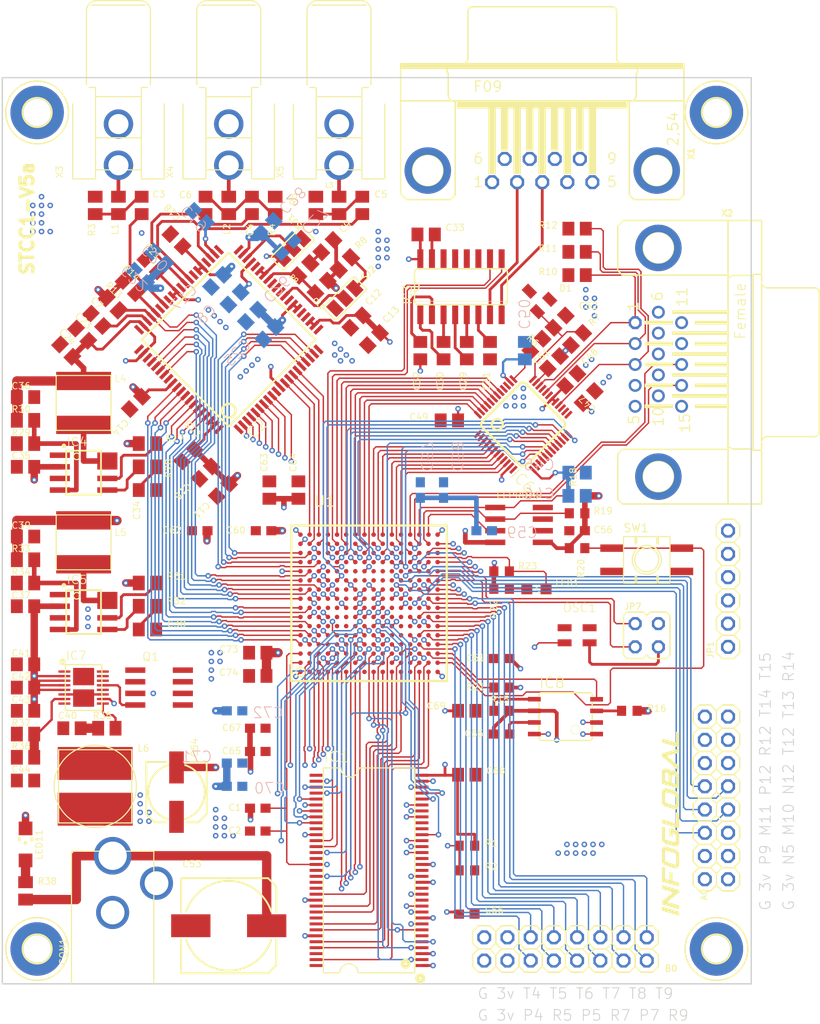
<source format=kicad_pcb>
(kicad_pcb (version 20241229) (generator "pcbnew") (generator_version "9.0")
  (layers (0 "F.Cu" signal) (4 "In1.Cu" signal) (6 "In2.Cu" signal) (2 "B.Cu" signal) (13 "F.Paste" user) (15 "B.Paste" user) (5 "F.SilkS" user "F.Silkscreen") (7 "B.SilkS" user "B.Silkscreen") (1 "F.Mask" user) (3 "B.Mask" user) (25 "Edge.Cuts" user))
  (net 0 "")
  (net 1 "GND")
  (net 2 "+3V3")
  (net 3 "+2.5V")
  (net 4 "+1.2V")
  (net 5 "VREF")
  (net 6 "DQ14")
  (net 7 "DQ15")
  (net 8 "DQ12")
  (net 9 "DQ13")
  (net 10 "UDQS")
  (net 11 "DQ10")
  (net 12 "DQ11")
  (net 13 "DQ8")
  (net 14 "DQ9")
  (net 15 "DQ0")
  (net 16 "DQ1")
  (net 17 "DQ2")
  (net 18 "DQ3")
  (net 19 "LDQS")
  (net 20 "DQ6")
  (net 21 "DQ7")
  (net 22 "DQ4")
  (net 23 "DQ5")
  (net 24 "UDM")
  (net 25 "LDM")
  (net 26 "RAS#")
  (net 27 "CAS#")
  (net 28 "A5")
  (net 29 "A6")
  (net 30 "A3")
  (net 31 "A0")
  (net 32 "A1")
  (net 33 "BA0")
  (net 34 "BA1")
  (net 35 "A7")
  (net 36 "A2")
  (net 37 "WE#")
  (net 38 "A10")
  (net 39 "A4")
  (net 40 "A8")
  (net 41 "A9")
  (net 42 "CLKE")
  (net 43 "A12")
  (net 44 "A11")
  (net 45 "AN_RED_IN")
  (net 46 "N$2")
  (net 47 "N$3")
  (net 48 "N$5")
  (net 49 "N$6")
  (net 50 "N$7")
  (net 51 "AN_GREEN_IN")
  (net 52 "AN_BLUE_IN")
  (net 53 "N$9")
  (net 54 "N$10")
  (net 55 "N$4")
  (net 56 "N$13")
  (net 57 "N$14")
  (net 58 "N$15")
  (net 59 "N$17")
  (net 60 "N$11")
  (net 61 "I2C_SDA")
  (net 62 "I2C_SCL")
  (net 63 "HSYNC_OUT")
  (net 64 "VSYNC_OUT")
  (net 65 "SOG_OUT")
  (net 66 "DATACK_OUT")
  (net 67 "RED<0>")
  (net 68 "RED<1>")
  (net 69 "RED<2>")
  (net 70 "RED<3>")
  (net 71 "RED<4>")
  (net 72 "RED<5>")
  (net 73 "RED<6>")
  (net 74 "RED<7>")
  (net 75 "GREEN<0>")
  (net 76 "GREEN<1>")
  (net 77 "GREEN<2>")
  (net 78 "GREEN<3>")
  (net 79 "GREEN<4>")
  (net 80 "GREEN<5>")
  (net 81 "GREEN<6>")
  (net 82 "GREEN<7>")
  (net 83 "BLUE<0>")
  (net 84 "BLUE<1>")
  (net 85 "BLUE<2>")
  (net 86 "BLUE<3>")
  (net 87 "BLUE<4>")
  (net 88 "BLUE<5>")
  (net 89 "BLUE<6>")
  (net 90 "BLUE<7>")
  (net 91 "N$12")
  (net 92 "N$16")
  (net 93 "N$22")
  (net 94 "N$23")
  (net 95 "N$24")
  (net 96 "N$25")
  (net 97 "N$26")
  (net 98 "TXD")
  (net 99 "RXD")
  (net 100 "UART_TX")
  (net 101 "UART_RX")
  (net 102 "N$20")
  (net 103 "N$27")
  (net 104 "N$21")
  (net 105 "BLUE")
  (net 106 "RED")
  (net 107 "GREEN")
  (net 108 "VGA_RED0")
  (net 109 "VGA_RED1")
  (net 110 "VGA_RED2")
  (net 111 "VGA_RED3")
  (net 112 "VGA_RED4")
  (net 113 "VGA_RED5")
  (net 114 "VGA_RED6")
  (net 115 "VGA_RED7")
  (net 116 "VGA_GRN0")
  (net 117 "VGA_GRN1")
  (net 118 "VGA_GRN2")
  (net 119 "VGA_GRN3")
  (net 120 "VGA_GRN4")
  (net 121 "VGA_GRN5")
  (net 122 "VGA_GRN6")
  (net 123 "VGA_GRN7")
  (net 124 "VGA_BLU0")
  (net 125 "VGA_BLU1")
  (net 126 "VGA_BLU2")
  (net 127 "VGA_BLU3")
  (net 128 "VGA_BLU4")
  (net 129 "VGA_BLU5")
  (net 130 "VGA_BLU6")
  (net 131 "VGA_BLU7")
  (net 132 "VGA_CLOCK")
  (net 133 "H_SYNC")
  (net 134 "V_SYNC")
  (net 135 "N$34")
  (net 136 "VIN")
  (net 137 "N$36")
  (net 138 "N$37")
  (net 139 "N$35")
  (net 140 "N$38")
  (net 141 "N$45")
  (net 142 "N$43")
  (net 143 "N$44")
  (net 144 "N$47")
  (net 145 "N$49")
  (net 146 "N$52")
  (net 147 "N$53")
  (net 148 "N$46")
  (net 149 "N$48")
  (net 150 "N$51")
  (net 151 "N$59")
  (net 152 "FLASH_MISO")
  (net 153 "FLASH_MOSI")
  (net 154 "FLASH_SCK")
  (net 155 "FLASH_SS")
  (net 156 "PROG_B")
  (net 157 "INIT_B")
  (net 158 "CLK_50MHZ")
  (net 159 "M0")
  (net 160 "M1")
  (net 161 "DONE")
  (net 162 "TCK")
  (net 163 "TDI")
  (net 164 "TDO")
  (net 165 "TMS")
  (net 166 "CLKP")
  (net 167 "CLKN")
  (net 168 "EEPROM_WP")
  (net 169 "EEPROM_SCL")
  (net 170 "EEPROM_SDA")
  (net 171 "N$1")
  (net 172 "N$8")
  (net 173 "N$18")
  (net 174 "IO_A5")
  (net 175 "IO_A7")
  (net 176 "IO_A9")
  (net 177 "IO_A11")
  (net 178 "IO_A13")
  (net 179 "IO_A15")
  (net 180 "IO_A6")
  (net 181 "IO_A8")
  (net 182 "IO_A10")
  (net 183 "IO_A12")
  (net 184 "IO_A14")
  (net 185 "IO_A16")
  (net 186 "IO_B5")
  (net 187 "IO_B7")
  (net 188 "IO_B9")
  (net 189 "IO_B11")
  (net 190 "IO_B13")
  (net 191 "IO_B15")
  (net 192 "IO_B6")
  (net 193 "IO_B8")
  (net 194 "IO_B10")
  (net 195 "IO_B12")
  (net 196 "IO_B14")
  (net 197 "IO_B16")
  (footprint "STCC1-V5a:C0805" (layer "F.Cu") (at 110.0836 132.3086)
    (property "Reference" "C44")
    (property "Value" "22u")
  )
  (footprint "STCC1-V5a:VLP80" (layer "F.Cu") (at 117.7036 132.9436 90)
    (property "Reference" "L6")
    (property "Value" "1.5u")
  )
  (footprint "STCC1-V5a:M0805" (layer "F.Cu") (at 110.0836 92.9386 180)
    (property "Reference" "R29")
    (property "Value" "7k5")
  )
  (footprint "STCC1-V5a:C0603" (layer "F.Cu") (at 135.4836 137.8336 180)
    (property "Reference" "C2")
    (property "Value" "4u7")
  )
  (footprint "STCC1-V5a:C0805" (layer "F.Cu") (at 160.8836 85.3186 90)
    (property "Reference" "C31")
    (property "Value" "100n")
  )
  (footprint "STCC1-V5a:R0603" (layer "F.Cu") (at 176.1236 124.6886)
    (property "Reference" "R16")
    (property "Value" "4k7")
  )
  (footprint "STCC1-V5a:CHIPLED_1206" (layer "F.Cu") (at 110.0836 139.2936)
    (property "Reference" "LED11")
    (property "Value" "RED")
  )
  (footprint "STCC1-V5a:3,0-PAD" (layer "F.Cu") (at 111.3536 150.7236 90)
    (property "Reference" "H3" (hide yes))
    (property "Value" "MOUNT-PAD-ROUND3.0" (hide yes))
  )
  (footprint "STCC1-V5a:PWR-5870" (layer "F.Cu") (at 119.6086 154.5336 90)
    (property "Reference" "CON1")
    (property "Value" "DC_SOCKET5870" (hide yes))
  )
  (footprint "STCC1-V5a:R0603" (layer "F.Cu") (at 170.4086 101.1936)
    (property "Reference" "R18")
    (property "Value" "1k2")
  )
  (footprint "STCC1-V5a:C0805" (layer "F.Cu") (at 135.4836 120.8786 180)
    (property "Reference" "C74")
    (property "Value" "22u")
  )
  (footprint "STCC1-V5a:M0805" (layer "F.Cu") (at 121.5136 78.3336 135)
    (property "Reference" "R14")
    (property "Value" "4k7")
  )
  (footprint "STCC1-V5a:M0805" (layer "F.Cu") (at 110.0836 127.2286)
    (property "Reference" "R37")
    (property "Value" "2k4")
  )
  (footprint "STCC1-V5a:C0805" (layer "F.Cu") (at 158.3436 85.3186 90)
    (property "Reference" "C29")
    (property "Value" "100n")
  )
  (footprint "STCC1-V5a:153CLV-0605" (layer "F.Cu") (at 126.5936 133.5786 -90)
    (property "Reference" "C54")
    (property "Value" "100u,16V")
  )
  (footprint "STCC1-V5a:M0805" (layer "F.Cu") (at 119.6086 80.2386 135)
    (property "Reference" "R13")
    (property "Value" "4k7")
  )
  (footprint "STCC1-V5a:RCA1X" (layer "F.Cu") (at 132.3086 60.5536)
    (property "Reference" "X4")
    (property "Value" "RCA1X")
  )
  (footprint "STCC1-V5a:C0805" (layer "F.Cu") (at 148.1836 84.0486 -135)
    (property "Reference" "C13")
    (property "Value" "100n")
  )
  (footprint "STCC1-V5a:M0805" (layer "F.Cu") (at 132.3086 69.4436 -90)
    (property "Reference" "L2")
    (property "Value" "FR")
  )
  (footprint "STCC1-V5a:NR60" (layer "F.Cu") (at 116.4336 91.0336 -90)
    (property "Reference" "L4")
    (property "Value" "4.7u")
  )
  (footprint "STCC1-V5a:SML0805" (layer "F.Cu") (at 165.9636 111.3536 180)
    (property "Reference" "LED1")
    (property "Value" "GRN")
  )
  (footprint "STCC1-V5a:FT256" (layer "F.Cu") (at 147.6536 112.9336 90)
    (property "Reference" "U1")
    (property "Value" "6SLX25FTG256")
  )
  (footprint "STCC1-V5a:C0805" (layer "F.Cu") (at 142.4686 78.3336 45)
    (property "Reference" "C10")
    (property "Value" "8.2n")
  )
  (footprint "STCC1-V5a:C0805" (layer "F.Cu") (at 171.6786 90.3986 45)
    (property "Reference" "C47")
    (property "Value" "100n")
  )
  (footprint "STCC1-V5a:C0805" (layer "F.Cu") (at 155.8036 85.3186 -90)
    (property "Reference" "C30")
    (property "Value" "100n")
  )
  (footprint "STCC1-V5a:C0805" (layer "F.Cu") (at 158.3436 131.6736)
    (property "Reference" "C68")
    (property "Value" "22u")
  )
  (footprint "STCC1-V5a:R0603" (layer "F.Cu") (at 170.4086 106.9086 180)
    (property "Reference" "R20")
    (property "Value" "4k7")
  )
  (footprint "STCC1-V5a:C0805" (layer "F.Cu") (at 153.8986 72.6186 180)
    (property "Reference" "C33")
    (property "Value" "100n")
  )
  (footprint "STCC1-V5a:C0603" (layer "F.Cu") (at 135.4836 126.5936)
    (property "Reference" "C67")
    (property "Value" "4u7")
  )
  (footprint "STCC1-V5a:PB0_SMD" (layer "F.Cu") (at 178.0286 108.1786 180)
    (property "Reference" "SW1")
    (property "Value" "RESET")
  )
  (footprint "STCC1-V5a:RCA1X" (layer "F.Cu") (at 120.2436 60.5536)
    (property "Reference" "X3")
    (property "Value" "RCA1X")
  )
  (footprint "STCC1-V5a:R0603" (layer "F.Cu") (at 158.3536 142.1336 180)
    (property "Reference" "R2")
    (property "Value" "220")
  )
  (footprint "STCC1-V5a:C0805" (layer "F.Cu") (at 156.4386 92.9386 180)
    (property "Reference" "C49")
    (property "Value" "10n")
  )
  (footprint "STCC1-V5a:LOGO_MEDIUM" (layer "F.Cu") (at 180.073087 147.34335 90)
    (property "Reference" "U$7" (hide yes))
    (property "Value" "LOGO_MEDIUM" (hide yes))
  )
  (footprint "STCC1-V5a:C0805" (layer "F.Cu") (at 117.889588 81.957613 -45)
    (property "Reference" "C7")
    (property "Value" "100n")
  )
  (footprint "STCC1-V5a:SOIC8" (layer "F.Cu") (at 164.0586 104.3686 90)
    (property "Reference" "EEPROM0")
    (property "Value" "AT24C512-BN")
  )
  (footprint "STCC1-V5a:C0805" (layer "F.Cu") (at 127.8636 96.7486 -135)
    (property "Reference" "C15")
    (property "Value" "100n")
  )
  (footprint "STCC1-V5a:SJ_2" (layer "F.Cu") (at 139.2936 74.151629 -135)
    (property "Reference" "SJ1")
    (property "Value" "")
  )
  (footprint "STCC1-V5a:R0603" (layer "F.Cu") (at 162.1536 111.3536)
    (property "Reference" "R22")
    (property "Value" "1k")
  )
  (footprint "STCC1-V5a:C0603" (layer "F.Cu") (at 129.1336 105.0036 180)
    (property "Reference" "C62")
    (property "Value" "4u7")
  )
  (footprint "STCC1-V5a:M0805" (layer "F.Cu") (at 144.3736 69.4436 -90)
    (property "Reference" "L3")
    (property "Value" "FR")
  )
  (footprint "STCC1-V5a:LQFP48" (layer "F.Cu") (at 164.507612 93.387613 -45)
    (property "Reference" "IC6")
    (property "Value" "ADV7125")
  )
  (footprint "STCC1-V5a:HDF15H" (layer "F.Cu") (at 179.2986 86.5886 90)
    (property "Reference" "X2")
    (property "Value" "")
  )
  (footprint "STCC1-V5a:M0805" (layer "F.Cu") (at 118.9736 126.5936)
    (property "Reference" "R35")
    (property "Value" "25k")
  )
  (footprint "STCC1-V5a:C0805" (layer "F.Cu") (at 123.4186 115.7986)
    (property "Reference" "C38")
    (property "Value" "2n2")
  )
  (footprint "STCC1-V5a:R0805" (layer "F.Cu") (at 170.4086 84.0486 -135)
    (property "Reference" "R7")
    (property "Value" "1k")
  )
  (footprint "STCC1-V5a:C0805" (layer "F.Cu") (at 110.0836 124.6886 180)
    (property "Reference" "C43")
    (property "Value" "10u")
  )
  (footprint "STCC1-V5a:C0805" (layer "F.Cu") (at 131.6736 100.5586 -135)
    (property "Reference" "C11")
    (property "Value" "100n")
  )
  (footprint "STCC1-V5a:8S2" (layer "F.Cu") (at 169.1386 125.3236 90)
    (property "Reference" "IC8")
    (property "Value" "AT45DB161D-SU")
  )
  (footprint "STCC1-V5a:M0805" (layer "F.Cu") (at 117.7036 69.4436 -90)
    (property "Reference" "R3")
    (property "Value" "75")
  )
  (footprint "STCC1-V5a:R0805" (layer "F.Cu") (at 170.4086 74.5236)
    (property "Reference" "R11")
    (property "Value" "75")
  )
  (footprint "STCC1-V5a:M0805" (layer "F.Cu") (at 123.4186 110.7186 180)
    (property "Reference" "R31")
    (property "Value" "7k5")
  )
  (footprint "STCC1-V5a:F09HP" (layer "F.Cu") (at 166.5986 65.6336)
    (property "Reference" "X1")
    (property "Value" "")
  )
  (footprint "STCC1-V5a:C0603" (layer "F.Cu") (at 162.1536 118.9736 180)
    (property "Reference" "C61")
    (property "Value" "4u7")
  )
  (footprint "STCC1-V5a:M0805" (layer "F.Cu") (at 110.0836 95.4786)
    (property "Reference" "R30")
    (property "Value" "2k4")
  )
  (footprint "STCC1-V5a:C0805" (layer "F.Cu") (at 126.5936 73.2536 135)
    (property "Reference" "C18")
    (property "Value" "100n")
  )
  (footprint "STCC1-V5a:C0805" (layer "F.Cu") (at 110.0836 113.2586 180)
    (property "Reference" "C37")
    (property "Value" "10u")
  )
  (footprint "STCC1-V5a:JP2Q" (layer "F.Cu") (at 178.0286 116.4336)
    (property "Reference" "JP7")
    (property "Value" "")
  )
  (footprint "STCC1-V5a:C0603" (layer "F.Cu") (at 135.4836 135.3336)
    (property "Reference" "C1")
    (property "Value" "4u7")
  )
  (footprint "STCC1-V5a:C0805" (layer "F.Cu") (at 139.9286 100.5586 90)
    (property "Reference" "C64")
    (property "Value" "22u")
  )
  (footprint "STCC1-V5a:M0805" (layer "F.Cu") (at 123.4186 98.0186 180)
    (property "Reference" "R28")
    (property "Value" "7k5")
  )
  (footprint "STCC1-V5a:M0805" (layer "F.Cu") (at 110.0836 129.7686 180)
    (property "Reference" "R36")
    (property "Value" "1k2")
  )
  (footprint "STCC1-V5a:R0603" (layer "F.Cu") (at 158.3536 139.4336)
    (property "Reference" "R1")
    (property "Value" "220")
  )
  (footprint "STCC1-V5a:M0805" (layer "F.Cu") (at 110.0836 108.1786 180)
    (property "Reference" "R33")
    (property "Value" "5k4")
  )
  (footprint "STCC1-V5a:RCA1X" (layer "F.Cu") (at 144.3736 60.5536)
    (property "Reference" "X5")
    (property "Value" "RCA1X")
  )
  (footprint "STCC1-V5a:M0805" (layer "F.Cu") (at 141.8336 69.4436 -90)
    (property "Reference" "R5")
    (property "Value" "75")
  )
  (footprint "STCC1-V5a:C0805" (layer "F.Cu") (at 134.8486 69.4436 -90)
    (property "Reference" "C4")
    (property "Value" "47n")
  )
  (footprint "STCC1-V5a:C0805" (layer "F.Cu") (at 123.867616 75.979588 135)
    (property "Reference" "C21")
    (property "Value" "100n")
  )
  (footprint "STCC1-V5a:C0805" (layer "F.Cu") (at 158.3436 124.6886)
    (property "Reference" "C69")
    (property "Value" "22u")
  )
  (footprint "STCC1-V5a:C0805" (layer "F.Cu") (at 167.8686 86.5886 45)
    (property "Reference" "C51")
    (property "Value" "100n")
  )
  (footprint "STCC1-V5a:M0805" (layer "F.Cu") (at 123.4186 113.2586 180)
    (property "Reference" "R32")
    (property "Value" "7k5")
  )
  (footprint "STCC1-V5a:C0603" (layer "F.Cu") (at 170.4086 105.0036)
    (property "Reference" "C56")
    (property "Value" "100n")
  )
  (footprint "STCC1-V5a:R0805" (layer "F.Cu") (at 170.4086 77.0636)
    (property "Reference" "R10")
    (property "Value" "75")
  )
  (footprint "STCC1-V5a:C0603" (layer "F.Cu") (at 136.1186 105.0036 180)
    (property "Reference" "C60")
    (property "Value" "4u7")
  )
  (footprint "STCC1-V5a:C0805" (layer "F.Cu") (at 110.0836 122.1486 180)
    (property "Reference" "C42")
    (property "Value" "10u")
  )
  (footprint "STCC1-V5a:M0805" (layer "F.Cu") (at 120.2436 69.4436 -90)
    (property "Reference" "L1")
    (property "Value" "FR")
  )
  (footprint "STCC1-V5a:C0805" (layer "F.Cu") (at 114.5286 85.3186 135)
    (property "Reference" "C24")
    (property "Value" "100n")
  )
  (footprint "STCC1-V5a:SO-08" (layer "F.Cu") (at 124.6886 122.1486 -90)
    (property "Reference" "Q1")
    (property "Value" "")
  )
  (footprint "STCC1-V5a:C0805" (layer "F.Cu") (at 116.27485 83.57235 135)
    (property "Reference" "C23")
    (property "Value" "100n")
  )
  (footprint "STCC1-V5a:C0603" (layer "F.Cu") (at 135.4836 129.1336)
    (property "Reference" "C65")
    (property "Value" "4u7")
  )
  (footprint "STCC1-V5a:C0805" (layer "F.Cu") (at 146.9136 69.4436 -90)
    (property "Reference" "C5")
    (property "Value" "47n")
  )
  (footprint "STCC1-V5a:SOT23" (layer "F.Cu") (at 165.9636 79.6036 45)
    (property "Reference" "D1")
    (property "Value" "AD1580")
  )
  (footprint "STCC1-V5a:C0805" (layer "F.Cu") (at 136.7536 100.5586 90)
    (property "Reference" "C63")
    (property "Value" "22u")
  )
  (footprint "STCC1-V5a:C0805" (layer "F.Cu") (at 153.2636 85.3186 -90)
    (property "Reference" "C32")
    (property "Value" "100n")
  )
  (footprint "STCC1-V5a:C0603" (layer "F.Cu") (at 158.3436 146.9136)
    (property "Reference" "C66")
    (property "Value" "4u7")
  )
  (footprint "STCC1-V5a:C0805" (layer "F.Cu") (at 115.1636 126.5936 180)
    (property "Reference" "C40")
    (property "Value" "2n2")
  )
  (footprint "STCC1-V5a:M0805" (layer "F.Cu") (at 145.0086 75.7936 -135)
    (property "Reference" "R8")
    (property "Value" "10k")
  )
  (footprint "STCC1-V5a:M0805" (layer "F.Cu") (at 123.4186 95.4786 180)
    (property "Reference" "R17")
    (property "Value" "7k5")
  )
  (footprint "STCC1-V5a:R0603" (layer "F.Cu") (at 162.1536 122.1486)
    (property "Reference" "R21")
    (property "Value" "4k7")
  )
  (footprint "STCC1-V5a:AOZ1021" (layer "F.Cu") (at 116.4336 98.6536 -90)
    (property "Reference" "IC4")
    (property "Value" "AOZ1021")
  )
  (footprint "STCC1-V5a:R0603" (layer "F.Cu") (at 162.1536 124.6886)
    (property "Reference" "R15")
    (property "Value" "4k7")
  )
  (footprint "STCC1-V5a:M0805" (layer "F.Cu") (at 137.3886 69.4436 -90)
    (property "Reference" "R4")
    (property "Value" "75")
  )
  (footprint "STCC1-V5a:C0805" (layer "F.Cu") (at 110.0836 119.6086 180)
    (property "Reference" "C41")
    (property "Value" "10u")
  )
  (footprint "STCC1-V5a:C0805" (layer "F.Cu") (at 110.0836 105.6386)
    (property "Reference" "C39")
    (property "Value" "22u")
  )
  (footprint "STCC1-V5a:C0805" (layer "F.Cu") (at 129.7686 69.4436 -90)
    (property "Reference" "C6")
    (property "Value" "1n")
  )
  (footprint "STCC1-V5a:ASE" (layer "F.Cu") (at 170.4086 116.4336 180)
    (property "Reference" "OSC1")
    (property "Value" "50Mhz")
  )
  (footprint "STCC1-V5a:2X08" (layer "F.Cu") (at 185.6486 134.2136 90)
    (property "Reference" "A0")
    (property "Value" "")
  )
  (footprint "STCC1-V5a:C0805" (layer "F.Cu") (at 122.7836 69.4436 -90)
    (property "Reference" "C3")
    (property "Value" "47n")
  )
  (footprint "STCC1-V5a:R0805" (layer "F.Cu") (at 170.4086 71.9836)
    (property "Reference" "R12")
    (property "Value" "75")
  )
  (footprint "STCC1-V5a:NR60" (layer "F.Cu") (at 116.4336 106.2736 -90)
    (property "Reference" "L5")
    (property "Value" "4.7u")
  )
  (footprint "STCC1-V5a:R0603" (layer "F.Cu") (at 162.1536 109.4486 180)
    (property "Reference" "R23")
    (property "Value" "330")
  )
  (footprint "STCC1-V5a:153CLV-1014" (layer "F.Cu") (at 132.3086 148.1836)
    (property "Reference" "C53")
    (property "Value" "470u,25V")
  )
  (footprint "STCC1-V5a:1X06" (layer "F.Cu") (at 186.9186 111.3536 90)
    (property "Reference" "JP1")
    (property "Value" "")
  )
  (footprint "STCC1-V5a:3,0-PAD" (layer "F.Cu") (at 185.6486 150.7236 90)
    (property "Reference" "H4" (hide yes))
    (property "Value" "MOUNT-PAD-ROUND3.0" (hide yes))
  )
  (footprint "STCC1-V5a:C0603" (layer "F.Cu") (at 162.1536 127.2286)
    (property "Reference" "C55")
    (property "Value" "100n")
  )
  (footprint "STCC1-V5a:DFN-16+2TP" (layer "F.Cu") (at 116.4336 122.1486)
    (property "Reference" "IC7")
    (property "Value" "AOZ1025" (hide yes))
  )
  (footprint "STCC1-V5a:R0805" (layer "F.Cu") (at 165.9636 84.6836 45)
    (property "Reference" "R6")
    (property "Value" "560")
  )
  (footprint "STCC1-V5a:SO16" (layer "F.Cu") (at 157.7086 78.3336)
    (property "Reference" "IC3")
    (property "Value" "MAX3232ESE")
  )
  (footprint "STCC1-V5a:3,0-PAD" (layer "F.Cu") (at 185.6486 59.2836 90)
    (property "Reference" "H1" (hide yes))
    (property "Value" "MOUNT-PAD-ROUND3.0" (hide yes))
  )
  (footprint "STCC1-V5a:C0805" (layer "F.Cu") (at 169.7736 88.4936 45)
    (property "Reference" "C48")
    (property "Value" "10n")
  )
  (footprint "STCC1-V5a:C0805" (layer "F.Cu") (at 143.1036 73.8886 45)
    (property "Reference" "C9")
    (property "Value" "82n")
  )
  (footprint "STCC1-V5a:M0805" (layer "F.Cu") (at 110.0836 144.3736 -90)
    (property "Reference" "R38")
    (property "Value" "4K7")
  )
  (footprint "STCC1-V5a:C0805" (layer "F.Cu") (at 123.4186 100.5586)
    (property "Reference" "C34")
    (property "Value" "2n2")
  )
  (footprint "STCC1-V5a:C0805" (layer "F.Cu") (at 110.0836 98.0186 180)
    (property "Reference" "C35")
    (property "Value" "10u")
  )
  (footprint "STCC1-V5a:2X08" (layer "F.Cu") (at 169.1386 150.7236)
    (property "Reference" "B0")
    (property "Value" "")
  )
  (footprint "STCC1-V5a:R0603" (layer "F.Cu") (at 170.4086 103.0986)
    (property "Reference" "R19")
    (property "Value" "1k2")
  )
  (footprint "STCC1-V5a:C0805" (layer "F.Cu") (at 110.0836 90.3986)
    (property "Reference" "C36")
    (property "Value" "22u")
  )
  (footprint "STCC1-V5a:M0805" (layer "F.Cu") (at 140.5636 76.4286 -135)
    (property "Reference" "R9")
    (property "Value" "2k7")
  )
  (footprint "STCC1-V5a:SJ_2" (layer "F.Cu") (at 145.0086 79.6036 45)
    (property "Reference" "SJ2")
    (property "Value" "")
  )
  (footprint "STCC1-V5a:C0805" (layer "F.Cu") (at 135.4836 118.3386 180)
    (property "Reference" "C73")
    (property "Value" "22u")
  )
  (footprint "STCC1-V5a:C0805" (layer "F.Cu") (at 122.1486 91.0336 -135)
    (property "Reference" "C14")
    (property "Value" "100n")
  )
  (footprint "STCC1-V5a:C0805" (layer "F.Cu") (at 168.5036 82.1436 45)
    (property "Reference" "C52")
    (property "Value" "1u")
  )
  (footprint "STCC1-V5a:M0805" (layer "F.Cu") (at 110.0836 110.7186)
    (property "Reference" "R34")
    (property "Value" "2k4")
  )
  (footprint "STCC1-V5a:LQFP80" (layer "F.Cu") (at 132.3086 84.103075 45)
    (property "Reference" "IC2")
    (property "Value" "AD9883A")
  )
  (footprint "STCC1-V5a:3,0-PAD" (layer "F.Cu") (at 111.3536 59.2836 90)
    (property "Reference" "H2" (hide yes))
    (property "Value" "MOUNT-PAD-ROUND3.0" (hide yes))
  )
  (footprint "STCC1-V5a:C0805" (layer "F.Cu") (at 129.7686 98.6536 -135)
    (property "Reference" "C16")
    (property "Value" "100n")
  )
  (footprint "STCC1-V5a:C0805" (layer "F.Cu") (at 146.2786 82.1436 -135)
    (property "Reference" "C12")
    (property "Value" "100n")
  )
  (footprint "STCC1-V5a:TSOPII-66" (layer "F.Cu") (at 147.6536 142.1336 90)
    (property "Reference" "IC1")
    (property "Value" "DDR_SDRAM-512X16TSOPII-66")
  )
  (footprint "STCC1-V5a:AOZ1021" (layer "F.Cu") (at 116.4336 113.8936 -90)
    (property "Reference" "IC5")
    (property "Value" "AOZ1021")
  )
  (footprint "STCC1-V5a:C0805" (layer "B.Cu") (at 131.0386 77.6986 -135)
    (property "Reference" "C17")
    (property "Value" "100n")
  )
  (footprint "STCC1-V5a:C0805" (layer "B.Cu") (at 170.4086 101.1936)
    (property "Reference" "C46")
    (property "Value" "100n")
  )
  (footprint "STCC1-V5a:C0603" (layer "B.Cu") (at 160.2486 105.0036)
    (property "Reference" "C59")
    (property "Value" "4u7")
  )
  (footprint "STCC1-V5a:C0603" (layer "B.Cu") (at 132.9436 124.6886)
    (property "Reference" "C72")
    (property "Value" "4u7")
  )
  (footprint "STCC1-V5a:C0805" (layer "B.Cu") (at 164.6936 85.3186 90)
    (property "Reference" "C50")
    (property "Value" "10n")
  )
  (footprint "STCC1-V5a:C0603" (layer "B.Cu") (at 132.9436 132.9436)
    (property "Reference" "C70")
    (property "Value" "4u7")
  )
  (footprint "STCC1-V5a:C0603" (layer "B.Cu") (at 132.9436 130.4036)
    (property "Reference" "C71")
    (property "Value" "4u7")
  )
  (footprint "STCC1-V5a:C0805" (layer "B.Cu") (at 138.6586 73.8886 45)
    (property "Reference" "C27")
    (property "Value" "100n")
  )
  (footprint "STCC1-V5a:C0805" (layer "B.Cu") (at 134.8486 81.5086 -135)
    (property "Reference" "C26")
    (property "Value" "100n")
  )
  (footprint "STCC1-V5a:C0805" (layer "B.Cu") (at 136.567616 71.797616 45)
    (property "Reference" "C28")
    (property "Value" "100n")
  )
  (footprint "STCC1-V5a:C0603" (layer "B.Cu") (at 155.8036 100.5586 90)
    (property "Reference" "C58")
    (property "Value" "4u7")
  )
  (footprint "STCC1-V5a:C0805" (layer "B.Cu") (at 136.7536 83.4136 -135)
    (property "Reference" "C25")
    (property "Value" "100n")
  )
  (footprint "STCC1-V5a:C0805" (layer "B.Cu") (at 132.9436 79.6036 45)
    (property "Reference" "C8")
    (property "Value" "100n")
  )
  (footprint "STCC1-V5a:C0603" (layer "B.Cu") (at 153.2636 100.5586 90)
    (property "Reference" "C57")
    (property "Value" "4u7")
  )
  (footprint "STCC1-V5a:C0805" (layer "B.Cu") (at 170.4086 98.6536)
    (property "Reference" "C45")
    (property "Value" "100n")
  )
  (footprint "STCC1-V5a:C0805" (layer "B.Cu") (at 129.1336 70.7136 135)
    (property "Reference" "C19")
    (property "Value" "100n")
  )
  (footprint "STCC1-V5a:C0805" (layer "B.Cu") (at 122.597616 77.249588 135)
    (property "Reference" "C22")
    (property "Value" "100n")
  )
  (footprint "STCC1-V5a:C0805" (layer "B.Cu") (at 124.6886 75.1586 135)
    (property "Reference" "C20")
    (property "Value" "100n")
  )
  (gr_line (start 107.5436 55.4736) (end 189.4586 55.4736) (stroke (width 0.1524)) (layer "Edge.Cuts"))
  (gr_line (start 107.5436 154.5336) (end 107.5436 55.4736) (stroke (width 0.1524)) (layer "Edge.Cuts"))
  (gr_line (start 189.4586 154.5336) (end 107.5436 154.5336) (stroke (width 0.1524)) (layer "Edge.Cuts"))
  (gr_line (start 189.4586 55.4736) (end 189.4586 154.5336) (stroke (width 0.1524)) (layer "Edge.Cuts"))
  (gr_text "STCC1-V5a" (at 111.090964 77.246904 90) (layer "F.SilkS") (effects (font (size 1.4224 1.4224) (thickness 0.3556)) (justify left bottom)))
  (gr_text "G 3v T4 T5 T6 T7 T8 T9" (at 159.45485 156.27985 0) (layer "Edge.Cuts") (effects (font (size 1.1684 1.1684) (thickness 0.1016)) (justify left bottom)))
  (gr_text "G 3v P4 R5 P5 R7 P7 R9" (at 159.45485 158.6611 0) (layer "Edge.Cuts") (effects (font (size 1.1684 1.1684) (thickness 0.1016)) (justify left bottom)))
  (gr_text "G 3v N5 M10 N12 T12 T13 R14" (at 194.2211 146.5961 90) (layer "Edge.Cuts") (effects (font (size 1.1684 1.1684) (thickness 0.1016)) (justify left bottom)))
  (gr_text "G 3v P9 M11 P12 R12 T14 T15" (at 191.6811 146.5961 90) (layer "Edge.Cuts") (effects (font (size 1.1684 1.1684) (thickness 0.1016)) (justify left bottom)))
  (segment (start 140.1536 105.4336) (end 139.6536 104.9336) (width 0.1524) (layer "F.Cu") (net 1))
  (segment (start 163.0036 126.2126) (end 163.0036 127.2286) (width 0.3048) (layer "F.Cu") (net 1))
  (segment (start 163.2576 125.9586) (end 163.0036 126.2126) (width 0.3048) (layer "F.Cu") (net 1))
  (segment (start 147.1536 109.4336) (end 147.6536 108.9336) (width 0.1524) (layer "F.Cu") (net 1))
  (segment (start 141.1536 110.4336) (end 141.6536 109.9336) (width 0.1524) (layer "F.Cu") (net 1))
  (segment (start 165.7346 125.9586) (end 163.2576 125.9586) (width 0.3048) (layer "F.Cu") (net 1))
  (segment (start 143.1536 117.4336) (end 142.1536 117.4336) (width 0.1524) (layer "F.Cu") (net 1))
  (segment (start 110.0836 137.5436) (end 110.0836 136.1186) (width 0.8128) (layer "F.Cu") (net 1))
  (segment (start 140.1536 120.4336) (end 139.6536 120.9336) (width 0.1524) (layer "F.Cu") (net 1))
  (segment (start 155.1536 105.4336) (end 155.6536 104.9336) (width 0.1524) (layer "F.Cu") (net 1))
  (segment (start 118.5336 122.8986) (end 116.8336 122.8986) (width 0.254) (layer "F.Cu") (net 1))
  (segment (start 143.1536 108.4336) (end 143.6536 108.9336) (width 0.1524) (layer "F.Cu") (net 1))
  (segment (start 150.1536 119.4336) (end 150.6536 118.9336) (width 0.1524) (layer "F.Cu") (net 1))
  (segment (start 154.5336 72.8726) (end 154.7876 72.6186) (width 0.3048) (layer "F.Cu") (net 1))
  (segment (start 146.1536 113.4336) (end 146.6536 112.9336) (width 0.1524) (layer "F.Cu") (net 1))
  (segment (start 142.1536 117.4336) (end 141.6536 116.9336) (width 0.1524) (layer "F.Cu") (net 1))
  (segment (start 155.1536 120.4336) (end 155.6536 120.9336) (width 0.1524) (layer "F.Cu") (net 1))
  (segment (start 147.1536 114.4336) (end 147.6536 113.9336) (width 0.1524) (layer "F.Cu") (net 1))
  (segment (start 114.3336 122.8986) (end 116.0336 122.8986) (width 0.254) (layer "F.Cu") (net 1))
  (segment (start 130.87985 130.87985) (end 126.5936 130.8786) (width 0.8128) (layer "F.Cu") (net 1))
  (segment (start 154.5336 75.2602) (end 154.5336 72.8726) (width 0.3048) (layer "F.Cu") (net 1))
  (segment (start 146.1536 106.4336) (end 146.6536 106.9336) (width 0.1524) (layer "F.Cu") (net 1))
  (segment (start 143.6536 108.9336) (end 144.6536 108.9336) (width 0.1524) (layer "F.Cu") (net 1))
  (segment (start 150.1536 106.4336) (end 150.6536 106.9336) (width 0.1524) (layer "F.Cu") (net 1))
  (segment (start 116.0336 122.8986) (end 116.4336 123.2986) (width 0.254) (layer "F.Cu") (net 1))
  (segment (start 154.1536 111.4336) (end 153.6536 110.9336) (width 0.1524) (layer "F.Cu") (net 1))
  (segment (start 141.1536 114.4336) (end 141.6536 113.9336) (width 0.1524) (layer "F.Cu") (net 1))
  (segment (start 153.1536 118.4336) (end 153.6536 118.9336) (width 0.1524) (layer "F.Cu") (net 1))
  (segment (start 154.7876 72.6186) (end 154.8486 72.6186) (width 0.3048) (layer "F.Cu") (net 1))
  (segment (start 149.1536 112.4336) (end 148.6536 112.9336) (width 0.1524) (layer "F.Cu") (net 1))
  (segment (start 148.1536 116.4336) (end 148.6536 116.9336) (width 0.1524) (layer "F.Cu") (net 1))
  (segment (start 152.1536 108.4336) (end 152.6536 107.9336) (width 0.1524) (layer "F.Cu") (net 1))
  (segment (start 146.6536 118.9336) (end 146.1536 119.4336) (width 0.1524) (layer "F.Cu") (net 1))
  (segment (start 151.1536 113.4336) (end 151.6536 112.9336) (width 0.1524) (layer "F.Cu") (net 1))
  (segment (start 116.8336 122.8986) (end 116.4336 123.2986) (width 0.254) (layer "F.Cu") (net 1))
  (segment (start 147.1536 112.4336) (end 146.6536 112.9336) (width 0.1524) (layer "F.Cu") (net 1))
  (segment (start 149.1536 114.4336) (end 149.6536 113.9336) (width 0.1524) (layer "F.Cu") (net 1))
  (segment (start 148.1536 113.4336) (end 148.6536 112.9336) (width 0.1524) (layer "F.Cu") (net 1))
  (segment (start 153.1536 107.4336) (end 152.6536 107.9336) (width 0.1524) (layer "F.Cu") (net 1))
  (segment (start 144.1536 112.4336) (end 143.6536 111.9336) (width 0.1524) (layer "F.Cu") (net 1))
  (segment (start 154.1536 115.4336) (end 153.6536 114.9336) (width 0.1524) (layer "F.Cu") (net 1))
  (via (at 170.24985 140.2461) (size 0.6096) (drill 0.3048) (layers "F.Cu" "B.Cu") (net 1))
  (via (at 124.0536 122.7836) (size 0.6096) (drill 0.3048) (layers "F.Cu" "B.Cu") (net 1))
  (via (at 134.8486 86.9061) (size 0.6096) (drill 0.3048) (layers "F.Cu" "B.Cu") (net 1))
  (via (at 164.53485 89.4461) (size 0.6096) (drill 0.3048) (layers "F.Cu" "B.Cu") (net 1))
  (via (at 149.6536 113.9336) (size 0.6096) (drill 0.3048) (layers "F.Cu" "B.Cu") (net 1))
  (via (at 130.4036 119.2911) (size 0.6096) (drill 0.3048) (layers "F.Cu" "B.Cu") (net 1))
  (via (at 147.6536 113.9336) (size 0.6096) (drill 0.3048) (layers "F.Cu" "B.Cu") (net 1))
  (via (at 172.15485 139.2936) (size 0.6096) (drill 0.3048) (layers "F.Cu" "B.Cu") (net 1))
  (via (at 131.83235 138.3411) (size 0.6096) (drill 0.3048) (layers "F.Cu" "B.Cu") (net 1))
  (via (at 141.6536 116.9336) (size 0.6096) (drill 0.3048) (layers "F.Cu" "B.Cu") (net 1))
  (via (at 148.65985 74.2061) (size 0.6096) (drill 0.3048) (layers "F.Cu" "B.Cu") (net 1))
  (via (at 143.6536 111.9336) (size 0.6096) (drill 0.3048) (layers "F.Cu" "B.Cu") (net 1))
  (via (at 131.3561 82.1436) (size 0.6096) (drill 0.3048) (layers "F.Cu" "B.Cu") (net 1))
  (via (at 110.87735 72.3011) (size 0.6096) (drill 0.3048) (layers "F.Cu" "B.Cu") (net 1))
  (via (at 170.24985 139.2936) (size 0.6096) (drill 0.3048) (layers "F.Cu" "B.Cu") (net 1))
  (via (at 130.4036 121.1961) (size 0.6096) (drill 0.3048) (layers "F.Cu" "B.Cu") (net 1))
  (via (at 135.4836 86.2711) (size 0.6096) (drill 0.3048) (layers "F.Cu" "B.Cu") (net 1))
  (via (at 153.6536 114.9336) (size 0.6096) (drill 0.3048) (layers "F.Cu" "B.Cu") (net 1))
  (via (at 130.87985 130.87985) (size 0.6096) (drill 0.3048) (layers "F.Cu" "B.Cu") (net 1))
  (via (at 171.3611 78.6511) (size 0.6096) (drill 0.3048) (layers "F.Cu" "B.Cu") (net 1))
  (via (at 144.6536 108.9336) (size 0.6096) (drill 0.3048) (layers "F.Cu" "B.Cu") (net 1))
  (via (at 164.53485 91.3511) (size 0.6096) (drill 0.3048) (layers "F.Cu" "B.Cu") (net 1))
  (via (at 147.6536 108.9336) (size 0.6096) (drill 0.3048) (layers "F.Cu" "B.Cu") (net 1))
  (via (at 149.61235 74.2061) (size 0.6096) (drill 0.3048) (layers "F.Cu" "B.Cu") (net 1))
  (via (at 146.6536 118.9336) (size 0.6096) (drill 0.3048) (layers "F.Cu" "B.Cu") (net 1))
  (via (at 172.3136 81.5086) (size 0.6096) (drill 0.3048) (layers "F.Cu" "B.Cu") (net 1))
  (via (at 116.90985 114.5286) (size 0.6096) (drill 0.3048) (layers "F.Cu" "B.Cu") (net 1))
  (via (at 141.6536 113.9336) (size 0.6096) (drill 0.3048) (layers "F.Cu" "B.Cu") (net 1))
  (via (at 130.87985 138.3411) (size 0.6096) (drill 0.3048) (layers "F.Cu" "B.Cu") (net 1))
  (via (at 130.0861 80.8736) (size 0.6096) (drill 0.3048) (layers "F.Cu" "B.Cu") (net 1))
  (via (at 171.20235 139.2936) (size 0.6096) (drill 0.3048) (layers "F.Cu" "B.Cu") (net 1))
  (via (at 173.9011 88.1761) (size 0.6096) (drill 0.3048) (layers "F.Cu" "B.Cu") (net 1))
  (via (at 169.29735 139.2936) (size 0.6096) (drill 0.3048) (layers "F.Cu" "B.Cu") (net 1))
  (via (at 130.4036 118.3386) (size 0.6096) (drill 0.3048) (layers "F.Cu" "B.Cu") (net 1))
  (via (at 169.29735 140.2461) (size 0.6096) (drill 0.3048) (layers "F.Cu" "B.Cu") (net 1))
  (via (at 148.65985 73.2536) (size 0.6096) (drill 0.3048) (layers "F.Cu" "B.Cu") (net 1))
  (via (at 146.6536 106.9336) (size 0.6096) (drill 0.3048) (layers "F.Cu" "B.Cu") (net 1))
  (via (at 150.6536 118.9336) (size 0.6096) (drill 0.3048) (layers "F.Cu" "B.Cu") (net 1))
  (via (at 111.82985 68.4911) (size 0.6096) (drill 0.3048) (layers "F.Cu" "B.Cu") (net 1))
  (via (at 168.34485 140.2461) (size 0.6096) (drill 0.3048) (layers "F.Cu" "B.Cu") (net 1))
  (via (at 173.2661 88.8111) (size 0.6096) (drill 0.3048) (layers "F.Cu" "B.Cu") (net 1))
  (via (at 172.3136 79.6036) (size 0.6096) (drill 0.3048) (layers "F.Cu" "B.Cu") (net 1))
  (via (at 139.6536 104.9336) (size 0.6096) (drill 0.3048) (layers "F.Cu" "B.Cu") (net 1))
  (via (at 145.16735 85.79485) (size 0.6096) (drill 0.3048) (layers "F.Cu" "B.Cu") (net 1))
  (via (at 146.6536 112.9336) (size 0.6096) (drill 0.3048) (layers "F.Cu" "B.Cu") (net 1))
  (via (at 134.2136 87.5411) (size 0.6096) (drill 0.3048) (layers "F.Cu" "B.Cu") (net 1))
  (via (at 148.65985 72.3011) (size 0.6096) (drill 0.3048) (layers "F.Cu" "B.Cu") (net 1))
  (via (at 130.87985 135.4836) (size 0.6096) (drill 0.3048) (layers "F.Cu" "B.Cu") (net 1))
  (via (at 148.65985 75.1586) (size 0.6096) (drill 0.3048) (layers "F.Cu" "B.Cu") (net 1))
  (via (at 131.3561 118.3386) (size 0.6096) (drill 0.3048) (layers "F.Cu" "B.Cu") (net 1))
  (via (at 163.58235 90.3986) (size 0.6096) (drill 0.3048) (layers "F.Cu" "B.Cu") (net 1))
  (via (at 153.6536 110.9336) (size 0.6096) (drill 0.3048) (layers "F.Cu" "B.Cu") (net 1))
  (via (at 112.78235 72.3011) (size 0.6096) (drill 0.3048) (layers "F.Cu" "B.Cu") (net 1))
  (via (at 145.80235 86.42985) (size 0.6096) (drill 0.3048) (layers "F.Cu" "B.Cu") (net 1))
  (via (at 171.3611 80.5561) (size 0.6096) (drill 0.3048) (layers "F.Cu" "B.Cu") (net 1))
  (via (at 122.7836 72.45985) (size 0.6096) (drill 0.3048) (layers "F.Cu" "B.Cu") (net 1))
  (via (at 151.6536 112.9336) (size 0.6096) (drill 0.3048) (layers "F.Cu" "B.Cu") (net 1))
  (via (at 163.58235 91.3511) (size 0.6096) (drill 0.3048) (layers "F.Cu" "B.Cu") (net 1))
  (via (at 153.6536 118.9336) (size 0.6096) (drill 0.3048) (layers "F.Cu" "B.Cu") (net 1))
  (via (at 111.82985 71.3486) (size 0.6096) (drill 0.3048) (layers "F.Cu" "B.Cu") (net 1))
  (via (at 133.5786 88.1761) (size 0.6096) (drill 0.3048) (layers "F.Cu" "B.Cu") (net 1))
  (via (at 148.65985 76.1111) (size 0.6096) (drill 0.3048) (layers "F.Cu" "B.Cu") (net 1))
  (via (at 112.78235 69.4436) (size 0.6096) (drill 0.3048) (layers "F.Cu" "B.Cu") (net 1))
  (via (at 110.87735 70.3961) (size 0.6096) (drill 0.3048) (layers "F.Cu" "B.Cu") (net 1))
  (via (at 141.6536 109.9336) (size 0.6096) (drill 0.3048) (layers "F.Cu" "B.Cu") (net 1))
  (via (at 172.3136 80.5561) (size 0.6096) (drill 0.3048) (layers "F.Cu" "B.Cu") (net 1))
  (via (at 130.4036 120.2436) (size 0.6096) (drill 0.3048) (layers "F.Cu" "B.Cu") (net 1))
  (via (at 148.6536 116.9336) (size 0.6096) (drill 0.3048) (layers "F.Cu" "B.Cu") (net 1))
  (via (at 131.83235 136.4361) (size 0.6096) (drill 0.3048) (layers "F.Cu" "B.Cu") (net 1))
  (via (at 144.53235 85.15985) (size 0.6096) (drill 0.3048) (layers "F.Cu" "B.Cu") (net 1))
  (via (at 164.53485 90.3986) (size 0.6096) (drill 0.3048) (layers "F.Cu" "B.Cu") (net 1))
  (via (at 132.78485 138.3411) (size 0.6096) (drill 0.3048) (layers "F.Cu" "B.Cu") (net 1))
  (via (at 144.53235 86.42985) (size 0.6096) (drill 0.3048) (layers "F.Cu" "B.Cu") (net 1))
  (via (at 131.83235 137.3886) (size 0.6096) (drill 0.3048) (layers "F.Cu" "B.Cu") (net 1))
  (via (at 130.87985 137.3886) (size 0.6096) (drill 0.3048) (layers "F.Cu" "B.Cu") (net 1))
  (via (at 173.10735 139.2936) (size 0.6096) (drill 0.3048) (layers "F.Cu" "B.Cu") (net 1))
  (via (at 143.89735 84.52485) (size 0.6096) (drill 0.3048) (layers "F.Cu" "B.Cu") (net 1))
  (via (at 152.6536 107.9336) (size 0.6096) (drill 0.3048) (layers "F.Cu" "B.Cu") (net 1))
  (via (at 148.6536 112.9336) (size 0.6096) (drill 0.3048) (layers "F.Cu" "B.Cu") (net 1))
  (via (at 141.8336 72.3011) (size 0.6096) (drill 0.3048) (layers "F.Cu" "B.Cu") (net 1))
  (via (at 130.87985 136.4361) (size 0.6096) (drill 0.3048) (layers "F.Cu" "B.Cu") (net 1))
  (via (at 143.89735 85.79485) (size 0.6096) (drill 0.3048) (layers "F.Cu" "B.Cu") (net 1))
  (via (at 116.90985 113.5761) (size 0.6096) (drill 0.3048) (layers "F.Cu" "B.Cu") (net 1))
  (via (at 172.15485 140.2461) (size 0.6096) (drill 0.3048) (layers "F.Cu" "B.Cu") (net 1))
  (via (at 150.6536 106.9336) (size 0.6096) (drill 0.3048) (layers "F.Cu" "B.Cu") (net 1))
  (via (at 111.82985 70.3961) (size 0.6096) (drill 0.3048) (layers "F.Cu" "B.Cu") (net 1))
  (via (at 149.61235 73.2536) (size 0.6096) (drill 0.3048) (layers "F.Cu" "B.Cu") (net 1))
  (via (at 162.62985 91.3511) (size 0.6096) (drill 0.3048) (layers "F.Cu" "B.Cu") (net 1))
  (via (at 155.6536 120.9336) (size 0.6096) (drill 0.3048) (layers "F.Cu" "B.Cu") (net 1))
  (via (at 171.3611 79.6036) (size 0.6096) (drill 0.3048) (layers "F.Cu" "B.Cu") (net 1))
  (via (at 131.3561 119.2911) (size 0.6096) (drill 0.3048) (layers "F.Cu" "B.Cu") (net 1))
  (via (at 116.90985 115.4811) (size 0.6096) (drill 0.3048) (layers "F.Cu" "B.Cu") (net 1))
  (via (at 171.20235 140.2461) (size 0.6096) (drill 0.3048) (layers "F.Cu" "B.Cu") (net 1))
  (via (at 149.61235 75.1586) (size 0.6096) (drill 0.3048) (layers "F.Cu" "B.Cu") (net 1))
  (via (at 130.7211 81.5086) (size 0.6096) (drill 0.3048) (layers "F.Cu" "B.Cu") (net 1))
  (via (at 131.9911 82.7786) (size 0.6096) (drill 0.3048) (layers "F.Cu" "B.Cu") (net 1))
  (via (at 111.82985 72.3011) (size 0.6096) (drill 0.3048) (layers "F.Cu" "B.Cu") (net 1))
  (via (at 111.82985 69.4436) (size 0.6096) (drill 0.3048) (layers "F.Cu" "B.Cu") (net 1))
  (via (at 155.6536 104.9336) (size 0.6096) (drill 0.3048) (layers "F.Cu" "B.Cu") (net 1))
  (via (at 139.6536 120.9336) (size 0.6096) (drill 0.3048) (layers "F.Cu" "B.Cu") (net 1))
  (via (at 110.0836 136.1186) (size 0.6096) (drill 0.3048) (layers "F.Cu" "B.Cu") (net 1))
  (via (at 171.9961 86.2711) (size 0.6096) (drill 0.3048) (layers "F.Cu" "B.Cu") (net 1))
  (via (at 171.3611 86.9061) (size 0.6096) (drill 0.3048) (layers "F.Cu" "B.Cu") (net 1))
  (via (at 110.87735 69.4436) (size 0.6096) (drill 0.3048) (layers "F.Cu" "B.Cu") (net 1))
  (via (at 110.87735 71.3486) (size 0.6096) (drill 0.3048) (layers "F.Cu" "B.Cu") (net 1))
  (segment (start 148.855354 83.37685) (end 146.950354 81.47185) (width 0.6096) (layer "F.Cu") (net 2))
  (segment (start 135.685038 76.590066) (end 135.687754 76.58735) (width 0.3048) (layer "F.Cu") (net 2))
  (segment (start 171.7761 119.3546) (end 172.0301 119.6086) (width 0.3048) (layer "F.Cu") (net 2))
  (segment (start 148.1536 106.4336) (end 148.6536 106.9336) (width 0.1524) (layer "F.Cu") (net 2))
  (segment (start 153.20645 75.31735) (end 153.2636 75.2602) (width 0.254) (layer "F.Cu") (net 2))
  (segment (start 166.6586 106.2736) (end 167.5511 106.2736) (width 0.4064) (layer "F.Cu") (net 2))
  (segment (start 179.0446 119.6086) (end 179.2986 119.3546) (width 0.3048) (layer "F.Cu") (net 2))
  (segment (start 149.1536 108.4336) (end 149.6536 107.9336) (width 0.1524) (layer "F.Cu") (net 2))
  (segment (start 163.093396 88.791419) (end 162.319328 88.01735) (width 0.254) (layer "F.Cu") (net 2))
  (segment (start 141.1536 117.4336) (end 140.6536 116.9336) (width 0.1524) (layer "F.Cu") (net 2))
  (segment (start 171.7761 117.2586) (end 171.7761 119.3546) (width 0.3048) (layer "F.Cu") (net 2))
  (segment (start 129.391788 76.130447) (end 128.932169 76.590066) (width 0.3048) (layer "F.Cu") (net 2))
  (segment (start 136.144657 76.930907) (end 136.144657 77.049688) (width 0.3048) (layer "F.Cu") (net 2))
  (segment (start 137.735675 74.99985) (end 136.4361 74.99985) (width 0.3048) (layer "F.Cu") (net 2))
  (segment (start 130.288191 77.02685) (end 131.71035 77.02685) (width 0.3048) (layer "F.Cu") (net 2))
  (segment (start 162.1536 98.923607) (end 162.1536 99.44735) (width 0.254) (layer "F.Cu") (net 2))
  (segment (start 163.0036 122.1486) (end 164.21735 122.1486) (width 0.4064) (layer "F.Cu") (net 2))
  (segment (start 168.1861 124.9426) (end 168.1861 127.8636) (width 0.4064) (layer "F.Cu") (net 2))
  (segment (start 122.957116 82.565119) (end 122.535597 82.1436) (width 0.3048) (layer "F.Cu") (net 2))
  (segment (start 137.965085 75.22926) (end 137.735675 74.99985) (width 0.3048) (layer "F.Cu") (net 2))
  (segment (start 136.144657 77.049688) (end 137.965085 75.22926) (width 0.3048) (layer "F.Cu") (net 2))
  (segment (start 109.1336 90.3986) (end 109.1336 92.9386) (width 1.016) (layer "F.Cu") (net 2))
  (segment (start 118.49735 85.15985) (end 117.86235 85.15985) (width 0.3048) (layer "F.Cu") (net 2))
  (segment (start 171.2586 103.0986) (end 171.2586 105.0036) (width 0.6096) (layer "F.Cu") (net 2))
  (segment (start 138.18235 81.446663) (end 139.361991 80.267022) (width 0.3048) (layer "F.Cu") (net 2))
  (segment (start 122.957116 85.641035) (end 122.1683 86.42985) (width 0.3048) (layer "F.Cu") (net 2))
  (segment (start 124.21235 84.3858) (end 124.21235 83.820354) (width 0.3048) (layer "F.Cu") (net 2))
  (segment (start 163.0036 124.7911) (end 163.0036 124.6886) (width 0.4064) (layer "F.Cu") (net 2))
  (segment (start 126.17445 79.347782) (end 126.17445 79.347785) (width 0.3048) (layer "F.Cu") (net 2))
  (segment (start 116.4336 88.6336) (end 109.1336 88.6336) (width 1.016) (layer "F.Cu") (net 2))
  (segment (start 157.3911 92.9361) (end 157.3886 92.9386) (width 0.254) (layer "F.Cu") (net 2))
  (segment (start 117.86235 85.15985) (end 116.946604 84.244104) (width 0.3048) (layer "F.Cu") (net 2))
  (segment (start 168.043143 90.912741) (end 167.68959 90.559188) (width 0.3048) (layer "F.Cu") (net 2))
  (segment (start 124.539369 76.793463) (end 124.539369 76.651341) (width 0.3048) (layer "F.Cu") (net 2))
  (segment (start 171.006846 91.070354) (end 171.080353 91.070354) (width 0.254) (layer "F.Cu") (net 2))
  (segment (start 153.2636 75.2602) (end 153.2636 72.8726) (width 0.3048) (layer "F.Cu") (net 2))
  (segment (start 142.240357 81.98485) (end 143.4211 81.98485) (width 0.3048) (layer "F.Cu") (net 2))
  (segment (start 129.60985 94.615357) (end 129.60985 95.00235) (width 0.3048) (layer "F.Cu") (net 2))
  (segment (start 129.92735 106.11485) (end 129.92735 105.05985) (width 0.8128) (layer "F.Cu") (net 2))
  (segment (start 176.9736 124.6886) (end 178.18735 124.6886) (width 0.8128) (layer "F.Cu") (net 2))
  (segment (start 169.5586 106.7036) (end 169.5586 106.9086) (width 0.4064) (layer "F.Cu") (net 2))
  (segment (start 122.820354 90.276604) (end 122.820354 90.36185) (width 0.8128) (layer "F.Cu") (net 2))
  (segment (start 158.18485 106.2736) (end 158.18485 105.0036) (width 0.508) (layer "F.Cu") (net 2))
  (segment (start 153.0096 72.6186) (end 152.9486 72.6186) (width 0.3048) (layer "F.Cu") (net 2))
  (segment (start 171.2586 101.1936) (end 172.78985 101.1936) (width 0.8128) (layer "F.Cu") (net 2))
  (segment (start 125.427969 89.60485) (end 123.57735 89.60485) (width 0.3048) (layer "F.Cu") (net 2))
  (segment (start 137.983135 89.317991) (end 136.91235 88.247207) (width 0.3048) (layer "F.Cu") (net 2))
  (segment (start 171.2586 101.1936) (end 171.2586 103.0986) (width 0.6096) (layer "F.Cu") (net 2))
  (segment (start 163.1061 118.9736) (end 163.0036 118.9736) (width 0.4064) (layer "F.Cu") (net 2))
  (segment (start 171.2586 105.0036) (end 169.5586 106.7036) (width 0.4064) (layer "F.Cu") (net 2))
  (segment (start 148.9406 83.37685) (end 148.855354 83.37685) (width 0.254) (layer "F.Cu") (net 2))
  (segment (start 129.391788 76.130447) (end 130.288191 77.02685) (width 0.3048) (layer "F.Cu") (net 2))
  (segment (start 143.1536 111.4336) (end 143.6536 110.9336) (width 0.1524) (layer "F.Cu") (net 2))
  (segment (start 157.3911 91.6686) (end 157.3911 92.9361) (width 0.254) (layer "F.Cu") (net 2))
  (segment (start 127.508257 79.76235) (end 128.97485 79.76235) (width 0.3048) (layer "F.Cu") (net 2))
  (segment (start 130.770644 93.454563) (end 129.60985 94.615357) (width 0.3048) (layer "F.Cu") (net 2))
  (segment (start 138.3411 101.66735) (end 138.49985 101.5086) (width 0.6096) (layer "F.Cu") (net 2))
  (segment (start 116.4336 87.2236) (end 116.4336 88.6336) (width 0.6096) (layer "F.Cu") (net 2))
  (segment (start 169.083425 89.165354) (end 167.68959 90.559188) (width 0.254) (layer "F.Cu") (net 2))
  (segment (start 126.17445 79.347785) (end 126.634069 78.888166) (width 0.3048) (layer "F.Cu") (net 2))
  (segment (start 128.535354 96.076847) (end 128.535354 96.07685) (width 0.3048) (layer "F.Cu") (net 2))
  (segment (start 138.49985 101.5086) (end 139.9286 101.5086) (width 0.6096) (layer "F.Cu") (net 2))
  (segment (start 163.0036 124.6886) (end 165.7346 124.6886) (width 0.4064) (layer "F.Cu") (net 2))
  (segment (start 167.5511 106.2736) (end 168.1861 106.9086) (width 0.4064) (layer "F.Cu") (net 2))
  (segment (start 130.770644 93.454563) (end 130.311025 92.994944) (width 0.3048) (layer "F.Cu") (net 2))
  (segment (start 141.1536 112.4336) (end 141.6536 112.9336) (width 0.1524) (layer "F.Cu") (net 2))
  (segment (start 153.2636 72.8726) (end 153.0096 72.6186) (width 0.3048) (layer "F.Cu") (net 2))
  (segment (start 151.9936 75.31735) (end 153.20645 75.31735) (width 0.254) (layer "F.Cu") (net 2))
  (segment (start 144.33685 76.465354) (end 144.0561 76.184607) (width 0.4064) (layer "F.Cu") (net 2))
  (segment (start 128.932169 76.590066) (end 128.932166 76.590066) (width 0.3048) (layer "F.Cu") (net 2))
  (segment (start 143.1536 106.4336) (end 143.6536 106.9336) (width 0.1524) (layer "F.Cu") (net 2))
  (segment (start 153.2636 87.5411) (end 153.2636 86.2686) (width 0.254) (layer "F.Cu") (net 2))
  (segment (start 132.345354 99.886847) (end 133.2611 98.9711) (width 0.8128) (layer "F.Cu") (net 2))
  (segment (start 154.1536 117.4336) (end 153.6536 116.9336) (width 0.1524) (layer "F.Cu") (net 2))
  (segment (start 132.345354 99.88685) (end 132.345354 99.886847) (width 0.8128) (layer "F.Cu") (net 2))
  (segment (start 121.5136 82.1436) (end 118.49735 85.15985) (width 0.3048) (layer "F.Cu") (net 2))
  (segment (start 129.7686 73.749547) (end 129.7686 73.09485) (width 0.3048) (layer "F.Cu") (net 2))
  (segment (start 129.391788 76.130447) (end 127.265354 74.004013) (width 0.3048) (layer "F.Cu") (net 2))
  (segment (start 144.0561 76.184607) (end 144.0561 73.4976) (width 0.4064) (layer "F.Cu") (net 2))
  (segment (start 121.8311 89.28735) (end 122.820354 90.276604) (width 0.8128) (layer "F.Cu") (net 2))
  (segment (start 126.17445 88.858369) (end 125.427969 89.60485) (width 0.3048) (layer "F.Cu") (net 2))
  (segment (start 146.1536 108.4336) (end 145.6536 107.9336) (width 0.1524) (layer "F.Cu") (net 2))
  (segment (start 144.0561 78.49235) (end 143.299104 77.735354) (width 0.8128) (layer "F.Cu") (net 2))
  (segment (start 168.54035 85.91685) (end 169.1386 85.3186) (width 0.6096) (layer "F.Cu") (net 2))
  (segment (start 143.299104 77.735354) (end 143.140354 77.66185) (width 0.8128) (layer "F.Cu") (net 2))
  (segment (start 143.7386 82.30235) (end 144.3736 82.30235) (width 0.3048) (layer "F.Cu") (net 2))
  (segment (start 130.440354 97.98185) (end 132.345354 99.88685) (width 0.6096) (layer "F.Cu") (net 2))
  (segment (start 167.9321 124.6886) (end 168.1861 124.9426) (width 0.4064) (layer "F.Cu") (net 2))
  (segment (start 122.820354 90.361847) (end 122.820354 90.36185) (width 0.3048) (layer "F.Cu") (net 2))
  (segment (start 129.60985 95.00235) (end 128.535354 96.076847) (width 0.3048) (layer "F.Cu") (net 2))
  (segment (start 143.1536 114.4336) (end 142.6536 113.9336) (width 0.1524) (layer "F.Cu") (net 2))
  (segment (start 152.1536 111.4336) (end 152.6536 110.9336) (width 0.1524) (layer "F.Cu") (net 2))
  (segment (start 149.92985 84.3661) (end 148.9406 83.37685) (width 0.254) (layer "F.Cu") (net 2))
  (segment (start 122.1683 86.42985) (end 121.03735 86.42985) (width 0.3048) (layer "F.Cu") (net 2))
  (segment (start 152.1536 114.4336) (end 152.6536 114.9336) (width 0.1524) (layer "F.Cu") (net 2))
  (segment (start 169.101846 89.165354) (end 169.083425 89.165354) (width 0.254) (layer "F.Cu") (net 2))
  (segment (start 126.634069 78.888166) (end 126.634069 78.888163) (width 0.3048) (layer "F.Cu") (net 2))
  (segment (start 152.1536 106.4336) (end 152.6536 106.9336) (width 0.1524) (layer "F.Cu") (net 2))
  (segment (start 169.1386 85.3186) (end 169.736846 84.720354) (width 0.6096) (layer "F.Cu") (net 2))
  (segment (start 161.35985 109.39235) (end 161.3036 109.4486) (width 0.4064) (layer "F.Cu") (net 2))
  (segment (start 131.71035 77.02685) (end 132.6261 76.1111) (width 0.3048) (layer "F.Cu") (net 2))
  (segment (start 144.0561 73.4976) (end 143.775354 73.21685) (width 0.4064) (layer "F.Cu") (net 2))
  (segment (start 135.687754 76.58735) (end 135.8011 76.58735) (width 0.3048) (layer "F.Cu") (net 2))
  (segment (start 154.1536 113.4336) (end 153.6536 112.9336) (width 0.1524) (layer "F.Cu") (net 2))
  (segment (start 138.18235 81.98485) (end 138.18235 81.446663) (width 0.3048) (layer "F.Cu") (net 2))
  (segment (start 133.84656 74.751591) (end 134.5311 74.06705) (width 0.3048) (layer "F.Cu") (net 2))
  (segment (start 129.92735 105.05985) (end 129.9836 105.0036) (width 0.8128) (layer "F.Cu") (net 2))
  (segment (start 172.0301 119.6086) (end 179.0446 119.6086) (width 0.3048) (layer "F.Cu") (net 2))
  (segment (start 109.1336 88.6336) (end 109.1336 90.3986) (width 1.016) (layer "F.Cu") (net 2))
  (segment (start 136.9686 105.0036) (end 138.18235 105.0036) (width 0.8128) (layer "F.Cu") (net 2))
  (segment (start 161.3036 109.4486) (end 161.3036 111.3536) (width 0.508) (layer "F.Cu") (net 2))
  (segment (start 130.770644 74.751591) (end 129.7686 73.749547) (width 0.3048) (layer "F.Cu") (net 2))
  (segment (start 122.957116 82.565119) (end 124.21235 83.820354) (width 0.3048) (layer "F.Cu") (net 2))
  (segment (start 165.568271 98.337363) (end 166.519509 99.2886) (width 0.254) (layer "F.Cu") (net 2))
  (segment (start 164.21735 120.08485) (end 163.1061 118.9736) (width 0.4064) (layer "F.Cu") (net 2))
  (segment (start 167.708012 90.559188) (end 166.5986 91.6686) (width 0.254) (layer "F.Cu") (net 2))
  (segment (start 136.91235 88.247207) (end 136.91235 87.06485) (width 0.3048) (layer "F.Cu") (net 2))
  (segment (start 171.080353 91.070354) (end 171.9961 91.9861) (width 0.254) (layer "F.Cu") (net 2))
  (segment (start 143.4211 81.98485) (end 143.7386 82.30235) (width 0.3048) (layer "F.Cu") (net 2))
  (segment (start 161.3036 126.4911) (end 163.0036 124.7911) (width 0.4064) (layer "F.Cu") (net 2))
  (segment (start 126.634069 78.888163) (end 127.508257 79.76235) (width 0.3048) (layer "F.Cu") (net 2))
  (segment (start 167.39235 99.2886) (end 168.02735 98.6536) (width 0.254) (layer "F.Cu") (net 2))
  (segment (start 139.82161 80.726641) (end 139.821613 80.726641) (width 0.3048) (layer "F.Cu") (net 2))
  (segment (start 135.8011 76.58735) (end 136.144657 76.930907) (width 0.3048) (layer "F.Cu") (net 2))
  (segment (start 126.634069 78.888163) (end 124.539369 76.793463) (width 0.3048) (layer "F.Cu") (net 2))
  (segment (start 167.68959 90.559188) (end 167.708012 90.559188) (width 0.3048) (layer "F.Cu") (net 2))
  (segment (start 118.93685 79.56685) (end 118.0211 78.6511) (width 0.8128) (layer "F.Cu") (net 2))
  (segment (start 120.84185 77.66185) (end 118.93685 79.56685) (width 0.6096) (layer "F.Cu") (net 2))
  (segment (start 139.361991 80.267022) (end 139.82161 80.726641) (width 0.3048) (layer "F.Cu") (net 2))
  (segment (start 136.7536 101.5086) (end 138.49985 101.5086) (width 0.6096) (layer "F.Cu") (net 2))
  (segment (start 166.519509 99.2886) (end 167.39235 99.2886) (width 0.254) (layer "F.Cu") (net 2))
  (segment (start 141.660088 82.565119) (end 142.240357 81.98485) (width 0.3048) (layer "F.Cu") (net 2))
  (segment (start 115.200354 85.990354) (end 116.946604 84.244104) (width 0.6096) (layer "F.Cu") (net 2))
  (segment (start 161.35985 108.4961) (end 161.35985 109.39235) (width 0.4064) (layer "F.Cu") (net 2))
  (segment (start 130.440354 97.98185) (end 128.535354 96.07685) (width 0.6096) (layer "F.Cu") (net 2))
  (segment (start 163.093396 97.98381) (end 162.1536 98.923607) (width 0.254) (layer "F.Cu") (net 2))
  (segment (start 141.1536 108.4336) (end 141.6536 107.9336) (width 0.1524) (layer "F.Cu") (net 2))
  (segment (start 115.200354 85.990354) (end 116.4336 87.2236) (width 0.6096) (layer "F.Cu") (net 2))
  (segment (start 143.140354 77.66185) (end 144.33685 76.465354) (width 0.4064) (layer "F.Cu") (net 2))
  (segment (start 179.2986 119.3546) (end 179.2986 117.7036) (width 0.3048) (layer "F.Cu") (net 2))
  (segment (start 127.265354 74.004013) (end 127.265354 73.925354) (width 0.3048) (layer "F.Cu") (net 2))
  (segment (start 165.7346 124.6886) (end 167.9321 124.6886) (width 0.4064) (layer "F.Cu") (net 2))
  (segment (start 138.3411 102.4636) (end 138.3411 101.66735) (width 0.6096) (layer "F.Cu") (net 2))
  (segment (start 141.660088 82.565119) (end 141.200469 82.1055) (width 0.3048) (layer "F.Cu") (net 2))
  (segment (start 161.3036 126.4911) (end 161.3036 127.2286) (width 0.4064) (layer "F.Cu") (net 2))
  (segment (start 162.319328 88.01735) (end 162.31235 88.01735) (width 0.254) (layer "F.Cu") (net 2))
  (segment (start 122.957116 85.641035) (end 124.21235 84.3858) (width 0.3048) (layer "F.Cu") (net 2))
  (segment (start 134.5311 74.06705) (end 134.5311 72.9361) (width 0.3048) (layer "F.Cu") (net 2))
  (segment (start 161.4586 106.2736) (end 158.18485 106.2736) (width 0.508) (layer "F.Cu") (net 2))
  (segment (start 122.535597 82.1436) (end 121.5136 82.1436) (width 0.3048) (layer "F.Cu") (net 2))
  (segment (start 145.2041 81.47185) (end 146.950354 81.47185) (width 0.3048) (layer "F.Cu") (net 2))
  (segment (start 144.3736 82.30235) (end 145.2041 81.47185) (width 0.3048) (layer "F.Cu") (net 2))
  (segment (start 154.1536 108.4336) (end 153.6536 108.9336) (width 0.1524) (layer "F.Cu") (net 2))
  (segment (start 123.57735 89.60485) (end 122.820354 90.361847) (width 0.3048) (layer "F.Cu") (net 2))
  (segment (start 168.1861 106.9086) (end 169.5586 106.9086) (width 0.4064) (layer "F.Cu") (net 2))
  (segment (start 137.965085 75.22926) (end 138.215972 75.22926) (width 0.3048) (layer "F.Cu") (net 2))
  (via (at 140.6536 116.9336) (size 0.6096) (drill 0.3048) (layers "F.Cu" "B.Cu") (net 2))
  (via (at 141.6536 112.9336) (size 0.6096) (drill 0.3048) (layers "F.Cu" "B.Cu") (net 2))
  (via (at 153.6536 116.9336) (size 0.6096) (drill 0.3048) (layers "F.Cu" "B.Cu") (net 2))
  (via (at 138.18235 105.0036) (size 0.6096) (drill 0.3048) (layers "F.Cu" "B.Cu") (net 2))
  (via (at 124.84735 78.49235) (size 0.6096) (drill 0.3048) (layers "F.Cu" "B.Cu") (net 2))
  (via (at 136.91235 87.06485) (size 0.6096) (drill 0.3048) (layers "F.Cu" "B.Cu") (net 2))
  (via (at 152.6536 106.9336) (size 0.6096) (drill 0.3048) (layers "F.Cu" "B.Cu") (net 2))
  (via (at 171.9961 91.9861) (size 0.6096) (drill 0.3048) (layers "F.Cu" "B.Cu") (net 2))
  (via (at 151.9936 75.31735) (size 0.6096) (drill 0.3048) (layers "F.Cu" "B.Cu") (net 2))
  (via (at 144.0561 78.49235) (size 0.6096) (drill 0.3048) (layers "F.Cu" "B.Cu") (net 2))
  (via (at 129.7686 73.09485) (size 0.6096) (drill 0.3048) (layers "F.Cu" "B.Cu") (net 2))
  (via (at 168.02735 98.6536) (size 0.6096) (drill 0.3048) (layers "F.Cu" "B.Cu") (net 2))
  (via (at 129.92735 106.11485) (size 0.6096) (drill 0.3048) (layers "F.Cu" "B.Cu") (net 2))
  (via (at 164.21735 120.08485) (size 0.6096) (drill 0.3048) (layers "F.Cu" "B.Cu") (net 2))
  (via (at 169.1386 85.3186) (size 0.6096) (drill 0.3048) (layers "F.Cu" "B.Cu") (net 2))
  (via (at 153.6536 108.9336) (size 0.6096) (drill 0.3048) (layers "F.Cu" "B.Cu") (net 2))
  (via (at 136.4361 74.99985) (size 0.6096) (drill 0.3048) (layers "F.Cu" "B.Cu") (net 2))
  (via (at 164.21735 122.1486) (size 0.6096) (drill 0.3048) (layers "F.Cu" "B.Cu") (net 2))
  (via (at 166.5986 91.6686) (size 0.6096) (drill 0.3048) (layers "F.Cu" "B.Cu") (net 2))
  (via (at 162.1536 99.44735) (size 0.6096) (drill 0.3048) (layers "F.Cu" "B.Cu") (net 2))
  (via (at 145.6536 107.9336) (size 0.6096) (drill 0.3048) (layers "F.Cu" "B.Cu") (net 2))
  (via (at 143.6536 110.9336) (size 0.6096) (drill 0.3048) (layers "F.Cu" "B.Cu") (net 2))
  (via (at 128.97485 79.76235) (size 0.6096) (drill 0.3048) (layers "F.Cu" "B.Cu") (net 2))
  (via (at 118.0211 78.6511) (size 0.6096) (drill 0.3048) (layers "F.Cu" "B.Cu") (net 2))
  (via (at 178.18735 124.6886) (size 0.6096) (drill 0.3048) (layers "F.Cu" "B.Cu") (net 2))
  (via (at 172.78985 101.1936) (size 0.6096) (drill 0.3048) (layers "F.Cu" "B.Cu") (net 2))
  (via (at 138.3411 102.4636) (size 0.6096) (drill 0.3048) (layers "F.Cu" "B.Cu") (net 2))
  (via (at 168.1861 127.8636) (size 0.6096) (drill 0.3048) (layers "F.Cu" "B.Cu") (net 2))
  (via (at 132.6261 76.1111) (size 0.6096) (drill 0.3048) (layers "F.Cu" "B.Cu") (net 2))
  (via (at 153.6536 112.9336) (size 0.6096) (drill 0.3048) (layers "F.Cu" "B.Cu") (net 2))
  (via (at 152.6536 114.9336) (size 0.6096) (drill 0.3048) (layers "F.Cu" "B.Cu") (net 2))
  (via (at 138.18235 81.98485) (size 0.6096) (drill 0.3048) (layers "F.Cu" "B.Cu") (net 2))
  (via (at 162.31235 88.01735) (size 0.6096) (drill 0.3048) (layers "F.Cu" "B.Cu") (net 2))
  (via (at 121.8311 89.28735) (size 0.6096) (drill 0.3048) (layers "F.Cu" "B.Cu") (net 2))
  (via (at 153.2636 87.5411) (size 0.6096) (drill 0.3048) (layers "F.Cu" "B.Cu") (net 2))
  (via (at 149.92985 84.3661) (size 0.6096) (drill 0.3048) (layers "F.Cu" "B.Cu") (net 2))
  (via (at 142.6536 113.9336) (size 0.6096) (drill 0.3048) (layers "F.Cu" "B.Cu") (net 2))
  (via (at 121.03735 86.42985) (size 0.6096) (drill 0.3048) (layers "F.Cu" "B.Cu") (net 2))
  (via (at 148.6536 106.9336) (size 0.6096) (drill 0.3048) (layers "F.Cu" "B.Cu") (net 2))
  (via (at 157.3911 91.6686) (size 0.6096) (drill 0.3048) (layers "F.Cu" "B.Cu") (net 2))
  (via (at 158.18485 105.0036) (size 0.6096) (drill 0.3048) (layers "F.Cu" "B.Cu") (net 2))
  (via (at 149.6536 107.9336) (size 0.6096) (drill 0.3048) (layers "F.Cu" "B.Cu") (net 2))
  (via (at 133.2611 98.9711) (size 0.6096) (drill 0.3048) (layers "F.Cu" "B.Cu") (net 2))
  (via (at 152.6536 110.9336) (size 0.6096) (drill 0.3048) (layers "F.Cu" "B.Cu") (net 2))
  (via (at 143.6536 106.9336) (size 0.6096) (drill 0.3048) (layers "F.Cu" "B.Cu") (net 2))
  (via (at 161.35985 108.4961) (size 0.6096) (drill 0.3048) (layers "F.Cu" "B.Cu") (net 2))
  (via (at 134.5311 72.9361) (size 0.6096) (drill 0.3048) (layers "F.Cu" "B.Cu") (net 2))
  (via (at 141.6536 107.9336) (size 0.6096) (drill 0.3048) (layers "F.Cu" "B.Cu") (net 2))
  (segment (start 135.895863 72.469369) (end 137.986847 74.560354) (width 0.508) (layer "B.Cu") (net 2))
  (segment (start 153.2636 106.3236) (end 152.6536 106.9336) (width 0.1524) (layer "B.Cu") (net 2))
  (segment (start 135.895863 72.469369) (end 135.429132 72.9361) (width 0.8128) (layer "B.Cu") (net 2))
  (segment (start 129.7686 71.422104) (end 129.80535 71.385354) (width 0.3048) (layer "B.Cu") (net 2))
  (segment (start 129.7686 73.09485) (end 129.7686 71.422104) (width 0.3048) (layer "B.Cu") (net 2))
  (segment (start 162.31235 86.5886) (end 162.62985 86.2711) (width 0.254) (layer "B.Cu") (net 2))
  (segment (start 162.31235 88.01735) (end 162.31235 86.5886) (width 0.254) (layer "B.Cu") (net 2))
  (segment (start 153.2636 101.4086) (end 155.8036 101.4086) (width 0.508) (layer "B.Cu") (net 2))
  (segment (start 137.42535 82.74185) (end 138.18235 81.98485) (width 0.8128) (layer "B.Cu") (net 2))
  (segment (start 135.52035 80.83685) (end 137.42535 82.74185) (width 0.8128) (layer "B.Cu") (net 2))
  (segment (start 162.62985 86.2711) (end 164.6911 86.2711) (width 0.254) (layer "B.Cu") (net 2))
  (segment (start 125.36035 75.830357) (end 125.36035 75.830354) (width 0.8128) (layer "B.Cu") (net 2))
  (segment (start 169.4586 98.6536) (end 169.4586 101.1936) (width 0.508) (layer "B.Cu") (net 2))
  (segment (start 153.2636 101.4086) (end 153.2636 106.3236) (width 0.1524) (layer "B.Cu") (net 2))
  (segment (start 159.3986 101.4086) (end 159.3986 105.0036) (width 0.508) (layer "B.Cu") (net 2))
  (segment (start 123.269366 77.921341) (end 123.840375 78.49235) (width 0.8128) (layer "B.Cu") (net 2))
  (segment (start 131.71035 77.02685) (end 132.6261 76.1111) (width 0.8128) (layer "B.Cu") (net 2))
  (segment (start 169.4586 98.6536) (end 168.02735 98.6536) (width 0.254) (layer "B.Cu") (net 2))
  (segment (start 123.840375 78.49235) (end 124.84735 78.49235) (width 0.8128) (layer "B.Cu") (net 2))
  (segment (start 135.429132 72.9361) (end 134.5311 72.9361) (width 0.8128) (layer "B.Cu") (net 2))
  (segment (start 123.269366 77.921341) (end 125.36035 75.830357) (width 0.8128) (layer "B.Cu") (net 2))
  (segment (start 164.6911 86.2711) (end 164.6936 86.2686) (width 0.254) (layer "B.Cu") (net 2))
  (segment (start 155.8036 101.4086) (end 159.3986 101.4086) (width 0.508) (layer "B.Cu") (net 2))
  (segment (start 156.16235 146.67985) (end 157.4936 146.67985) (width 0.3048) (layer "F.Cu") (net 3))
  (segment (start 141.8536 145.3836) (end 140.6536 145.3836) (width 0.3048) (layer "F.Cu") (net 3))
  (segment (start 146.1536 111.4336) (end 145.6536 110.9336) (width 0.1524) (layer "F.Cu") (net 3))
  (segment (start 157.3336 131.7336) (end 157.3936 131.6736) (width 0.3048) (layer "F.Cu") (net 3))
  (segment (start 145.1536 110.4336) (end 145.6536 110.9336) (width 0.1524) (layer "F.Cu") (net 3))
  (segment (start 153.4536 131.7336) (end 155.96235 131.7336) (width 0.3048) (layer "F.Cu") (net 3))
  (segment (start 148.1536 111.4336) (end 147.6536 110.9336) (width 0.1524) (layer "F.Cu") (net 3))
  (segment (start 141.8536 149.2836) (end 140.6536 149.2836) (width 0.3048) (layer "F.Cu") (net 3))
  (segment (start 152.1536 119.4336) (end 152.6536 118.9336) (width 0.1524) (layer "F.Cu") (net 3))
  (segment (start 150.1536 115.4336) (end 150.6536 114.9336) (width 0.1524) (layer "F.Cu") (net 3))
  (segment (start 148.1536 119.4336) (end 148.6536 118.9336) (width 0.1524) (layer "F.Cu") (net 3))
  (segment (start 144.1536 116.4336) (end 143.6536 115.9336) (width 0.1524) (layer "F.Cu") (net 3))
  (segment (start 157.3336 131.7336) (end 157.3336 138.18235) (width 0.3048) (layer "F.Cu") (net 3))
  (segment (start 157.4936 146.67985) (end 157.4936 146.9136) (width 0.3048) (layer "F.Cu") (net 3))
  (segment (start 154.6536 141.4836) (end 153.4536 141.4836) (width 0.3048) (layer "F.Cu") (net 3))
  (segment (start 155.96235 124.6886) (end 157.3936 124.6886) (width 0.3048) (layer "F.Cu") (net 3))
  (segment (start 109.1336 108.1786) (end 109.1336 105.6386) (width 1.016) (layer "F.Cu") (net 3))
  (segment (start 155.96235 130.56235) (end 155.96235 131.7336) (width 0.3048) (layer "F.Cu") (net 3))
  (segment (start 143.6536 115.9336) (end 143.6536 114.9336) (width 0.1524) (layer "F.Cu") (net 3))
  (segment (start 116.4336 103.8736) (end 109.1336 103.8736) (width 1.016) (layer "F.Cu") (net 3))
  (segment (start 146.1536 117.4336) (end 146.6536 117.9336) (width 0.1524) (layer "F.Cu") (net 3))
  (segment (start 109.1336 103.8736) (end 109.1336 105.6386) (width 1.016) (layer "F.Cu") (net 3))
  (segment (start 153.4536 152.5336) (end 154.6536 152.5336) (width 0.3048) (layer "F.Cu") (net 3))
  (segment (start 149.1536 117.4336) (end 149.6536 116.9336) (width 0.1524) (layer "F.Cu") (net 3))
  (segment (start 157.3336 138.18235) (end 159.2036 138.18235) (width 0.3048) (layer "F.Cu") (net 3))
  (segment (start 120.08485 103.89235) (end 116.4336 103.89235) (width 1.016) (layer "F.Cu") (net 3))
  (segment (start 155.96235 131.7336) (end 157.3336 131.7336) (width 0.3048) (layer "F.Cu") (net 3))
  (segment (start 153.4536 147.3336) (end 154.6536 147.3336) (width 0.3048) (layer "F.Cu") (net 3))
  (segment (start 116.4336 103.89235) (end 116.4336 103.8736) (width 1.016) (layer "F.Cu") (net 3))
  (segment (start 134.68985 131.3561) (end 134.68985 129.1336) (width 0.6096) (layer "F.Cu") (net 3))
  (segment (start 134.68985 135.3336) (end 134.6336 135.3336) (width 0.6096) (layer "F.Cu") (net 3))
  (segment (start 153.4536 143.4336) (end 154.6536 143.4336) (width 0.3048) (layer "F.Cu") (net 3))
  (segment (start 150.1536 112.4336) (end 150.6536 111.9336) (width 0.1524) (layer "F.Cu") (net 3))
  (segment (start 143.1536 119.4336) (end 142.6536 118.9336) (width 0.1524) (layer "F.Cu") (net 3))
  (segment (start 145.1536 113.4336) (end 144.6536 112.9336) (width 0.1524) (layer "F.Cu") (net 3))
  (segment (start 159.2036 139.4336) (end 159.2036 138.18235) (width 0.3048) (layer "F.Cu") (net 3))
  (segment (start 134.68985 136.59485) (end 134.68985 135.3336) (width 0.6096) (layer "F.Cu") (net 3))
  (segment (start 134.6336 129.1336) (end 134.6336 126.5936) (width 0.6096) (layer "F.Cu") (net 3))
  (segment (start 153.4536 151.2336) (end 154.6536 151.2336) (width 0.3048) (layer "F.Cu") (net 3))
  (segment (start 134.68985 129.1336) (end 134.6336 129.1336) (width 0.6096) (layer "F.Cu") (net 3))
  (segment (start 147.1536 115.4336) (end 147.6536 115.9336) (width 0.1524) (layer "F.Cu") (net 3))
  (via (at 148.6536 118.9336) (size 0.6096) (drill 0.3048) (layers "F.Cu" "B.Cu") (net 3))
  (via (at 150.6536 111.9336) (size 0.6096) (drill 0.3048) (layers "F.Cu" "B.Cu") (net 3))
  (via (at 154.6536 143.4336) (size 0.6096) (drill 0.3048) (layers "F.Cu" "B.Cu") (net 3))
  (via (at 154.6536 151.2336) (size 0.6096) (drill 0.3048) (layers "F.Cu" "B.Cu") (net 3))
  (via (at 149.6536 116.9336) (size 0.6096) (drill 0.3048) (layers "F.Cu" "B.Cu") (net 3))
  (via (at 134.68985 136.59485) (size 0.6096) (drill 0.3048) (layers "F.Cu" "B.Cu") (net 3))
  (via (at 120.08485 103.89235) (size 0.6096) (drill 0.3048) (layers "F.Cu" "B.Cu") (net 3))
  (via (at 147.6536 115.9336) (size 0.6096) (drill 0.3048) (layers "F.Cu" "B.Cu") (net 3))
  (via (at 142.6536 118.9336) (size 0.6096) (drill 0.3048) (layers "F.Cu" "B.Cu") (net 3))
  (via (at 144.6536 112.9336) (size 0.6096) (drill 0.3048) (layers "F.Cu" "B.Cu") (net 3))
  (via (at 150.6536 114.9336) (size 0.6096) (drill 0.3048) (layers "F.Cu" "B.Cu") (net 3))
  (via (at 146.6536 117.9336) (size 0.6096) (drill 0.3048) (layers "F.Cu" "B.Cu") (net 3))
  (via (at 140.6536 145.3836) (size 0.6096) (drill 0.3048) (layers "F.Cu" "B.Cu") (net 3))
  (via (at 156.16235 146.67985) (size 0.6096) (drill 0.3048) (layers "F.Cu" "B.Cu") (net 3))
  (via (at 154.6536 141.4836) (size 0.6096) (drill 0.3048) (layers "F.Cu" "B.Cu") (net 3))
  (via (at 152.6536 118.9336) (size 0.6096) (drill 0.3048) (layers "F.Cu" "B.Cu") (net 3))
  (via (at 147.6536 110.9336) (size 0.6096) (drill 0.3048) (layers "F.Cu" "B.Cu") (net 3))
  (via (at 134.68985 131.3561) (size 0.6096) (drill 0.3048) (layers "F.Cu" "B.Cu") (net 3))
  (via (at 140.6536 149.2836) (size 0.6096) (drill 0.3048) (layers "F.Cu" "B.Cu") (net 3))
  (via (at 154.6536 152.5336) (size 0.6096) (drill 0.3048) (layers "F.Cu" "B.Cu") (net 3))
  (via (at 155.96235 124.6886) (size 0.6096) (drill 0.3048) (layers "F.Cu" "B.Cu") (net 3))
  (via (at 154.6536 147.3336) (size 0.6096) (drill 0.3048) (layers "F.Cu" "B.Cu") (net 3))
  (via (at 143.6536 114.9336) (size 0.6096) (drill 0.3048) (layers "F.Cu" "B.Cu") (net 3))
  (via (at 145.6536 110.9336) (size 0.6096) (drill 0.3048) (layers "F.Cu" "B.Cu") (net 3))
  (via (at 155.96235 130.56235) (size 0.6096) (drill 0.3048) (layers "F.Cu" "B.Cu") (net 3))
  (segment (start 136.4336 118.3386) (end 137.7061 118.3386) (width 1.016) (layer "F.Cu") (net 4))
  (segment (start 147.1536 113.4336) (end 146.6536 113.9336) (width 0.1524) (layer "F.Cu") (net 4))
  (segment (start 149.1536 111.4336) (end 148.6536 111.9336) (width 0.1524) (layer "F.Cu") (net 4))
  (segment (start 149.1536 113.4336) (end 148.6536 113.9336) (width 0.1524) (layer "F.Cu") (net 4))
  (segment (start 136.4336 118.3386) (end 136.4336 120.8786) (width 1.016) (layer "F.Cu") (net 4))
  (segment (start 147.1536 111.4336) (end 146.6536 111.9336) (width 0.1524) (layer "F.Cu") (net 4))
  (segment (start 148.1536 112.4336) (end 148.6536 111.9336) (width 0.1524) (layer "F.Cu") (net 4))
  (segment (start 148.1536 114.4336) (end 148.6536 113.9336) (width 0.1524) (layer "F.Cu") (net 4))
  (segment (start 146.1536 112.4336) (end 146.6536 111.9336) (width 0.1524) (layer "F.Cu") (net 4))
  (segment (start 146.1536 114.4336) (end 146.6536 113.9336) (width 0.1524) (layer "F.Cu") (net 4))
  (via (at 130.87985 124.6886) (size 0.6096) (drill 0.3048) (layers "F.Cu" "B.Cu") (net 4))
  (via (at 123.57735 136.7536) (size 0.6096) (drill 0.3048) (layers "F.Cu" "B.Cu") (net 4))
  (via (at 122.62485 136.7536) (size 0.6096) (drill 0.3048) (layers "F.Cu" "B.Cu") (net 4))
  (via (at 122.62485 134.8486) (size 0.6096) (drill 0.3048) (layers "F.Cu" "B.Cu") (net 4))
  (via (at 148.6536 111.9336) (size 0.6096) (drill 0.3048) (layers "F.Cu" "B.Cu") (net 4))
  (via (at 146.6536 111.9336) (size 0.6096) (drill 0.3048) (layers "F.Cu" "B.Cu") (net 4))
  (via (at 148.6536 113.9336) (size 0.6096) (drill 0.3048) (layers "F.Cu" "B.Cu") (net 4))
  (via (at 122.62485 135.8011) (size 0.6096) (drill 0.3048) (layers "F.Cu" "B.Cu") (net 4))
  (via (at 137.7061 118.3386) (size 0.6096) (drill 0.3048) (layers "F.Cu" "B.Cu") (net 4))
  (via (at 122.62485 133.8961) (size 0.6096) (drill 0.3048) (layers "F.Cu" "B.Cu") (net 4))
  (via (at 130.87985 132.9436) (size 0.6096) (drill 0.3048) (layers "F.Cu" "B.Cu") (net 4))
  (via (at 146.6536 113.9336) (size 0.6096) (drill 0.3048) (layers "F.Cu" "B.Cu") (net 4))
  (via (at 123.57735 135.8011) (size 0.6096) (drill 0.3048) (layers "F.Cu" "B.Cu") (net 4))
  (segment (start 132.0936 132.9436) (end 130.87985 132.9436) (width 0.8128) (layer "B.Cu") (net 4))
  (segment (start 132.0936 130.4036) (end 132.0936 132.9436) (width 0.8128) (layer "B.Cu") (net 4))
  (segment (start 132.0936 124.6886) (end 130.87985 124.6886) (width 0.8128) (layer "B.Cu") (net 4))
  (segment (start 140.1536 118.4336) (end 138.9076 118.4336) (width 0.1524) (layer "F.Cu") (net 5))
  (segment (start 138.6536 135.3336) (end 138.6536 137.8336) (width 0.1524) (layer "F.Cu") (net 5))
  (segment (start 138.6536 141.2296) (end 138.9076 141.4836) (width 0.1524) (layer "F.Cu") (net 5))
  (segment (start 138.9076 118.4336) (end 138.6536 118.6876) (width 0.1524) (layer "F.Cu") (net 5))
  (segment (start 157.5036 139.4336) (end 156.2536 139.4336) (width 0.1524) (layer "F.Cu") (net 5))
  (segment (start 138.4536 130.4336) (end 138.4536 130.8336) (width 0.1524) (layer "F.Cu") (net 5))
  (segment (start 138.6536 118.6876) (end 138.6536 130.2336) (width 0.1524) (layer "F.Cu") (net 5))
  (segment (start 136.3336 137.8336) (end 138.6536 137.8336) (width 0.1524) (layer "F.Cu") (net 5))
  (segment (start 138.6536 131.0336) (end 138.6536 135.3336) (width 0.1524) (layer "F.Cu") (net 5))
  (segment (start 143.0536 141.4836) (end 141.8536 141.4836) (width 0.1524) (layer "F.Cu") (net 5))
  (segment (start 136.3336 135.3336) (end 138.6536 135.3336) (width 0.1524) (layer "F.Cu") (net 5))
  (segment (start 138.9076 141.4836) (end 141.8536 141.4836) (width 0.1524) (layer "F.Cu") (net 5))
  (segment (start 138.6536 137.8336) (end 138.6536 141.2296) (width 0.1524) (layer "F.Cu") (net 5))
  (segment (start 157.5036 139.4336) (end 157.5036 142.1336) (width 0.1524) (layer "F.Cu") (net 5))
  (segment (start 138.6536 130.2336) (end 138.4536 130.4336) (width 0.1524) (layer "F.Cu") (net 5))
  (segment (start 151.1536 118.4336) (end 151.6536 117.9336) (width 0.1524) (layer "F.Cu") (net 5))
  (segment (start 151.6536 117.9336) (end 152.6536 117.9336) (width 0.1524) (layer "F.Cu") (net 5))
  (segment (start 138.4536 130.8336) (end 138.6536 131.0336) (width 0.1524) (layer "F.Cu") (net 5))
  (via (at 152.6536 117.9336) (size 0.6096) (drill 0.3048) (layers "F.Cu" "B.Cu") (net 5))
  (via (at 143.0536 141.4836) (size 0.6096) (drill 0.3048) (layers "F.Cu" "B.Cu") (net 5))
  (via (at 156.2536 139.4336) (size 0.6096) (drill 0.3048) (layers "F.Cu" "B.Cu") (net 5))
  (segment (start 149.4996 150.5836) (end 141.8536 150.5836) (width 0.1524) (layer "F.Cu") (net 6))
  (segment (start 153.3996 130.5336) (end 150.0076 130.5336) (width 0.1524) (layer "F.Cu") (net 6))
  (segment (start 153.6536 130.2796) (end 153.3996 130.5336) (width 0.1524) (layer "F.Cu") (net 6))
  (segment (start 154.1536 119.4336) (end 153.6536 119.9336) (width 0.1524) (layer "F.Cu") (net 6))
  (segment (start 149.7536 150.3296) (end 149.4996 150.5836) (width 0.1524) (layer "F.Cu") (net 6))
  (segment (start 149.7536 130.7876) (end 149.7536 150.3296) (width 0.1524) (layer "F.Cu") (net 6))
  (segment (start 153.6536 119.9336) (end 153.6536 130.2796) (width 0.1524) (layer "F.Cu") (net 6))
  (segment (start 150.0076 130.5336) (end 149.7536 130.7876) (width 0.1524) (layer "F.Cu") (net 6))
  (segment (start 150.1536 131.1876) (end 150.1536 151.6296) (width 0.1524) (layer "F.Cu") (net 7))
  (segment (start 150.4076 130.9336) (end 150.1536 131.1876) (width 0.1524) (layer "F.Cu") (net 7))
  (segment (start 154.1536 130.6796) (end 153.8996 130.9336) (width 0.1524) (layer "F.Cu") (net 7))
  (segment (start 154.1536 120.4336) (end 154.1536 130.6796) (width 0.1524) (layer "F.Cu") (net 7))
  (segment (start 150.1536 151.6296) (end 149.8996 151.8836) (width 0.1524) (layer "F.Cu") (net 7))
  (segment (start 153.8996 130.9336) (end 150.4076 130.9336) (width 0.1524) (layer "F.Cu") (net 7))
  (segment (start 149.8996 151.8836) (end 141.8536 151.8836) (width 0.1524) (layer "F.Cu") (net 7))
  (segment (start 148.9536 129.9876) (end 148.9536 148.3796) (width 0.1524) (layer "F.Cu") (net 8))
  (segment (start 152.6536 119.9336) (end 152.6536 129.4796) (width 0.1524) (layer "F.Cu") (net 8))
  (segment (start 153.1536 119.4336) (end 152.6536 119.9336) (width 0.1524) (layer "F.Cu") (net 8))
  (segment (start 148.9536 148.3796) (end 148.6996 148.6336) (width 0.1524) (layer "F.Cu") (net 8))
  (segment (start 149.2076 129.7336) (end 148.9536 129.9876) (width 0.1524) (layer "F.Cu") (net 8))
  (segment (start 148.6996 148.6336) (end 141.8536 148.6336) (width 0.1524) (layer "F.Cu") (net 8))
  (segment (start 152.6536 129.4796) (end 152.3996 129.7336) (width 0.1524) (layer "F.Cu") (net 8))
  (segment (start 152.3996 129.7336) (end 149.2076 129.7336) (width 0.1524) (layer "F.Cu") (net 8))
  (segment (start 149.0996 149.9336) (end 141.8536 149.9336) (width 0.1524) (layer "F.Cu") (net 9))
  (segment (start 149.6076 130.1336) (end 149.3536 130.3876) (width 0.1524) (layer "F.Cu") (net 9))
  (segment (start 152.8996 130.1336) (end 149.6076 130.1336) (width 0.1524) (layer "F.Cu") (net 9))
  (segment (start 149.3536 149.6796) (end 149.0996 149.9336) (width 0.1524) (layer "F.Cu") (net 9))
  (segment (start 153.1536 120.4336) (end 153.1536 129.8796) (width 0.1524) (layer "F.Cu") (net 9))
  (segment (start 153.1536 129.8796) (end 152.8996 130.1336) (width 0.1524) (layer "F.Cu") (net 9))
  (segment (start 149.3536 130.3876) (end 149.3536 149.6796) (width 0.1524) (layer "F.Cu") (net 9))
  (segment (start 151.6536 118.9336) (end 151.6536 124.9336) (width 0.1524) (layer "F.Cu") (net 10))
  (segment (start 152.1536 118.4336) (end 151.6536 118.9336) (width 0.1524) (layer "F.Cu") (net 10))
  (segment (start 143.0536 142.7836) (end 141.8536 142.7836) (width 0.1524) (layer "F.Cu") (net 10))
  (via (at 151.6536 124.9336) (size 0.6096) (drill 0.3048) (layers "F.Cu" "B.Cu") (net 10))
  (via (at 143.0536 142.7836) (size 0.6096) (drill 0.3048) (layers "F.Cu" "B.Cu") (net 10))
  (segment (start 151.6536 124.9336) (end 145.9076 124.9336) (width 0.1524) (layer "B.Cu") (net 10))
  (segment (start 145.6536 141.9836) (end 144.8536 142.7836) (width 0.1524) (layer "B.Cu") (net 10))
  (segment (start 145.9076 124.9336) (end 145.6536 125.1876) (width 0.1524) (layer "B.Cu") (net 10))
  (segment (start 145.6536 125.1876) (end 145.6536 141.9836) (width 0.1524) (layer "B.Cu") (net 10))
  (segment (start 144.8536 142.7836) (end 143.0536 142.7836) (width 0.1524) (layer "B.Cu") (net 10))
  (segment (start 150.6536 128.6796) (end 150.6536 119.9336) (width 0.1524) (layer "F.Cu") (net 11))
  (segment (start 148.4076 128.9336) (end 150.3996 128.9336) (width 0.1524) (layer "F.Cu") (net 11))
  (segment (start 141.8536 146.6836) (end 147.8996 146.6836) (width 0.1524) (layer "F.Cu") (net 11))
  (segment (start 150.6536 119.9336) (end 151.1536 119.4336) (width 0.1524) (layer "F.Cu") (net 11))
  (segment (start 148.1536 129.1876) (end 148.4076 128.9336) (width 0.1524) (layer "F.Cu") (net 11))
  (segment (start 150.3996 128.9336) (end 150.6536 128.6796) (width 0.1524) (layer "F.Cu") (net 11))
  (segment (start 147.8996 146.6836) (end 148.1536 146.4296) (width 0.1524) (layer "F.Cu") (net 11))
  (segment (start 148.1536 146.4296) (end 148.1536 129.1876) (width 0.1524) (layer "F.Cu") (net 11))
  (segment (start 151.1536 125.2336) (end 151.1536 129.0796) (width 0.1524) (layer "F.Cu") (net 12))
  (segment (start 151.1536 124.6336) (end 151.0536 124.7336) (width 0.1524) (layer "F.Cu") (net 12))
  (segment (start 148.5536 147.7296) (end 148.2996 147.9836) (width 0.1524) (layer "F.Cu") (net 12))
  (segment (start 148.5536 129.5876) (end 148.5536 147.7296) (width 0.1524) (layer "F.Cu") (net 12))
  (segment (start 151.1536 129.0796) (end 150.8996 129.3336) (width 0.1524) (layer "F.Cu") (net 12))
  (segment (start 148.2996 147.9836) (end 141.8536 147.9836) (width 0.1524) (layer "F.Cu") (net 12))
  (segment (start 151.0536 124.7336) (end 151.0536 125.1336) (width 0.1524) (layer "F.Cu") (net 12))
  (segment (start 148.8076 129.3336) (end 148.5536 129.5876) (width 0.1524) (layer "F.Cu") (net 12))
  (segment (start 151.0536 125.1336) (end 151.1536 125.2336) (width 0.1524) (layer "F.Cu") (net 12))
  (segment (start 150.8996 129.3336) (end 148.8076 129.3336) (width 0.1524) (layer "F.Cu") (net 12))
  (segment (start 151.1536 120.4336) (end 151.1536 124.6336) (width 0.1524) (layer "F.Cu") (net 12))
  (segment (start 147.3536 144.4796) (end 147.0996 144.7336) (width 0.1524) (layer "F.Cu") (net 13))
  (segment (start 149.6536 126.5336) (end 149.7536 126.6336) (width 0.1524) (layer "F.Cu") (net 13))
  (segment (start 149.6536 127.8796) (end 149.3996 128.1336) (width 0.1524) (layer "F.Cu") (net 13))
  (segment (start 149.7536 127.0336) (end 149.6536 127.1336) (width 0.1524) (layer "F.Cu") (net 13))
  (segment (start 147.6076 128.1336) (end 147.3536 128.3876) (width 0.1524) (layer "F.Cu") (net 13))
  (segment (start 149.3996 128.1336) (end 147.6076 128.1336) (width 0.1524) (layer "F.Cu") (net 13))
  (segment (start 149.6536 118.9336) (end 149.6536 126.5336) (width 0.1524) (layer "F.Cu") (net 13))
  (segment (start 149.7536 126.6336) (end 149.7536 127.0336) (width 0.1524) (layer "F.Cu") (net 13))
  (segment (start 147.3536 128.3876) (end 147.3536 144.4796) (width 0.1524) (layer "F.Cu") (net 13))
  (segment (start 150.1536 118.4336) (end 149.6536 118.9336) (width 0.1524) (layer "F.Cu") (net 13))
  (segment (start 147.0996 144.7336) (end 141.8536 144.7336) (width 0.1524) (layer "F.Cu") (net 13))
  (segment (start 149.6536 127.1336) (end 149.6536 127.8796) (width 0.1524) (layer "F.Cu") (net 13))
  (segment (start 149.8996 128.5336) (end 148.0076 128.5336) (width 0.1524) (layer "F.Cu") (net 14))
  (segment (start 150.1536 120.4336) (end 150.1536 128.2796) (width 0.1524) (layer "F.Cu") (net 14))
  (segment (start 150.1536 128.2796) (end 149.8996 128.5336) (width 0.1524) (layer "F.Cu") (net 14))
  (segment (start 147.7536 145.7796) (end 147.4996 146.0336) (width 0.1524) (layer "F.Cu") (net 14))
  (segment (start 147.4996 146.0336) (end 141.8536 146.0336) (width 0.1524) (layer "F.Cu") (net 14))
  (segment (start 148.0076 128.5336) (end 147.7536 128.7876) (width 0.1524) (layer "F.Cu") (net 14))
  (segment (start 147.7536 128.7876) (end 147.7536 145.7796) (width 0.1524) (layer "F.Cu") (net 14))
  (segment (start 148.6536 119.9336) (end 148.6536 125.9336) (width 0.1524) (layer "F.Cu") (net 15))
  (segment (start 148.7536 126.0336) (end 148.7536 126.4336) (width 0.1524) (layer "F.Cu") (net 15))
  (segment (start 149.1536 119.4336) (end 148.6536 119.9336) (width 0.1524) (layer "F.Cu") (net 15))
  (segment (start 152.2536 151.8836) (end 153.4536 151.8836) (width 0.1524) (layer "F.Cu") (net 15))
  (segment (start 148.7536 126.4336) (end 148.5536 126.6336) (width 0.1524) (layer "F.Cu") (net 15))
  (segment (start 148.6536 127.1336) (end 148.6536 127.5336) (width 0.1524) (layer "F.Cu") (net 15))
  (segment (start 148.6536 125.9336) (end 148.7536 126.0336) (width 0.1524) (layer "F.Cu") (net 15))
  (segment (start 148.5536 126.6336) (end 148.5536 127.0336) (width 0.1524) (layer "F.Cu") (net 15))
  (segment (start 148.5536 127.0336) (end 148.6536 127.1336) (width 0.1524) (layer "F.Cu") (net 15))
  (via (at 152.2536 151.8836) (size 0.6096) (drill 0.3048) (layers "F.Cu" "B.Cu") (net 15))
  (via (at 148.6536 127.5336) (size 0.6096) (drill 0.3048) (layers "F.Cu" "B.Cu") (net 15))
  (segment (start 148.9076 151.8836) (end 152.2536 151.8836) (width 0.1524) (layer "B.Cu") (net 15))
  (segment (start 148.6536 127.5336) (end 148.6536 151.6296) (width 0.1524) (layer "B.Cu") (net 15))
  (segment (start 148.6536 151.6296) (end 148.9076 151.8836) (width 0.1524) (layer "B.Cu") (net 15))
  (segment (start 152.2536 150.5836) (end 153.4536 150.5836) (width 0.1524) (layer "F.Cu") (net 16))
  (segment (start 149.1536 120.4336) (end 149.1536 126.8336) (width 0.1524) (layer "F.Cu") (net 16))
  (via (at 149.1536 126.8336) (size 0.6096) (drill 0.3048) (layers "F.Cu" "B.Cu") (net 16))
  (via (at 152.2536 150.5836) (size 0.6096) (drill 0.3048) (layers "F.Cu" "B.Cu") (net 16))
  (segment (start 149.2536 127.7336) (end 149.1536 127.8336) (width 0.1524) (layer "B.Cu") (net 16))
  (segment (start 149.1536 127.8336) (end 149.1536 150.3296) (width 0.1524) (layer "B.Cu") (net 16))
  (segment (start 149.4076 150.5836) (end 152.2536 150.5836) (width 0.1524) (layer "B.Cu") (net 16))
  (segment (start 149.2536 127.3336) (end 149.2536 127.7336) (width 0.1524) (layer "B.Cu") (net 16))
  (segment (start 149.1536 126.8336) (end 149.1536 127.2336) (width 0.1524) (layer "B.Cu") (net 16))
  (segment (start 149.1536 150.3296) (end 149.4076 150.5836) (width 0.1524) (layer "B.Cu") (net 16))
  (segment (start 149.1536 127.2336) (end 149.2536 127.3336) (width 0.1524) (layer "B.Cu") (net 16))
  (segment (start 148.1536 118.4336) (end 147.6536 118.9336) (width 0.1524) (layer "F.Cu") (net 17))
  (segment (start 154.6536 149.9336) (end 153.4536 149.9336) (width 0.1524) (layer "F.Cu") (net 17))
  (segment (start 147.6536 118.9336) (end 147.6536 125.5336) (width 0.1524) (layer "F.Cu") (net 17))
  (via (at 154.6536 149.9336) (size 0.6096) (drill 0.3048) (layers "F.Cu" "B.Cu") (net 17))
  (via (at 147.6536 125.5336) (size 0.6096) (drill 0.3048) (layers "F.Cu" "B.Cu") (net 17))
  (segment (start 150.4076 148.0336) (end 151.0996 148.0336) (width 0.1524) (layer "B.Cu") (net 17))
  (segment (start 151.6076 149.9336) (end 154.6536 149.9336) (width 0.1524) (layer "B.Cu") (net 17))
  (segment (start 151.0996 148.0336) (end 151.3536 148.2876) (width 0.1524) (layer "B.Cu") (net 17))
  (segment (start 147.6536 125.5336) (end 149.8996 125.5336) (width 0.1524) (layer "B.Cu") (net 17))
  (segment (start 151.3536 148.2876) (end 151.3536 149.6796) (width 0.1524) (layer "B.Cu") (net 17))
  (segment (start 149.8996 125.5336) (end 150.1536 125.7876) (width 0.1524) (layer "B.Cu") (net 17))
  (segment (start 150.1536 147.7796) (end 150.4076 148.0336) (width 0.1524) (layer "B.Cu") (net 17))
  (segment (start 151.3536 149.6796) (end 151.6076 149.9336) (width 0.1524) (layer "B.Cu") (net 17))
  (segment (start 150.1536 125.7876) (end 150.1536 147.7796) (width 0.1524) (layer "B.Cu") (net 17))
  (segment (start 148.1536 125.8336) (end 148.1536 126.2336) (width 0.1524) (layer "F.Cu") (net 18))
  (segment (start 148.1536 125.2336) (end 148.2536 125.3336) (width 0.1524) (layer "F.Cu") (net 18))
  (segment (start 148.1536 120.4336) (end 148.1536 125.2336) (width 0.1524) (layer "F.Cu") (net 18))
  (segment (start 148.2536 125.3336) (end 148.2536 125.7336) (width 0.1524) (layer "F.Cu") (net 18))
  (segment (start 148.2536 125.7336) (end 148.1536 125.8336) (width 0.1524) (layer "F.Cu") (net 18))
  (segment (start 150.7536 148.6336) (end 153.4536 148.6336) (width 0.1524) (layer "F.Cu") (net 18))
  (via (at 148.1536 126.2336) (size 0.6096) (drill 0.3048) (layers "F.Cu" "B.Cu") (net 18))
  (via (at 150.7536 148.6336) (size 0.6096) (drill 0.3048) (layers "F.Cu" "B.Cu") (net 18))
  (segment (start 149.6536 127.1336) (end 149.6536 148.3796) (width 0.1524) (layer "B.Cu") (net 18))
  (segment (start 149.9076 148.6336) (end 150.7536 148.6336) (width 0.1524) (layer "B.Cu") (net 18))
  (segment (start 149.6536 148.3796) (end 149.9076 148.6336) (width 0.1524) (layer "B.Cu") (net 18))
  (segment (start 149.7536 127.0336) (end 149.6536 127.1336) (width 0.1524) (layer "B.Cu") (net 18))
  (segment (start 149.3536 126.2336) (end 149.7536 126.6336) (width 0.1524) (layer "B.Cu") (net 18))
  (segment (start 148.1536 126.2336) (end 149.3536 126.2336) (width 0.1524) (layer "B.Cu") (net 18))
  (segment (start 149.7536 126.6336) (end 149.7536 127.0336) (width 0.1524) (layer "B.Cu") (net 18))
  (segment (start 146.6536 119.9336) (end 146.6536 141.7336) (width 0.1524) (layer "F.Cu") (net 19))
  (segment (start 152.2536 142.7836) (end 153.4536 142.7836) (width 0.1524) (layer "F.Cu") (net 19))
  (segment (start 147.1536 119.4336) (end 146.6536 119.9336) (width 0.1524) (layer "F.Cu") (net 19))
  (via (at 146.6536 141.7336) (size 0.6096) (drill 0.3048) (layers "F.Cu" "B.Cu") (net 19))
  (via (at 152.2536 142.7836) (size 0.6096) (drill 0.3048) (layers "F.Cu" "B.Cu") (net 19))
  (segment (start 151.7536 146.0336) (end 153.4536 146.0336) (width 0.1524) (layer "F.Cu") (net 20))
  (segment (start 146.1536 118.4336) (end 145.6536 118.9336) (width 0.1524) (layer "F.Cu") (net 20))
  (segment (start 145.6536 142.0336) (end 145.5536 142.1336) (width 0.1524) (layer "F.Cu") (net 20))
  (segment (start 145.6536 118.9336) (end 145.6536 142.0336) (width 0.1524) (layer "F.Cu") (net 20))
  (segment (start 145.5536 142.5336) (end 145.6536 142.6336) (width 0.1524) (layer "F.Cu") (net 20))
  (segment (start 145.6536 142.6336) (end 145.6536 142.9336) (width 0.1524) (layer "F.Cu") (net 20))
  (segment (start 145.5536 142.1336) (end 145.5536 142.5336) (width 0.1524) (layer "F.Cu") (net 20))
  (via (at 151.7536 146.0336) (size 0.6096) (drill 0.3048) (layers "F.Cu" "B.Cu") (net 20))
  (via (at 145.6536 142.9336) (size 0.6096) (drill 0.3048) (layers "F.Cu" "B.Cu") (net 20))
  (segment (start 146.1536 120.4336) (end 146.1536 141.4336) (width 0.1524) (layer "F.Cu") (net 21))
  (segment (start 146.0536 141.5336) (end 146.0536 141.9336) (width 0.1524) (layer "F.Cu") (net 21))
  (segment (start 146.1536 141.4336) (end 146.0536 141.5336) (width 0.1524) (layer "F.Cu") (net 21))
  (segment (start 146.1536 142.0336) (end 146.1536 142.3336) (width 0.1524) (layer "F.Cu") (net 21))
  (segment (start 146.0536 141.9336) (end 146.1536 142.0336) (width 0.1524) (layer "F.Cu") (net 21))
  (segment (start 152.2536 144.7336) (end 153.4536 144.7336) (width 0.1524) (layer "F.Cu") (net 21))
  (via (at 146.1536 142.3336) (size 0.6096) (drill 0.3048) (layers "F.Cu" "B.Cu") (net 21))
  (via (at 152.2536 144.7336) (size 0.6096) (drill 0.3048) (layers "F.Cu" "B.Cu") (net 21))
  (segment (start 144.6536 119.9336) (end 144.6536 143.2336) (width 0.1524) (layer "F.Cu") (net 22))
  (segment (start 145.1536 119.4336) (end 144.6536 119.9336) (width 0.1524) (layer "F.Cu") (net 22))
  (segment (start 144.6536 143.8336) (end 144.6536 144.1336) (width 0.1524) (layer "F.Cu") (net 22))
  (segment (start 144.5536 143.7336) (end 144.6536 143.8336) (width 0.1524) (layer "F.Cu") (net 22))
  (segment (start 144.5536 143.3336) (end 144.5536 143.7336) (width 0.1524) (layer "F.Cu") (net 22))
  (segment (start 144.6536 143.2336) (end 144.5536 143.3336) (width 0.1524) (layer "F.Cu") (net 22))
  (segment (start 152.2536 147.9836) (end 153.4536 147.9836) (width 0.1524) (layer "F.Cu") (net 22))
  (via (at 152.2536 147.9836) (size 0.6096) (drill 0.3048) (layers "F.Cu" "B.Cu") (net 22))
  (via (at 144.6536 144.1336) (size 0.6096) (drill 0.3048) (layers "F.Cu" "B.Cu") (net 22))
  (segment (start 145.0536 143.1336) (end 145.1536 143.2336) (width 0.1524) (layer "F.Cu") (net 23))
  (segment (start 152.2536 146.6836) (end 153.4536 146.6836) (width 0.1524) (layer "F.Cu") (net 23))
  (segment (start 145.0536 142.7336) (end 145.0536 143.1336) (width 0.1524) (layer "F.Cu") (net 23))
  (segment (start 145.1536 143.2336) (end 145.1536 143.5336) (width 0.1524) (layer "F.Cu") (net 23))
  (segment (start 145.1536 120.4336) (end 145.1536 142.6336) (width 0.1524) (layer "F.Cu") (net 23))
  (segment (start 145.1536 142.6336) (end 145.0536 142.7336) (width 0.1524) (layer "F.Cu") (net 23))
  (via (at 145.1536 143.5336) (size 0.6096) (drill 0.3048) (layers "F.Cu" "B.Cu") (net 23))
  (via (at 152.2536 146.6836) (size 0.6096) (drill 0.3048) (layers "F.Cu" "B.Cu") (net 23))
  (segment (start 143.0536 140.1836) (end 141.8536 140.1836) (width 0.1524) (layer "F.Cu") (net 24))
  (segment (start 149.1536 118.4336) (end 149.6536 117.9336) (width 0.1524) (layer "F.Cu") (net 24))
  (via (at 143.0536 140.1836) (size 0.6096) (drill 0.3048) (layers "F.Cu" "B.Cu") (net 24))
  (via (at 149.6536 117.9336) (size 0.6096) (drill 0.3048) (layers "F.Cu" "B.Cu") (net 24))
  (segment (start 149.2536 118.3336) (end 149.2536 119.1336) (width 0.1524) (layer "B.Cu") (net 24))
  (segment (start 149.2536 119.1336) (end 148.8536 119.5336) (width 0.1524) (layer "B.Cu") (net 24))
  (segment (start 148.8536 119.5336) (end 147.3536 119.5336) (width 0.1524) (layer "B.Cu") (net 24))
  (segment (start 149.6536 117.9336) (end 149.2536 118.3336) (width 0.1524) (layer "B.Cu") (net 24))
  (segment (start 147.3536 119.5336) (end 145.1536 121.7336) (width 0.1524) (layer "B.Cu") (net 24))
  (segment (start 145.1536 121.7336) (end 145.1536 139.9296) (width 0.1524) (layer "B.Cu") (net 24))
  (segment (start 145.1536 139.9296) (end 144.8996 140.1836) (width 0.1524) (layer "B.Cu") (net 24))
  (segment (start 144.8996 140.1836) (end 143.0536 140.1836) (width 0.1524) (layer "B.Cu") (net 24))
  (segment (start 148.1536 117.4336) (end 148.6536 117.9336) (width 0.1524) (layer "F.Cu") (net 25))
  (segment (start 151.7536 140.1836) (end 153.4536 140.1836) (width 0.1524) (layer "F.Cu") (net 25))
  (via (at 151.7536 140.1836) (size 0.6096) (drill 0.3048) (layers "F.Cu" "B.Cu") (net 25))
  (via (at 148.6536 117.9336) (size 0.6096) (drill 0.3048) (layers "F.Cu" "B.Cu") (net 25))
  (segment (start 148.1536 115.4336) (end 148.6536 114.9336) (width 0.1524) (layer "F.Cu") (net 26))
  (segment (start 155.2536 138.2336) (end 153.4536 138.2336) (width 0.1524) (layer "F.Cu") (net 26))
  (via (at 155.2536 138.2336) (size 0.6096) (drill 0.3048) (layers "F.Cu" "B.Cu") (net 26))
  (via (at 148.6536 114.9336) (size 0.6096) (drill 0.3048) (layers "F.Cu" "B.Cu") (net 26))
  (segment (start 154.2536 133.7336) (end 154.8536 133.7336) (width 0.1524) (layer "B.Cu") (net 26))
  (segment (start 149.2536 115.5336) (end 149.6536 115.5336) (width 0.1524) (layer "B.Cu") (net 26))
  (segment (start 148.6536 114.9336) (end 149.2536 115.5336) (width 0.1524) (layer "B.Cu") (net 26))
  (segment (start 152.6536 124.6336) (end 152.6536 132.1336) (width 0.1524) (layer "B.Cu") (net 26))
  (segment (start 154.8536 133.7336) (end 155.2536 134.1336) (width 0.1524) (layer "B.Cu") (net 26))
  (segment (start 151.6536 123.6336) (end 152.6536 124.6336) (width 0.1524) (layer "B.Cu") (net 26))
  (segment (start 149.6536 115.5336) (end 151.6536 117.5336) (width 0.1524) (layer "B.Cu") (net 26))
  (segment (start 155.2536 134.1336) (end 155.2536 138.2336) (width 0.1524) (layer "B.Cu") (net 26))
  (segment (start 152.6536 132.1336) (end 154.2536 133.7336) (width 0.1524) (layer "B.Cu") (net 26))
  (segment (start 151.6536 117.5336) (end 151.6536 123.6336) (width 0.1524) (layer "B.Cu") (net 26))
  (segment (start 153.4536 138.8836) (end 151.7536 138.8836) (width 0.1524) (layer "F.Cu") (net 27))
  (segment (start 147.1536 116.4336) (end 146.6536 115.9336) (width 0.1524) (layer "F.Cu") (net 27))
  (via (at 146.6536 115.9336) (size 0.6096) (drill 0.3048) (layers "F.Cu" "B.Cu") (net 27))
  (via (at 138.0536 138.8836) (size 0.6096) (drill 0.3048) (layers "F.Cu" "B.Cu") (net 27))
  (via (at 151.7536 138.8836) (size 0.6096) (drill 0.3048) (layers "F.Cu" "B.Cu") (net 27))
  (segment (start 138.0536 123.5336) (end 138.0536 133.3336) (width 0.1524) (layer "B.Cu") (net 27))
  (segment (start 138.2536 133.5336) (end 138.2536 133.9336) (width 0.1524) (layer "B.Cu") (net 27))
  (segment (start 143.9536 116.3336) (end 141.6536 118.6336) (width 0.1524) (layer "B.Cu") (net 27))
  (segment (start 138.0536 134.1336) (end 138.0536 138.8836) (width 0.1524) (layer "B.Cu") (net 27))
  (segment (start 138.0536 133.3336) (end 138.2536 133.5336) (width 0.1524) (layer "B.Cu") (net 27))
  (segment (start 146.2536 116.3336) (end 143.9536 116.3336) (width 0.1524) (layer "B.Cu") (net 27))
  (segment (start 138.2536 133.9336) (end 138.0536 134.1336) (width 0.1524) (layer "B.Cu") (net 27))
  (segment (start 141.6536 118.6336) (end 141.6536 119.9336) (width 0.1524) (layer "B.Cu") (net 27))
  (segment (start 141.6536 119.9336) (end 138.0536 123.5336) (width 0.1524) (layer "B.Cu") (net 27))
  (segment (start 146.6536 115.9336) (end 146.2536 116.3336) (width 0.1524) (layer "B.Cu") (net 27))
  (segment (start 140.6536 133.0336) (end 141.8536 133.0336) (width 0.1524) (layer "F.Cu") (net 28))
  (segment (start 147.1536 117.4336) (end 146.6536 116.9336) (width 0.1524) (layer "F.Cu") (net 28))
  (via (at 146.6536 116.9336) (size 0.6096) (drill 0.3048) (layers "F.Cu" "B.Cu") (net 28))
  (via (at 140.6536 133.0336) (size 0.6096) (drill 0.3048) (layers "F.Cu" "B.Cu") (net 28))
  (segment (start 146.0536 118.8336) (end 144.1536 120.7336) (width 0.1524) (layer "B.Cu") (net 28))
  (segment (start 144.1536 120.7336) (end 144.1536 132.7796) (width 0.1524) (layer "B.Cu") (net 28))
  (segment (start 143.8996 133.0336) (end 140.6536 133.0336) (width 0.1524) (layer "B.Cu") (net 28))
  (segment (start 144.1536 132.7796) (end 143.8996 133.0336) (width 0.1524) (layer "B.Cu") (net 28))
  (segment (start 146.0536 117.5336) (end 146.0536 118.8336) (width 0.1524) (layer "B.Cu") (net 28))
  (segment (start 146.6536 116.9336) (end 146.0536 117.5336) (width 0.1524) (layer "B.Cu") (net 28))
  (segment (start 147.1536 118.4336) (end 147.6536 117.9336) (width 0.1524) (layer "F.Cu") (net 29))
  (segment (start 143.0536 133.6836) (end 141.8536 133.6836) (width 0.1524) (layer "F.Cu") (net 29))
  (via (at 147.6536 117.9336) (size 0.6096) (drill 0.3048) (layers "F.Cu" "B.Cu") (net 29))
  (via (at 143.0536 133.6836) (size 0.6096) (drill 0.3048) (layers "F.Cu" "B.Cu") (net 29))
  (segment (start 147.2536 119.1336) (end 144.6536 121.7336) (width 0.1524) (layer "B.Cu") (net 29))
  (segment (start 144.3996 133.6836) (end 143.0536 133.6836) (width 0.1524) (layer "B.Cu") (net 29))
  (segment (start 144.6536 121.7336) (end 144.6536 133.4296) (width 0.1524) (layer "B.Cu") (net 29))
  (segment (start 147.2536 118.3336) (end 147.2536 119.1336) (width 0.1524) (layer "B.Cu") (net 29))
  (segment (start 144.6536 133.4296) (end 144.3996 133.6836) (width 0.1524) (layer "B.Cu") (net 29))
  (segment (start 147.6536 117.9336) (end 147.2536 118.3336) (width 0.1524) (layer "B.Cu") (net 29))
  (segment (start 154.6536 132.3836) (end 153.4536 132.3836) (width 0.1524) (layer "F.Cu") (net 30))
  (segment (start 150.1536 117.4336) (end 150.6536 117.9336) (width 0.1524) (layer "F.Cu") (net 30))
  (via (at 154.6536 132.3836) (size 0.6096) (drill 0.3048) (layers "F.Cu" "B.Cu") (net 30))
  (via (at 150.6536 117.9336) (size 0.6096) (drill 0.3048) (layers "F.Cu" "B.Cu") (net 30))
  (segment (start 154.6536 134.3336) (end 153.4536 134.3336) (width 0.1524) (layer "F.Cu") (net 31))
  (segment (start 149.1536 116.4336) (end 148.6536 115.9336) (width 0.1524) (layer "F.Cu") (net 31))
  (via (at 148.6536 115.9336) (size 0.6096) (drill 0.3048) (layers "F.Cu" "B.Cu") (net 31))
  (via (at 154.6536 134.3336) (size 0.6096) (drill 0.3048) (layers "F.Cu" "B.Cu") (net 31))
  (segment (start 152.2536 124.7336) (end 152.2536 132.2336) (width 0.1524) (layer "B.Cu") (net 31))
  (segment (start 148.6536 115.9336) (end 149.4536 115.9336) (width 0.1524) (layer "B.Cu") (net 31))
  (segment (start 154.3536 134.3336) (end 154.6536 134.3336) (width 0.1524) (layer "B.Cu") (net 31))
  (segment (start 151.2536 117.7336) (end 151.2536 123.7336) (width 0.1524) (layer "B.Cu") (net 31))
  (segment (start 151.2536 123.7336) (end 152.2536 124.7336) (width 0.1524) (layer "B.Cu") (net 31))
  (segment (start 149.4536 115.9336) (end 151.2536 117.7336) (width 0.1524) (layer "B.Cu") (net 31))
  (segment (start 152.2536 132.2336) (end 154.3536 134.3336) (width 0.1524) (layer "B.Cu") (net 31))
  (segment (start 155.6536 133.6836) (end 153.4536 133.6836) (width 0.1524) (layer "F.Cu") (net 32))
  (segment (start 149.1536 115.4336) (end 149.6536 114.9336) (width 0.1524) (layer "F.Cu") (net 32))
  (via (at 149.6536 114.9336) (size 0.6096) (drill 0.3048) (layers "F.Cu" "B.Cu") (net 32))
  (via (at 155.6536 133.6836) (size 0.6096) (drill 0.3048) (layers "F.Cu" "B.Cu") (net 32))
  (segment (start 152.0536 123.5336) (end 153.0536 124.5336) (width 0.1524) (layer "B.Cu") (net 32))
  (segment (start 153.0536 132.0336) (end 154.3536 133.3336) (width 0.1524) (layer "B.Cu") (net 32))
  (segment (start 155.3036 133.3336) (end 155.6536 133.6836) (width 0.1524) (layer "B.Cu") (net 32))
  (segment (start 154.3536 133.3336) (end 155.3036 133.3336) (width 0.1524) (layer "B.Cu") (net 32))
  (segment (start 149.6536 114.9336) (end 152.0536 117.3336) (width 0.1524) (layer "B.Cu") (net 32))
  (segment (start 152.0536 117.3336) (end 152.0536 123.5336) (width 0.1524) (layer "B.Cu") (net 32))
  (segment (start 153.0536 124.5336) (end 153.0536 132.0336) (width 0.1524) (layer "B.Cu") (net 32))
  (segment (start 141.6536 129.1336) (end 141.6536 129.7336) (width 0.1524) (layer "F.Cu") (net 33))
  (segment (start 141.5536 130.2336) (end 141.6536 130.3336) (width 0.1524) (layer "F.Cu") (net 33))
  (segment (start 141.6536 128.5336) (end 141.7536 128.6336) (width 0.1524) (layer "F.Cu") (net 33))
  (segment (start 141.5536 129.8336) (end 141.5536 130.2336) (width 0.1524) (layer "F.Cu") (net 33))
  (segment (start 141.7536 128.6336) (end 141.7536 129.0336) (width 0.1524) (layer "F.Cu") (net 33))
  (segment (start 142.1536 118.4336) (end 141.6536 118.9336) (width 0.1524) (layer "F.Cu") (net 33))
  (segment (start 141.7536 129.0336) (end 141.6536 129.1336) (width 0.1524) (layer "F.Cu") (net 33))
  (segment (start 151.7536 136.2836) (end 153.4536 136.2836) (width 0.1524) (layer "F.Cu") (net 33))
  (segment (start 141.6536 130.3336) (end 141.6536 130.6336) (width 0.1524) (layer "F.Cu") (net 33))
  (segment (start 141.6536 118.9336) (end 141.6536 128.5336) (width 0.1524) (layer "F.Cu") (net 33))
  (segment (start 141.6536 129.7336) (end 141.5536 129.8336) (width 0.1524) (layer "F.Cu") (net 33))
  (via (at 141.6536 130.6336) (size 0.6096) (drill 0.3048) (layers "F.Cu" "B.Cu") (net 33))
  (via (at 151.7536 136.2836) (size 0.6096) (drill 0.3048) (layers "F.Cu" "B.Cu") (net 33))
  (segment (start 142.6536 128.5336) (end 142.5536 128.6336) (width 0.1524) (layer "F.Cu") (net 34))
  (segment (start 152.2536 135.6336) (end 153.4536 135.6336) (width 0.1524) (layer "F.Cu") (net 34))
  (segment (start 142.6536 119.9336) (end 142.6536 128.5336) (width 0.1524) (layer "F.Cu") (net 34))
  (segment (start 142.5536 129.0336) (end 142.6536 129.1336) (width 0.1524) (layer "F.Cu") (net 34))
  (segment (start 142.6536 129.1336) (end 142.6536 129.4336) (width 0.1524) (layer "F.Cu") (net 34))
  (segment (start 142.5536 128.6336) (end 142.5536 129.0336) (width 0.1524) (layer "F.Cu") (net 34))
  (segment (start 142.1536 119.4336) (end 142.6536 119.9336) (width 0.1524) (layer "F.Cu") (net 34))
  (via (at 152.2536 135.6336) (size 0.6096) (drill 0.3048) (layers "F.Cu" "B.Cu") (net 34))
  (via (at 142.6536 129.4336) (size 0.6096) (drill 0.3048) (layers "F.Cu" "B.Cu") (net 34))
  (segment (start 140.0536 134.3336) (end 141.8536 134.3336) (width 0.1524) (layer "F.Cu") (net 35))
  (segment (start 143.1536 118.4336) (end 143.6536 117.9336) (width 0.1524) (layer "F.Cu") (net 35))
  (via (at 140.0536 134.3336) (size 0.6096) (drill 0.3048) (layers "F.Cu" "B.Cu") (net 35))
  (via (at 143.6536 117.9336) (size 0.6096) (drill 0.3048) (layers "F.Cu" "B.Cu") (net 35))
  (segment (start 143.8536 119.5336) (end 143.5536 119.5336) (width 0.1524) (layer "B.Cu") (net 35))
  (segment (start 144.2536 119.1336) (end 143.8536 119.5336) (width 0.1524) (layer "B.Cu") (net 35))
  (segment (start 143.5536 119.5336) (end 140.0536 123.0336) (width 0.1524) (layer "B.Cu") (net 35))
  (segment (start 144.2536 118.5336) (end 144.2536 119.1336) (width 0.1524) (layer "B.Cu") (net 35))
  (segment (start 140.0536 123.0336) (end 140.0536 134.3336) (width 0.1524) (layer "B.Cu") (net 35))
  (segment (start 143.6536 117.9336) (end 144.2536 118.5336) (width 0.1524) (layer "B.Cu") (net 35))
  (segment (start 152.2536 133.0336) (end 153.4536 133.0336) (width 0.1524) (layer "F.Cu") (net 36))
  (segment (start 143.1536 120.4336) (end 143.1536 128.8336) (width 0.1524) (layer "F.Cu") (net 36))
  (via (at 152.2536 133.0336) (size 0.6096) (drill 0.3048) (layers "F.Cu" "B.Cu") (net 36))
  (via (at 143.1536 128.8336) (size 0.6096) (drill 0.3048) (layers "F.Cu" "B.Cu") (net 36))
  (segment (start 142.0536 129.2336) (end 142.0536 129.6336) (width 0.1524) (layer "F.Cu") (net 37))
  (segment (start 142.0536 129.6336) (end 142.1536 129.7336) (width 0.1524) (layer "F.Cu") (net 37))
  (segment (start 142.1536 129.1336) (end 142.0536 129.2336) (width 0.1524) (layer "F.Cu") (net 37))
  (segment (start 152.2536 139.5336) (end 153.4536 139.5336) (width 0.1524) (layer "F.Cu") (net 37))
  (segment (start 142.1536 129.7336) (end 142.1536 130.0336) (width 0.1524) (layer "F.Cu") (net 37))
  (segment (start 142.1536 120.4336) (end 142.1536 129.1336) (width 0.1524) (layer "F.Cu") (net 37))
  (via (at 152.2536 139.5336) (size 0.6096) (drill 0.3048) (layers "F.Cu" "B.Cu") (net 37))
  (via (at 142.1536 130.0336) (size 0.6096) (drill 0.3048) (layers "F.Cu" "B.Cu") (net 37))
  (segment (start 153.4536 134.9836) (end 151.7536 134.9836) (width 0.1524) (layer "F.Cu") (net 38))
  (segment (start 146.1536 115.4336) (end 146.6536 114.9336) (width 0.1524) (layer "F.Cu") (net 38))
  (via (at 146.6536 114.9336) (size 0.6096) (drill 0.3048) (layers "F.Cu" "B.Cu") (net 38))
  (via (at 137.6536 133.7336) (size 0.6096) (drill 0.3048) (layers "F.Cu" "B.Cu") (net 38))
  (via (at 151.7536 134.9836) (size 0.6096) (drill 0.3048) (layers "F.Cu" "B.Cu") (net 38))
  (segment (start 139.3536 120.3336) (end 137.6536 122.0336) (width 0.1524) (layer "B.Cu") (net 38))
  (segment (start 140.7536 120.3336) (end 139.3536 120.3336) (width 0.1524) (layer "B.Cu") (net 38))
  (segment (start 137.6536 122.0336) (end 137.6536 133.7336) (width 0.1524) (layer "B.Cu") (net 38))
  (segment (start 141.2536 118.5336) (end 141.2536 119.8336) (width 0.1524) (layer "B.Cu") (net 38))
  (segment (start 141.2536 119.8336) (end 140.7536 120.3336) (width 0.1524) (layer "B.Cu") (net 38))
  (segment (start 146.6536 114.9336) (end 145.6536 115.9336) (width 0.1524) (layer "B.Cu") (net 38))
  (segment (start 145.6536 115.9336) (end 143.8536 115.9336) (width 0.1524) (layer "B.Cu") (net 38))
  (segment (start 143.8536 115.9336) (end 141.2536 118.5336) (width 0.1524) (layer "B.Cu") (net 38))
  (segment (start 146.1536 116.4336) (end 145.6536 116.9336) (width 0.1524) (layer "F.Cu") (net 39))
  (segment (start 143.0536 132.3836) (end 141.8536 132.3836) (width 0.1524) (layer "F.Cu") (net 39))
  (via (at 143.0536 132.3836) (size 0.6096) (drill 0.3048) (layers "F.Cu" "B.Cu") (net 39))
  (via (at 145.6536 116.9336) (size 0.6096) (drill 0.3048) (layers "F.Cu" "B.Cu") (net 39))
  (segment (start 145.6536 116.9336) (end 145.6536 118.7336) (width 0.1524) (layer "B.Cu") (net 39))
  (segment (start 143.6536 120.7336) (end 143.6536 128.5336) (width 0.1524) (layer "B.Cu") (net 39))
  (segment (start 143.7536 129.0336) (end 143.6536 129.1336) (width 0.1524) (layer "B.Cu") (net 39))
  (segment (start 143.6536 132.1296) (end 143.3996 132.3836) (width 0.1524) (layer "B.Cu") (net 39))
  (segment (start 143.3996 132.3836) (end 143.0536 132.3836) (width 0.1524) (layer "B.Cu") (net 39))
  (segment (start 143.6536 128.5336) (end 143.7536 128.6336) (width 0.1524) (layer "B.Cu") (net 39))
  (segment (start 143.7536 128.6336) (end 143.7536 129.0336) (width 0.1524) (layer "B.Cu") (net 39))
  (segment (start 145.6536 118.7336) (end 143.6536 120.7336) (width 0.1524) (layer "B.Cu") (net 39))
  (segment (start 143.6536 129.1336) (end 143.6536 132.1296) (width 0.1524) (layer "B.Cu") (net 39))
  (segment (start 140.6536 134.9836) (end 141.8536 134.9836) (width 0.1524) (layer "F.Cu") (net 40))
  (segment (start 140.6536 129.1336) (end 140.6536 130.6336) (width 0.1524) (layer "F.Cu") (net 40))
  (segment (start 140.5536 129.0336) (end 140.6536 129.1336) (width 0.1524) (layer "F.Cu") (net 40))
  (segment (start 140.6536 128.5336) (end 140.5536 128.6336) (width 0.1524) (layer "F.Cu") (net 40))
  (segment (start 141.1536 119.4336) (end 140.6536 119.9336) (width 0.1524) (layer "F.Cu") (net 40))
  (segment (start 140.6536 119.9336) (end 140.6536 128.5336) (width 0.1524) (layer "F.Cu") (net 40))
  (segment (start 140.5536 128.6336) (end 140.5536 129.0336) (width 0.1524) (layer "F.Cu") (net 40))
  (via (at 140.6536 134.9836) (size 0.6096) (drill 0.3048) (layers "F.Cu" "B.Cu") (net 40))
  (via (at 140.6536 130.6336) (size 0.6096) (drill 0.3048) (layers "F.Cu" "B.Cu") (net 40))
  (segment (start 140.0536 135.6336) (end 141.8536 135.6336) (width 0.1524) (layer "F.Cu") (net 41))
  (segment (start 139.0536 119.6876) (end 139.0536 130.6336) (width 0.1524) (layer "F.Cu") (net 41))
  (segment (start 139.3076 119.4336) (end 139.0536 119.6876) (width 0.1524) (layer "F.Cu") (net 41))
  (segment (start 140.1536 119.4336) (end 139.3076 119.4336) (width 0.1524) (layer "F.Cu") (net 41))
  (via (at 139.0536 130.6336) (size 0.6096) (drill 0.3048) (layers "F.Cu" "B.Cu") (net 41))
  (via (at 140.0536 135.6336) (size 0.6096) (drill 0.3048) (layers "F.Cu" "B.Cu") (net 41))
  (segment (start 145.1536 117.4336) (end 144.6536 116.9336) (width 0.1524) (layer "F.Cu") (net 42))
  (segment (start 140.6536 138.2336) (end 141.8536 138.2336) (width 0.1524) (layer "F.Cu") (net 42))
  (via (at 140.6536 138.2336) (size 0.6096) (drill 0.3048) (layers "F.Cu" "B.Cu") (net 42))
  (via (at 141.1536 128.8336) (size 0.6096) (drill 0.3048) (layers "F.Cu" "B.Cu") (net 42))
  (via (at 144.6536 116.9336) (size 0.6096) (drill 0.3048) (layers "F.Cu" "B.Cu") (net 42))
  (segment (start 144.6536 116.9336) (end 145.2536 117.5336) (width 0.1524) (layer "B.Cu") (net 42))
  (segment (start 145.2536 117.5336) (end 145.2536 118.6336) (width 0.1524) (layer "B.Cu") (net 42))
  (segment (start 143.6536 119.9336) (end 141.1536 122.4336) (width 0.1524) (layer "B.Cu") (net 42))
  (segment (start 141.1536 122.4336) (end 141.1536 128.8336) (width 0.1524) (layer "B.Cu") (net 42))
  (segment (start 145.2536 118.6336) (end 143.9536 119.9336) (width 0.1524) (layer "B.Cu") (net 42))
  (segment (start 143.9536 119.9336) (end 143.6536 119.9336) (width 0.1524) (layer "B.Cu") (net 42))
  (segment (start 140.0536 136.9336) (end 141.8536 136.9336) (width 0.1524) (layer "F.Cu") (net 43))
  (segment (start 145.1536 118.4336) (end 144.6536 117.9336) (width 0.1524) (layer "F.Cu") (net 43))
  (via (at 140.0536 136.9336) (size 0.6096) (drill 0.3048) (layers "F.Cu" "B.Cu") (net 43))
  (via (at 144.6536 117.9336) (size 0.6096) (drill 0.3048) (layers "F.Cu" "B.Cu") (net 43))
  (segment (start 143.4536 117.3336) (end 142.0536 118.7336) (width 0.1524) (layer "B.Cu") (net 43))
  (segment (start 144.6536 117.9336) (end 144.0536 117.3336) (width 0.1524) (layer "B.Cu") (net 43))
  (segment (start 138.6536 133.4336) (end 138.6536 134.0336) (width 0.1524) (layer "B.Cu") (net 43))
  (segment (start 142.0536 120.0336) (end 138.4536 123.6336) (width 0.1524) (layer "B.Cu") (net 43))
  (segment (start 138.4536 134.2336) (end 138.4536 136.6796) (width 0.1524) (layer "B.Cu") (net 43))
  (segment (start 138.4536 136.6796) (end 138.7076 136.9336) (width 0.1524) (layer "B.Cu") (net 43))
  (segment (start 138.7076 136.9336) (end 140.0536 136.9336) (width 0.1524) (layer "B.Cu") (net 43))
  (segment (start 142.0536 118.7336) (end 142.0536 120.0336) (width 0.1524) (layer "B.Cu") (net 43))
  (segment (start 144.0536 117.3336) (end 143.4536 117.3336) (width 0.1524) (layer "B.Cu") (net 43))
  (segment (start 138.6536 134.0336) (end 138.4536 134.2336) (width 0.1524) (layer "B.Cu") (net 43))
  (segment (start 138.4536 133.2336) (end 138.6536 133.4336) (width 0.1524) (layer "B.Cu") (net 43))
  (segment (start 138.4536 123.6336) (end 138.4536 133.2336) (width 0.1524) (layer "B.Cu") (net 43))
  (segment (start 144.1536 118.4336) (end 143.6536 118.9336) (width 0.1524) (layer "F.Cu") (net 44))
  (segment (start 140.6536 136.2836) (end 141.8536 136.2836) (width 0.1524) (layer "F.Cu") (net 44))
  (via (at 140.6536 136.2836) (size 0.6096) (drill 0.3048) (layers "F.Cu" "B.Cu") (net 44))
  (via (at 143.6536 118.9336) (size 0.6096) (drill 0.3048) (layers "F.Cu" "B.Cu") (net 44))
  (segment (start 139.6536 136.2836) (end 140.6536 136.2836) (width 0.1524) (layer "B.Cu") (net 44))
  (segment (start 139.6536 135.2336) (end 139.4536 135.4336) (width 0.1524) (layer "B.Cu") (net 44))
  (segment (start 139.4536 135.4336) (end 139.4536 136.0836) (width 0.1524) (layer "B.Cu") (net 44))
  (segment (start 139.6536 134.7336) (end 139.6536 135.2336) (width 0.1524) (layer "B.Cu") (net 44))
  (segment (start 139.4536 134.1336) (end 139.4536 134.5336) (width 0.1524) (layer "B.Cu") (net 44))
  (segment (start 139.4536 136.0836) (end 139.6536 136.2836) (width 0.1524) (layer "B.Cu") (net 44))
  (segment (start 139.6536 122.9336) (end 139.6536 133.9336) (width 0.1524) (layer "B.Cu") (net 44))
  (segment (start 139.4536 134.5336) (end 139.6536 134.7336) (width 0.1524) (layer "B.Cu") (net 44))
  (segment (start 143.6536 118.9336) (end 139.6536 122.9336) (width 0.1524) (layer "B.Cu") (net 44))
  (segment (start 139.6536 133.9336) (end 139.4536 134.1336) (width 0.1524) (layer "B.Cu") (net 44))
  (segment (start 120.2436 68.4936) (end 120.2436 65.0536) (width 0.4064) (layer "F.Cu") (net 45))
  (segment (start 122.4636 68.4936) (end 122.7836 68.4936) (width 0.3048) (layer "F.Cu") (net 46))
  (segment (start 120.5636 70.3936) (end 122.4636 68.4936) (width 0.3048) (layer "F.Cu") (net 46))
  (segment (start 117.7036 70.3936) (end 120.2436 70.3936) (width 0.3048) (layer "F.Cu") (net 46))
  (segment (start 120.2436 70.3936) (end 120.5636 70.3936) (width 0.3048) (layer "F.Cu") (net 46))
  (segment (start 121.5136 76.52541) (end 121.5136 71.6636) (width 0.3048) (layer "F.Cu") (net 47))
  (segment (start 121.5136 71.6636) (end 122.7836 70.3936) (width 0.3048) (layer "F.Cu") (net 47))
  (segment (start 125.255213 80.267022) (end 121.5136 76.52541) (width 0.3048) (layer "F.Cu") (net 47))
  (segment (start 124.52985 71.6661) (end 125.0061 71.18985) (width 0.3048) (layer "F.Cu") (net 48))
  (segment (start 128.4986 71.18985) (end 128.8161 71.50735) (width 0.3048) (layer "F.Cu") (net 48))
  (segment (start 128.012929 77.509307) (end 124.52985 74.026229) (width 0.3048) (layer "F.Cu") (net 48))
  (segment (start 124.52985 74.026229) (end 124.52985 71.6661) (width 0.3048) (layer "F.Cu") (net 48))
  (segment (start 125.0061 71.18985) (end 128.4986 71.18985) (width 0.3048) (layer "F.Cu") (net 48))
  (segment (start 133.73485 71.50735) (end 134.8486 70.3936) (width 0.3048) (layer "F.Cu") (net 48))
  (segment (start 128.8161 71.50735) (end 133.73485 71.50735) (width 0.3048) (layer "F.Cu") (net 48))
  (segment (start 144.3736 70.3936) (end 144.6936 70.3936) (width 0.3048) (layer "F.Cu") (net 49))
  (segment (start 146.5936 68.4936) (end 146.9136 68.4936) (width 0.3048) (layer "F.Cu") (net 49))
  (segment (start 141.8336 70.3936) (end 144.3736 70.3936) (width 0.3048) (layer "F.Cu") (net 49))
  (segment (start 144.6936 70.3936) (end 146.5936 68.4936) (width 0.3048) (layer "F.Cu") (net 49))
  (segment (start 128.97485 73.875035) (end 128.97485 72.3011) (width 0.3048) (layer "F.Cu") (net 50))
  (segment (start 145.79985 71.50735) (end 146.9136 70.3936) (width 0.3048) (layer "F.Cu") (net 50))
  (segment (start 129.29235 71.9836) (end 134.05485 71.9836) (width 0.3048) (layer "F.Cu") (net 50))
  (segment (start 134.05485 71.9836) (end 134.5311 71.50735) (width 0.3048) (layer "F.Cu") (net 50))
  (segment (start 128.97485 72.3011) (end 129.29235 71.9836) (width 0.3048) (layer "F.Cu") (net 50))
  (segment (start 130.311025 75.21121) (end 128.97485 73.875035) (width 0.3048) (layer "F.Cu") (net 50))
  (segment (start 134.5311 71.50735) (end 145.79985 71.50735) (width 0.3048) (layer "F.Cu") (net 50))
  (segment (start 132.3086 68.4936) (end 132.3086 65.0536) (width 0.4064) (layer "F.Cu") (net 51))
  (segment (start 144.3736 68.4936) (end 144.3736 65.0536) (width 0.4064) (layer "F.Cu") (net 52))
  (segment (start 127.55331 77.968925) (end 123.89485 74.310466) (width 0.3048) (layer "F.Cu") (net 53))
  (segment (start 124.84985 70.3936) (end 129.7686 70.3936) (width 0.3048) (layer "F.Cu") (net 53))
  (segment (start 124.84985 70.3936) (end 123.89485 71.3486) (width 0.3048) (layer "F.Cu") (net 53))
  (segment (start 123.89485 71.3486) (end 123.89485 74.310466) (width 0.3048) (layer "F.Cu") (net 53))
  (segment (start 132.3086 70.3936) (end 131.9886 70.3936) (width 0.3048) (layer "F.Cu") (net 54))
  (segment (start 134.292975 68.729225) (end 134.5286 68.4936) (width 0.3048) (layer "F.Cu") (net 54))
  (segment (start 132.3086 70.3936) (end 132.6286 70.3936) (width 0.3048) (layer "F.Cu") (net 54))
  (segment (start 130.0886 68.4936) (end 129.7686 68.4936) (width 0.3048) (layer "F.Cu") (net 54))
  (segment (start 131.9886 70.3936) (end 130.0886 68.4936) (width 0.3048) (layer "F.Cu") (net 54))
  (segment (start 135.404225 68.729225) (end 134.292975 68.729225) (width 0.3048) (layer "F.Cu") (net 54))
  (segment (start 137.3886 70.3936) (end 137.0686 70.3936) (width 0.3048) (layer "F.Cu") (net 54))
  (segment (start 137.0686 70.3936) (end 135.404225 68.729225) (width 0.3048) (layer "F.Cu") (net 54))
  (segment (start 132.6286 70.3936) (end 134.292975 68.729225) (width 0.3048) (layer "F.Cu") (net 54))
  (segment (start 134.5286 68.4936) (end 134.8486 68.4936) (width 0.3048) (layer "F.Cu") (net 54))
  (segment (start 139.2936 74.151629) (end 137.919322 72.77735) (width 0.3048) (layer "F.Cu") (net 55))
  (segment (start 136.740035 72.77735) (end 137.919322 72.77735) (width 0.3048) (layer "F.Cu") (net 55))
  (segment (start 134.306179 75.21121) (end 136.740035 72.77735) (width 0.3048) (layer "F.Cu") (net 55))
  (segment (start 144.6911 79.2861) (end 145.0086 79.6036) (width 0.3048) (layer "F.Cu") (net 56))
  (segment (start 138.442754 79.347785) (end 139.298185 78.49235) (width 0.3048) (layer "F.Cu") (net 56))
  (segment (start 139.298185 78.49235) (end 139.76985 78.49235) (width 0.3048) (layer "F.Cu") (net 56))
  (segment (start 139.76985 78.49235) (end 141.67485 80.39735) (width 0.3048) (layer "F.Cu") (net 56))
  (segment (start 143.26235 79.2861) (end 144.6911 79.2861) (width 0.3048) (layer "F.Cu") (net 56))
  (segment (start 141.67485 80.39735) (end 142.1511 80.39735) (width 0.3048) (layer "F.Cu") (net 56))
  (segment (start 142.1511 80.39735) (end 143.26235 79.2861) (width 0.3048) (layer "F.Cu") (net 56))
  (segment (start 122.819835 81.5086) (end 121.1961 81.5086) (width 0.3048) (layer "F.Cu") (net 57))
  (segment (start 121.1961 81.5086) (end 120.075335 82.629366) (width 0.3048) (layer "F.Cu") (net 57))
  (segment (start 120.075335 82.629366) (end 118.561341 82.629366) (width 0.3048) (layer "F.Cu") (net 57))
  (segment (start 123.416735 82.1055) (end 122.819835 81.5086) (width 0.3048) (layer "F.Cu") (net 57))
  (segment (start 134.765797 75.670829) (end 133.73735 76.699275) (width 0.3048) (layer "F.Cu") (net 58))
  (segment (start 133.73735 76.699275) (end 133.73735 77.22235) (width 0.3048) (layer "F.Cu") (net 58))
  (segment (start 133.73735 77.22235) (end 134.5311 78.0161) (width 0.3048) (layer "F.Cu") (net 58))
  (via (at 134.5311 78.0161) (size 0.6096) (drill 0.3048) (layers "F.Cu" "B.Cu") (net 58))
  (segment (start 134.5311 78.0161) (end 133.61535 78.93185) (width 0.3048) (layer "B.Cu") (net 58))
  (segment (start 141.235354 75.75685) (end 142.43185 74.560354) (width 0.3048) (layer "F.Cu") (net 59))
  (segment (start 139.696344 76.90485) (end 139.89185 77.100354) (width 0.3048) (layer "F.Cu") (net 60))
  (segment (start 136.604275 77.509307) (end 137.208729 76.90485) (width 0.3048) (layer "F.Cu") (net 60))
  (segment (start 137.208729 76.90485) (end 139.696344 76.90485) (width 0.3048) (layer "F.Cu") (net 60))
  (segment (start 139.89185 77.100354) (end 141.79685 79.005354) (width 0.3048) (layer "F.Cu") (net 60))
  (segment (start 125.364072 83.1336) (end 123.876354 81.645882) (width 0.1524) (layer "F.Cu") (net 61))
  (segment (start 123.876354 81.645882) (end 123.140825 80.910354) (width 0.3048) (layer "F.Cu") (net 61))
  (segment (start 123.140825 80.910354) (end 120.280354 80.910354) (width 0.3048) (layer "F.Cu") (net 61))
  (segment (start 126.8536 83.1336) (end 125.364072 83.1336) (width 0.1524) (layer "F.Cu") (net 61))
  (segment (start 131.0536 110.3336) (end 130.9536 110.4336) (width 0.1524) (layer "F.Cu") (net 61))
  (segment (start 131.5536 110.4336) (end 131.4536 110.3336) (width 0.1524) (layer "F.Cu") (net 61))
  (segment (start 130.9536 110.4336) (end 130.6536 110.4336) (width 0.1524) (layer "F.Cu") (net 61))
  (segment (start 127.7536 82.2336) (end 126.8536 83.1336) (width 0.1524) (layer "F.Cu") (net 61))
  (segment (start 131.4536 110.3336) (end 131.0536 110.3336) (width 0.1524) (layer "F.Cu") (net 61))
  (segment (start 128.7536 82.2336) (end 127.7536 82.2336) (width 0.1524) (layer "F.Cu") (net 61))
  (segment (start 140.1536 110.4336) (end 131.5536 110.4336) (width 0.1524) (layer "F.Cu") (net 61))
  (via (at 128.7536 82.2336) (size 0.6096) (drill 0.3048) (layers "F.Cu" "B.Cu") (net 61))
  (via (at 130.6536 110.4336) (size 0.6096) (drill 0.3048) (layers "F.Cu" "B.Cu") (net 61))
  (segment (start 130.5536 85.9336) (end 130.5536 84.0336) (width 0.1524) (layer "B.Cu") (net 61))
  (segment (start 129.7536 110.4336) (end 128.5076 110.4336) (width 0.1524) (layer "B.Cu") (net 61))
  (segment (start 128.5076 110.4336) (end 128.2536 110.1796) (width 0.1524) (layer "B.Cu") (net 61))
  (segment (start 130.6536 110.4336) (end 130.3536 110.4336) (width 0.1524) (layer "B.Cu") (net 61))
  (segment (start 130.2536 110.5336) (end 129.8536 110.5336) (width 0.1524) (layer "B.Cu") (net 61))
  (segment (start 128.2536 97.4336) (end 130.3536 95.3336) (width 0.1524) (layer "B.Cu") (net 61))
  (segment (start 128.2536 110.1796) (end 128.2536 97.4336) (width 0.1524) (layer "B.Cu") (net 61))
  (segment (start 129.8536 110.5336) (end 129.7536 110.4336) (width 0.1524) (layer "B.Cu") (net 61))
  (segment (start 130.3536 95.3336) (end 130.3536 86.1336) (width 0.1524) (layer "B.Cu") (net 61))
  (segment (start 130.3536 86.1336) (end 130.5536 85.9336) (width 0.1524) (layer "B.Cu") (net 61))
  (segment (start 130.3536 110.4336) (end 130.2536 110.5336) (width 0.1524) (layer "B.Cu") (net 61))
  (segment (start 130.5536 84.0336) (end 128.7536 82.2336) (width 0.1524) (layer "B.Cu") (net 61))
  (segment (start 124.335972 81.186263) (end 125.88331 82.7336) (width 0.1524) (layer "F.Cu") (net 62))
  (segment (start 130.9536 109.9336) (end 130.8536 109.8336) (width 0.1524) (layer "F.Cu") (net 62))
  (segment (start 138.4536 109.9336) (end 138.3536 110.0336) (width 0.1524) (layer "F.Cu") (net 62))
  (segment (start 130.4536 109.8336) (end 130.3536 109.9336) (width 0.1524) (layer "F.Cu") (net 62))
  (segment (start 126.6536 82.7336) (end 127.9536 81.4336) (width 0.1524) (layer "F.Cu") (net 62))
  (segment (start 138.3536 110.0336) (end 137.9536 110.0336) (width 0.1524) (layer "F.Cu") (net 62))
  (segment (start 137.9536 110.0336) (end 137.8536 109.9336) (width 0.1524) (layer "F.Cu") (net 62))
  (segment (start 130.3536 109.9336) (end 130.0536 109.9336) (width 0.1524) (layer "F.Cu") (net 62))
  (segment (start 137.8536 109.9336) (end 130.9536 109.9336) (width 0.1524) (layer "F.Cu") (net 62))
  (segment (start 127.9536 81.4336) (end 128.7536 81.4336) (width 0.1524) (layer "F.Cu") (net 62))
  (segment (start 125.88331 82.7336) (end 126.6536 82.7336) (width 0.1524) (layer "F.Cu") (net 62))
  (segment (start 140.6536 109.9336) (end 138.4536 109.9336) (width 0.1524) (layer "F.Cu") (net 62))
  (segment (start 141.1536 109.4336) (end 140.6536 109.9336) (width 0.1524) (layer "F.Cu") (net 62))
  (segment (start 122.185354 79.035644) (end 122.185354 79.005354) (width 0.3048) (layer "F.Cu") (net 62))
  (segment (start 124.335972 81.186263) (end 122.185354 79.035644) (width 0.3048) (layer "F.Cu") (net 62))
  (segment (start 130.8536 109.8336) (end 130.4536 109.8336) (width 0.1524) (layer "F.Cu") (net 62))
  (via (at 130.0536 109.9336) (size 0.6096) (drill 0.3048) (layers "F.Cu" "B.Cu") (net 62))
  (via (at 128.7536 81.4336) (size 0.6096) (drill 0.3048) (layers "F.Cu" "B.Cu") (net 62))
  (segment (start 130.0536 109.9336) (end 128.9076 109.9336) (width 0.1524) (layer "B.Cu") (net 62))
  (segment (start 130.9536 83.6336) (end 130.9536 86.0336) (width 0.1524) (layer "B.Cu") (net 62))
  (segment (start 128.6536 97.5336) (end 128.6536 109.6796) (width 0.1524) (layer "B.Cu") (net 62))
  (segment (start 130.7536 95.4336) (end 128.6536 97.5336) (width 0.1524) (layer "B.Cu") (net 62))
  (segment (start 130.9536 86.0336) (end 130.7536 86.2336) (width 0.1524) (layer "B.Cu") (net 62))
  (segment (start 128.7536 81.4336) (end 130.9536 83.6336) (width 0.1524) (layer "B.Cu") (net 62))
  (segment (start 130.7536 86.2336) (end 130.7536 95.4336) (width 0.1524) (layer "B.Cu") (net 62))
  (segment (start 128.9076 109.9336) (end 128.6536 109.6796) (width 0.1524) (layer "B.Cu") (net 62))
  (segment (start 140.6536 111.9336) (end 133.3536 111.9336) (width 0.1524) (layer "F.Cu") (net 63))
  (segment (start 133.2536 111.8336) (end 132.8536 111.8336) (width 0.1524) (layer "F.Cu") (net 63))
  (segment (start 133.3536 111.9336) (end 133.2536 111.8336) (width 0.1524) (layer "F.Cu") (net 63))
  (segment (start 127.641504 84.6336) (end 124.795591 87.479513) (width 0.1524) (layer "F.Cu") (net 63))
  (segment (start 128.7536 84.6336) (end 127.641504 84.6336) (width 0.1524) (layer "F.Cu") (net 63))
  (segment (start 141.1536 111.4336) (end 140.6536 111.9336) (width 0.1524) (layer "F.Cu") (net 63))
  (segment (start 132.8536 111.8336) (end 132.7536 111.9336) (width 0.1524) (layer "F.Cu") (net 63))
  (segment (start 132.7536 111.9336) (end 132.4536 111.9336) (width 0.1524) (layer "F.Cu") (net 63))
  (via (at 132.4536 111.9336) (size 0.6096) (drill 0.3048) (layers "F.Cu" "B.Cu") (net 63))
  (via (at 128.7536 84.6336) (size 0.6096) (drill 0.3048) (layers "F.Cu" "B.Cu") (net 63))
  (segment (start 132.0536 112.0336) (end 131.6536 112.0336) (width 0.1524) (layer "B.Cu") (net 63))
  (segment (start 129.1536 85.8336) (end 129.3536 85.6336) (width 0.1524) (layer "B.Cu") (net 63))
  (segment (start 129.3536 85.2336) (end 128.7536 84.6336) (width 0.1524) (layer "B.Cu") (net 63))
  (segment (start 129.1536 95.0336) (end 129.1536 85.8336) (width 0.1524) (layer "B.Cu") (net 63))
  (segment (start 127.0536 111.6796) (end 127.0536 97.1336) (width 0.1524) (layer "B.Cu") (net 63))
  (segment (start 132.4536 111.9336) (end 132.1536 111.9336) (width 0.1524) (layer "B.Cu") (net 63))
  (segment (start 132.1536 111.9336) (end 132.0536 112.0336) (width 0.1524) (layer "B.Cu") (net 63))
  (segment (start 131.6536 112.0336) (end 131.5536 111.9336) (width 0.1524) (layer "B.Cu") (net 63))
  (segment (start 129.3536 85.6336) (end 129.3536 85.2336) (width 0.1524) (layer "B.Cu") (net 63))
  (segment (start 131.5536 111.9336) (end 127.3076 111.9336) (width 0.1524) (layer "B.Cu") (net 63))
  (segment (start 127.3076 111.9336) (end 127.0536 111.6796) (width 0.1524) (layer "B.Cu") (net 63))
  (segment (start 127.0536 97.1336) (end 129.1536 95.0336) (width 0.1524) (layer "B.Cu") (net 63))
  (segment (start 127.403025 83.0336) (end 123.876354 86.560272) (width 0.1524) (layer "F.Cu") (net 64))
  (segment (start 128.7536 83.0336) (end 127.403025 83.0336) (width 0.1524) (layer "F.Cu") (net 64))
  (segment (start 132.0536 110.8336) (end 131.6536 110.8336) (width 0.1524) (layer "F.Cu") (net 64))
  (segment (start 132.1536 110.9336) (end 132.0536 110.8336) (width 0.1524) (layer "F.Cu") (net 64))
  (segment (start 131.6536 110.8336) (end 131.5536 110.9336) (width 0.1524) (layer "F.Cu") (net 64))
  (segment (start 131.5536 110.9336) (end 131.2536 110.9336) (width 0.1524) (layer "F.Cu") (net 64))
  (segment (start 141.6536 110.9336) (end 132.1536 110.9336) (width 0.1524) (layer "F.Cu") (net 64))
  (segment (start 142.1536 111.4336) (end 141.6536 110.9336) (width 0.1524) (layer "F.Cu") (net 64))
  (via (at 131.2536 110.9336) (size 0.6096) (drill 0.3048) (layers "F.Cu" "B.Cu") (net 64))
  (via (at 128.7536 83.0336) (size 0.6096) (drill 0.3048) (layers "F.Cu" "B.Cu") (net 64))
  (segment (start 131.2536 110.9336) (end 130.9536 110.9336) (width 0.1524) (layer "B.Cu") (net 64))
  (segment (start 128.1076 110.9336) (end 127.8536 110.6796) (width 0.1524) (layer "B.Cu") (net 64))
  (segment (start 127.8536 97.3336) (end 129.9536 95.2336) (width 0.1524) (layer "B.Cu") (net 64))
  (segment (start 130.1536 84.4336) (end 128.7536 83.0336) (width 0.1524) (layer "B.Cu") (net 64))
  (segment (start 130.1536 85.8336) (end 130.1536 84.4336) (width 0.1524) (layer "B.Cu") (net 64))
  (segment (start 129.9536 86.0336) (end 130.1536 85.8336) (width 0.1524) (layer "B.Cu") (net 64))
  (segment (start 130.3536 110.9336) (end 128.1076 110.9336) (width 0.1524) (layer "B.Cu") (net 64))
  (segment (start 130.9536 110.9336) (end 130.8536 111.0336) (width 0.1524) (layer "B.Cu") (net 64))
  (segment (start 127.8536 110.6796) (end 127.8536 97.3336) (width 0.1524) (layer "B.Cu") (net 64))
  (segment (start 129.9536 95.2336) (end 129.9536 86.0336) (width 0.1524) (layer "B.Cu") (net 64))
  (segment (start 130.8536 111.0336) (end 130.4536 111.0336) (width 0.1524) (layer "B.Cu") (net 64))
  (segment (start 130.4536 111.0336) (end 130.3536 110.9336) (width 0.1524) (layer "B.Cu") (net 64))
  (segment (start 132.2536 111.3336) (end 132.1536 111.4336) (width 0.1524) (layer "F.Cu") (net 65))
  (segment (start 132.6536 111.3336) (end 132.2536 111.3336) (width 0.1524) (layer "F.Cu") (net 65))
  (segment (start 140.1536 111.4336) (end 132.7536 111.4336) (width 0.1524) (layer "F.Cu") (net 65))
  (segment (start 128.7536 83.8336) (end 127.522263 83.8336) (width 0.1524) (layer "F.Cu") (net 65))
  (segment (start 132.7536 111.4336) (end 132.6536 111.3336) (width 0.1524) (layer "F.Cu") (net 65))
  (segment (start 127.522263 83.8336) (end 124.335972 87.019891) (width 0.1524) (layer "F.Cu") (net 65))
  (segment (start 132.1536 111.4336) (end 131.8536 111.4336) (width 0.1524) (layer "F.Cu") (net 65))
  (via (at 128.7536 83.8336) (size 0.6096) (drill 0.3048) (layers "F.Cu" "B.Cu") (net 65))
  (via (at 131.8536 111.4336) (size 0.6096) (drill 0.3048) (layers "F.Cu" "B.Cu") (net 65))
  (segment (start 127.4536 97.2336) (end 129.5536 95.1336) (width 0.1524) (layer "B.Cu") (net 65))
  (segment (start 127.7076 111.4336) (end 127.4536 111.1796) (width 0.1524) (layer "B.Cu") (net 65))
  (segment (start 129.7536 84.8336) (end 128.7536 83.8336) (width 0.1524) (layer "B.Cu") (net 65))
  (segment (start 127.4536 111.1796) (end 127.4536 97.2336) (width 0.1524) (layer "B.Cu") (net 65))
  (segment (start 131.0536 111.5336) (end 130.9536 111.4336) (width 0.1524) (layer "B.Cu") (net 65))
  (segment (start 131.4536 111.5336) (end 131.0536 111.5336) (width 0.1524) (layer "B.Cu") (net 65))
  (segment (start 130.9536 111.4336) (end 127.7076 111.4336) (width 0.1524) (layer "B.Cu") (net 65))
  (segment (start 129.7536 85.7336) (end 129.7536 84.8336) (width 0.1524) (layer "B.Cu") (net 65))
  (segment (start 129.5536 85.9336) (end 129.7536 85.7336) (width 0.1524) (layer "B.Cu") (net 65))
  (segment (start 129.5536 95.1336) (end 129.5536 85.9336) (width 0.1524) (layer "B.Cu") (net 65))
  (segment (start 131.5536 111.4336) (end 131.4536 111.5336) (width 0.1524) (layer "B.Cu") (net 65))
  (segment (start 131.8536 111.4336) (end 131.5536 111.4336) (width 0.1524) (layer "B.Cu") (net 65))
  (segment (start 125.255213 87.939132) (end 127.760744 85.4336) (width 0.1524) (layer "F.Cu") (net 66))
  (segment (start 140.1536 112.4336) (end 133.0536 112.4336) (width 0.1524) (layer "F.Cu") (net 66))
  (segment (start 127.760744 85.4336) (end 128.7536 85.4336) (width 0.1524) (layer "F.Cu") (net 66))
  (via (at 128.7536 85.4336) (size 0.6096) (drill 0.3048) (layers "F.Cu" "B.Cu") (net 66))
  (via (at 133.0536 112.4336) (size 0.6096) (drill 0.3048) (layers "F.Cu" "B.Cu") (net 66))
  (segment (start 126.6536 112.1796) (end 126.6536 97.0336) (width 0.1524) (layer "B.Cu") (net 66))
  (segment (start 133.0536 112.4336) (end 132.7536 112.4336) (width 0.1524) (layer "B.Cu") (net 66))
  (segment (start 132.1536 112.4336) (end 126.9076 112.4336) (width 0.1524) (layer "B.Cu") (net 66))
  (segment (start 126.6536 97.0336) (end 128.7536 94.9336) (width 0.1524) (layer "B.Cu") (net 66))
  (segment (start 132.6536 112.5336) (end 132.2536 112.5336) (width 0.1524) (layer "B.Cu") (net 66))
  (segment (start 132.7536 112.4336) (end 132.6536 112.5336) (width 0.1524) (layer "B.Cu") (net 66))
  (segment (start 126.9076 112.4336) (end 126.6536 112.1796) (width 0.1524) (layer "B.Cu") (net 66))
  (segment (start 132.2536 112.5336) (end 132.1536 112.4336) (width 0.1524) (layer "B.Cu") (net 66))
  (segment (start 128.7536 94.9336) (end 128.7536 85.4336) (width 0.1524) (layer "B.Cu") (net 66))
  (segment (start 128.153132 94.2336) (end 129.851407 92.535325) (width 0.1524) (layer "F.Cu") (net 67))
  (segment (start 133.8536 113.3336) (end 133.4536 113.3336) (width 0.1524) (layer "F.Cu") (net 67))
  (segment (start 128.1536 94.2336) (end 128.153132 94.2336) (width 0.1524) (layer "F.Cu") (net 67))
  (segment (start 133.4536 113.3336) (end 133.3536 113.4336) (width 0.1524) (layer "F.Cu") (net 67))
  (segment (start 133.9536 113.4336) (end 133.8536 113.3336) (width 0.1524) (layer "F.Cu") (net 67))
  (segment (start 140.1536 113.4336) (end 133.9536 113.4336) (width 0.1524) (layer "F.Cu") (net 67))
  (segment (start 133.3536 113.4336) (end 133.0536 113.4336) (width 0.1524) (layer "F.Cu") (net 67))
  (via (at 133.0536 113.4336) (size 0.6096) (drill 0.3048) (layers "F.Cu" "B.Cu") (net 67))
  (via (at 128.1536 94.2336) (size 0.6096) (drill 0.3048) (layers "F.Cu" "B.Cu") (net 67))
  (segment (start 126.2536 113.1796) (end 126.2536 96.9336) (width 0.1524) (layer "B.Cu") (net 67))
  (segment (start 126.2536 96.9336) (end 128.1536 95.0336) (width 0.1524) (layer "B.Cu") (net 67))
  (segment (start 126.5076 113.4336) (end 126.2536 113.1796) (width 0.1524) (layer "B.Cu") (net 67))
  (segment (start 133.0536 113.4336) (end 126.5076 113.4336) (width 0.1524) (layer "B.Cu") (net 67))
  (segment (start 128.1536 95.0336) (end 128.1536 94.2336) (width 0.1524) (layer "B.Cu") (net 67))
  (segment (start 127.2536 94.2336) (end 127.2536 94.213894) (width 0.1524) (layer "F.Cu") (net 68))
  (segment (start 140.6536 113.9336) (end 133.6536 113.9336) (width 0.1524) (layer "F.Cu") (net 68))
  (segment (start 141.1536 113.4336) (end 140.6536 113.9336) (width 0.1524) (layer "F.Cu") (net 68))
  (segment (start 127.2536 94.213894) (end 129.391788 92.075707) (width 0.1524) (layer "F.Cu") (net 68))
  (via (at 127.2536 94.2336) (size 0.6096) (drill 0.3048) (layers "F.Cu" "B.Cu") (net 68))
  (via (at 133.6536 113.9336) (size 0.6096) (drill 0.3048) (layers "F.Cu" "B.Cu") (net 68))
  (segment (start 125.8536 96.8336) (end 127.2536 95.4336) (width 0.1524) (layer "B.Cu") (net 68))
  (segment (start 130.9536 113.9336) (end 130.8536 113.8336) (width 0.1524) (layer "B.Cu") (net 68))
  (segment (start 125.8536 113.6796) (end 125.8536 96.8336) (width 0.1524) (layer "B.Cu") (net 68))
  (segment (start 133.2536 114.0336) (end 132.8536 114.0336) (width 0.1524) (layer "B.Cu") (net 68))
  (segment (start 133.3536 113.9336) (end 133.2536 114.0336) (width 0.1524) (layer "B.Cu") (net 68))
  (segment (start 130.8536 113.8336) (end 130.4536 113.8336) (width 0.1524) (layer "B.Cu") (net 68))
  (segment (start 127.2536 95.4336) (end 127.2536 94.2336) (width 0.1524) (layer "B.Cu") (net 68))
  (segment (start 133.6536 113.9336) (end 133.3536 113.9336) (width 0.1524) (layer "B.Cu") (net 68))
  (segment (start 132.8536 114.0336) (end 132.7536 113.9336) (width 0.1524) (layer "B.Cu") (net 68))
  (segment (start 130.3536 113.9336) (end 126.1076 113.9336) (width 0.1524) (layer "B.Cu") (net 68))
  (segment (start 130.4536 113.8336) (end 130.3536 113.9336) (width 0.1524) (layer "B.Cu") (net 68))
  (segment (start 132.7536 113.9336) (end 130.9536 113.9336) (width 0.1524) (layer "B.Cu") (net 68))
  (segment (start 126.1076 113.9336) (end 125.8536 113.6796) (width 0.1524) (layer "B.Cu") (net 68))
  (segment (start 126.6536 93.894654) (end 128.932166 91.616088) (width 0.1524) (layer "F.Cu") (net 69))
  (segment (start 131.5536 114.4336) (end 131.4536 114.3336) (width 0.1524) (layer "F.Cu") (net 69))
  (segment (start 130.9536 114.4336) (end 130.6536 114.4336) (width 0.1524) (layer "F.Cu") (net 69))
  (segment (start 133.8536 114.5336) (end 133.4536 114.5336) (width 0.1524) (layer "F.Cu") (net 69))
  (segment (start 131.0536 114.3336) (end 130.9536 114.4336) (width 0.1524) (layer "F.Cu") (net 69))
  (segment (start 133.3536 114.4336) (end 131.5536 114.4336) (width 0.1524) (layer "F.Cu") (net 69))
  (segment (start 133.4536 114.5336) (end 133.3536 114.4336) (width 0.1524) (layer "F.Cu") (net 69))
  (segment (start 140.1536 114.4336) (end 133.9536 114.4336) (width 0.1524) (layer "F.Cu") (net 69))
  (segment (start 133.9536 114.4336) (end 133.8536 114.5336) (width 0.1524) (layer "F.Cu") (net 69))
  (segment (start 126.6536 95.2336) (end 126.6536 93.894654) (width 0.1524) (layer "F.Cu") (net 69))
  (segment (start 131.4536 114.3336) (end 131.0536 114.3336) (width 0.1524) (layer "F.Cu") (net 69))
  (via (at 130.6536 114.4336) (size 0.6096) (drill 0.3048) (layers "F.Cu" "B.Cu") (net 69))
  (via (at 126.6536 95.2336) (size 0.6096) (drill 0.3048) (layers "F.Cu" "B.Cu") (net 69))
  (segment (start 125.7076 114.4336) (end 125.4536 114.1796) (width 0.1524) (layer "B.Cu") (net 69))
  (segment (start 125.4536 114.1796) (end 125.4536 96.4336) (width 0.1524) (layer "B.Cu") (net 69))
  (segment (start 130.6536 114.4336) (end 125.7076 114.4336) (width 0.1524) (layer "B.Cu") (net 69))
  (segment (start 125.4536 96.4336) (end 126.6536 95.2336) (width 0.1524) (layer "B.Cu") (net 69))
  (segment (start 132.0536 114.8336) (end 131.6536 114.8336) (width 0.1524) (layer "F.Cu") (net 70))
  (segment (start 126.0536 93.575413) (end 126.0536 94.7336) (width 0.1524) (layer "F.Cu") (net 70))
  (segment (start 128.472547 91.156466) (end 126.0536 93.575413) (width 0.1524) (layer "F.Cu") (net 70))
  (segment (start 131.6536 114.8336) (end 131.5536 114.9336) (width 0.1524) (layer "F.Cu") (net 70))
  (segment (start 132.1536 114.9336) (end 132.0536 114.8336) (width 0.1524) (layer "F.Cu") (net 70))
  (segment (start 131.5536 114.9336) (end 131.2536 114.9336) (width 0.1524) (layer "F.Cu") (net 70))
  (segment (start 140.6536 114.9336) (end 132.1536 114.9336) (width 0.1524) (layer "F.Cu") (net 70))
  (segment (start 141.1536 115.4336) (end 140.6536 114.9336) (width 0.1524) (layer "F.Cu") (net 70))
  (via (at 126.0536 94.7336) (size 0.6096) (drill 0.3048) (layers "F.Cu" "B.Cu") (net 70))
  (via (at 131.2536 114.9336) (size 0.6096) (drill 0.3048) (layers "F.Cu" "B.Cu") (net 70))
  (segment (start 130.9536 114.9336) (end 130.8536 115.0336) (width 0.1524) (layer "B.Cu") (net 70))
  (segment (start 130.4536 115.0336) (end 130.3536 114.9336) (width 0.1524) (layer "B.Cu") (net 70))
  (segment (start 125.0536 114.6796) (end 125.0536 95.7336) (width 0.1524) (layer "B.Cu") (net 70))
  (segment (start 131.2536 114.9336) (end 130.9536 114.9336) (width 0.1524) (layer "B.Cu") (net 70))
  (segment (start 125.3076 114.9336) (end 125.0536 114.6796) (width 0.1524) (layer "B.Cu") (net 70))
  (segment (start 130.8536 115.0336) (end 130.4536 115.0336) (width 0.1524) (layer "B.Cu") (net 70))
  (segment (start 130.3536 114.9336) (end 125.3076 114.9336) (width 0.1524) (layer "B.Cu") (net 70))
  (segment (start 125.0536 95.7336) (end 126.0536 94.7336) (width 0.1524) (layer "B.Cu") (net 70))
  (segment (start 132.2536 115.3336) (end 132.1536 115.4336) (width 0.1524) (layer "F.Cu") (net 71))
  (segment (start 125.476175 93.2336) (end 125.4536 93.2336) (width 0.1524) (layer "F.Cu") (net 71))
  (segment (start 132.1536 115.4336) (end 131.8536 115.4336) (width 0.1524) (layer "F.Cu") (net 71))
  (segment (start 128.012929 90.696847) (end 125.476175 93.2336) (width 0.1524) (layer "F.Cu") (net 71))
  (segment (start 132.7536 115.4336) (end 132.6536 115.3336) (width 0.1524) (layer "F.Cu") (net 71))
  (segment (start 132.6536 115.3336) (end 132.2536 115.3336) (width 0.1524) (layer "F.Cu") (net 71))
  (segment (start 140.1536 115.4336) (end 132.7536 115.4336) (width 0.1524) (layer "F.Cu") (net 71))
  (via (at 125.4536 93.2336) (size 0.6096) (drill 0.3048) (layers "F.Cu" "B.Cu") (net 71))
  (via (at 131.8536 115.4336) (size 0.6096) (drill 0.3048) (layers "F.Cu" "B.Cu") (net 71))
  (segment (start 130.9536 115.4336) (end 124.9076 115.4336) (width 0.1524) (layer "B.Cu") (net 71))
  (segment (start 125.4536 94.2336) (end 125.4536 93.2336) (width 0.1524) (layer "B.Cu") (net 71))
  (segment (start 124.6536 115.1796) (end 124.6536 95.0336) (width 0.1524) (layer "B.Cu") (net 71))
  (segment (start 124.6536 95.0336) (end 125.4536 94.2336) (width 0.1524) (layer "B.Cu") (net 71))
  (segment (start 131.5536 115.4336) (end 131.4536 115.5336) (width 0.1524) (layer "B.Cu") (net 71))
  (segment (start 131.4536 115.5336) (end 131.0536 115.5336) (width 0.1524) (layer "B.Cu") (net 71))
  (segment (start 131.0536 115.5336) (end 130.9536 115.4336) (width 0.1524) (layer "B.Cu") (net 71))
  (segment (start 131.8536 115.4336) (end 131.5536 115.4336) (width 0.1524) (layer "B.Cu") (net 71))
  (segment (start 124.9076 115.4336) (end 124.6536 115.1796) (width 0.1524) (layer "B.Cu") (net 71))
  (segment (start 124.8536 92.936938) (end 124.8536 93.7336) (width 0.1524) (layer "F.Cu") (net 72))
  (segment (start 132.8536 115.8336) (end 133.2536 115.8336) (width 0.1524) (layer "F.Cu") (net 72))
  (segment (start 140.6536 115.9336) (end 141.1536 116.4336) (width 0.1524) (layer "F.Cu") (net 72))
  (segment (start 133.2536 115.8336) (end 133.3536 115.9336) (width 0.1524) (layer "F.Cu") (net 72))
  (segment (start 132.4536 115.9336) (end 132.7536 115.9336) (width 0.1524) (layer "F.Cu") (net 72))
  (segment (start 127.55331 90.237229) (end 124.8536 92.936938) (width 0.1524) (layer "F.Cu") (net 72))
  (segment (start 132.7536 115.9336) (end 132.8536 115.8336) (width 0.1524) (layer "F.Cu") (net 72))
  (segment (start 133.3536 115.9336) (end 140.6536 115.9336) (width 0.1524) (layer "F.Cu") (net 72))
  (via (at 132.4536 115.9336) (size 0.6096) (drill 0.3048) (layers "F.Cu" "B.Cu") (net 72))
  (via (at 124.8536 93.7336) (size 0.6096) (drill 0.3048) (layers "F.Cu" "B.Cu") (net 72))
  (segment (start 124.2536 115.6796) (end 124.5076 115.9336) (width 0.1524) (layer "B.Cu") (net 72))
  (segment (start 131.6536 116.0336) (end 132.0536 116.0336) (width 0.1524) (layer "B.Cu") (net 72))
  (segment (start 124.5076 115.9336) (end 131.5536 115.9336) (width 0.1524) (layer "B.Cu") (net 72))
  (segment (start 131.5536 115.9336) (end 131.6536 116.0336) (width 0.1524) (layer "B.Cu") (net 72))
  (segment (start 132.0536 116.0336) (end 132.1536 115.9336) (width 0.1524) (layer "B.Cu") (net 72))
  (segment (start 124.8536 93.7336) (end 124.2536 94.3336) (width 0.1524) (layer "B.Cu") (net 72))
  (segment (start 124.2536 94.3336) (end 124.2536 115.6796) (width 0.1524) (layer "B.Cu") (net 72))
  (segment (start 132.1536 115.9336) (end 132.4536 115.9336) (width 0.1524) (layer "B.Cu") (net 72))
  (segment (start 133.8536 116.3336) (end 133.4536 116.3336) (width 0.1524) (layer "F.Cu") (net 73))
  (segment (start 140.1536 116.4336) (end 133.9536 116.4336) (width 0.1524) (layer "F.Cu") (net 73))
  (segment (start 133.4536 116.3336) (end 133.3536 116.4336) (width 0.1524) (layer "F.Cu") (net 73))
  (segment (start 124.2536 92.617697) (end 124.2536 93.2336) (width 0.1524) (layer "F.Cu") (net 73))
  (segment (start 133.9536 116.4336) (end 133.8536 116.3336) (width 0.1524) (layer "F.Cu") (net 73))
  (segment (start 133.3536 116.4336) (end 133.0536 116.4336) (width 0.1524) (layer "F.Cu") (net 73))
  (segment (start 127.093688 89.77761) (end 124.2536 92.617697) (width 0.1524) (layer "F.Cu") (net 73))
  (via (at 133.0536 116.4336) (size 0.6096) (drill 0.3048) (layers "F.Cu" "B.Cu") (net 73))
  (via (at 124.2536 93.2336) (size 0.6096) (drill 0.3048) (layers "F.Cu" "B.Cu") (net 73))
  (segment (start 133.0536 116.4336) (end 132.7536 116.4336) (width 0.1524) (layer "B.Cu") (net 73))
  (segment (start 132.6536 116.5336) (end 132.2536 116.5336) (width 0.1524) (layer "B.Cu") (net 73))
  (segment (start 132.2536 116.5336) (end 132.1536 116.4336) (width 0.1524) (layer "B.Cu") (net 73))
  (segment (start 123.8536 93.6336) (end 124.2536 93.2336) (width 0.1524) (layer "B.Cu") (net 73))
  (segment (start 132.7536 116.4336) (end 132.6536 116.5336) (width 0.1524) (layer "B.Cu") (net 73))
  (segment (start 124.1076 116.4336) (end 123.8536 116.1796) (width 0.1524) (layer "B.Cu") (net 73))
  (segment (start 132.1536 116.4336) (end 124.1076 116.4336) (width 0.1524) (layer "B.Cu") (net 73))
  (segment (start 123.8536 116.1796) (end 123.8536 93.6336) (width 0.1524) (layer "B.Cu") (net 73))
  (segment (start 126.634069 89.317991) (end 123.4536 92.49846) (width 0.1524) (layer "F.Cu") (net 74))
  (segment (start 139.6536 116.9336) (end 133.6536 116.9336) (width 0.1524) (layer "F.Cu") (net 74))
  (segment (start 140.1536 117.4336) (end 139.6536 116.9336) (width 0.1524) (layer "F.Cu") (net 74))
  (segment (start 123.4536 92.49846) (end 123.4536 93.2336) (width 0.1524) (layer "F.Cu") (net 74))
  (via (at 123.4536 93.2336) (size 0.6096) (drill 0.3048) (layers "F.Cu" "B.Cu") (net 74))
  (via (at 133.6536 116.9336) (size 0.6096) (drill 0.3048) (layers "F.Cu" "B.Cu") (net 74))
  (segment (start 133.3536 116.9336) (end 133.6536 116.9336) (width 0.1524) (layer "B.Cu") (net 74))
  (segment (start 133.2536 117.0336) (end 133.3536 116.9336) (width 0.1524) (layer "B.Cu") (net 74))
  (segment (start 123.7076 116.9336) (end 132.7536 116.9336) (width 0.1524) (layer "B.Cu") (net 74))
  (segment (start 132.7536 116.9336) (end 132.8536 117.0336) (width 0.1524) (layer "B.Cu") (net 74))
  (segment (start 132.8536 117.0336) (end 133.2536 117.0336) (width 0.1524) (layer "B.Cu") (net 74))
  (segment (start 123.4536 93.2336) (end 123.4536 116.6796) (width 0.1524) (layer "B.Cu") (net 74))
  (segment (start 123.4536 116.6796) (end 123.7076 116.9336) (width 0.1524) (layer "B.Cu") (net 74))
  (segment (start 140.1536 109.4336) (end 138.1536 109.4336) (width 0.1524) (layer "F.Cu") (net 75))
  (segment (start 139.1536 97.4336) (end 139.1536 92.326935) (width 0.1524) (layer "F.Cu") (net 75))
  (segment (start 139.1536 92.326935) (end 137.063894 90.237229) (width 0.1524) (layer "F.Cu") (net 75))
  (via (at 139.1536 97.4336) (size 0.6096) (drill 0.3048) (layers "F.Cu" "B.Cu") (net 75))
  (via (at 138.1536 109.4336) (size 0.6096) (drill 0.3048) (layers "F.Cu" "B.Cu") (net 75))
  (segment (start 138.4536 92.546172) (end 136.604275 90.696847) (width 0.1524) (layer "F.Cu") (net 76))
  (segment (start 143.1536 110.4336) (end 142.6536 109.9336) (width 0.1524) (layer "F.Cu") (net 76))
  (segment (start 138.4536 97.0336) (end 138.4536 92.546172) (width 0.1524) (layer "F.Cu") (net 76))
  (via (at 138.4536 97.0336) (size 0.6096) (drill 0.3048) (layers "F.Cu" "B.Cu") (net 76))
  (via (at 142.6536 109.9336) (size 0.6096) (drill 0.3048) (layers "F.Cu" "B.Cu") (net 76))
  (segment (start 137.7536 96.6336) (end 137.7536 92.76541) (width 0.1524) (layer "F.Cu") (net 77))
  (segment (start 137.7536 92.76541) (end 136.144657 91.156466) (width 0.1524) (layer "F.Cu") (net 77))
  (segment (start 142.1536 110.4336) (end 142.6536 110.9336) (width 0.1524) (layer "F.Cu") (net 77))
  (via (at 137.7536 96.6336) (size 0.6096) (drill 0.3048) (layers "F.Cu" "B.Cu") (net 77))
  (via (at 142.6536 110.9336) (size 0.6096) (drill 0.3048) (layers "F.Cu" "B.Cu") (net 77))
  (segment (start 137.0536 92.98465) (end 135.685038 91.616088) (width 0.1524) (layer "F.Cu") (net 78))
  (segment (start 143.1536 112.4336) (end 142.6536 111.9336) (width 0.1524) (layer "F.Cu") (net 78))
  (segment (start 137.0536 96.2336) (end 137.0536 92.98465) (width 0.1524) (layer "F.Cu") (net 78))
  (via (at 137.0536 96.2336) (size 0.6096) (drill 0.3048) (layers "F.Cu" "B.Cu") (net 78))
  (via (at 142.6536 111.9336) (size 0.6096) (drill 0.3048) (layers "F.Cu" "B.Cu") (net 78))
  (segment (start 136.3536 93.203891) (end 135.225416 92.075707) (width 0.1524) (layer "F.Cu") (net 79))
  (segment (start 142.1536 112.4336) (end 141.6536 111.9336) (width 0.1524) (layer "F.Cu") (net 79))
  (segment (start 136.3536 95.8336) (end 136.3536 93.203891) (width 0.1524) (layer "F.Cu") (net 79))
  (via (at 141.6536 111.9336) (size 0.6096) (drill 0.3048) (layers "F.Cu" "B.Cu") (net 79))
  (via (at 136.3536 95.8336) (size 0.6096) (drill 0.3048) (layers "F.Cu" "B.Cu") (net 79))
  (segment (start 135.6536 93.423129) (end 135.6536 95.4336) (width 0.1524) (layer "F.Cu") (net 80))
  (segment (start 142.1536 114.4336) (end 142.6536 114.9336) (width 0.1524) (layer "F.Cu") (net 80))
  (segment (start 134.765797 92.535325) (end 135.6536 93.423129) (width 0.1524) (layer "F.Cu") (net 80))
  (via (at 135.6536 95.4336) (size 0.6096) (drill 0.3048) (layers "F.Cu" "B.Cu") (net 80))
  (via (at 142.6536 114.9336) (size 0.6096) (drill 0.3048) (layers "F.Cu" "B.Cu") (net 80))
  (segment (start 134.306179 92.994944) (end 134.9536 93.642366) (width 0.1524) (layer "F.Cu") (net 81))
  (segment (start 134.9536 93.642366) (end 134.9536 95.0336) (width 0.1524) (layer "F.Cu") (net 81))
  (segment (start 143.1536 116.4336) (end 142.6536 115.9336) (width 0.1524) (layer "F.Cu") (net 81))
  (via (at 142.6536 115.9336) (size 0.6096) (drill 0.3048) (layers "F.Cu" "B.Cu") (net 81))
  (via (at 134.9536 95.0336) (size 0.6096) (drill 0.3048) (layers "F.Cu" "B.Cu") (net 81))
  (segment (start 134.2536 93.861604) (end 134.2536 94.6336) (width 0.1524) (layer "F.Cu") (net 82))
  (segment (start 133.84656 93.454563) (end 134.2536 93.861604) (width 0.1524) (layer "F.Cu") (net 82))
  (segment (start 142.1536 116.4336) (end 141.6536 115.9336) (width 0.1524) (layer "F.Cu") (net 82))
  (via (at 141.6536 115.9336) (size 0.6096) (drill 0.3048) (layers "F.Cu" "B.Cu") (net 82))
  (via (at 134.2536 94.6336) (size 0.6096) (drill 0.3048) (layers "F.Cu" "B.Cu") (net 82))
  (segment (start 132.0536 108.9336) (end 131.9536 109.0336) (width 0.1524) (layer "F.Cu") (net 83))
  (segment (start 139.552654 83.5336) (end 141.660088 85.641035) (width 0.1524) (layer "F.Cu") (net 83))
  (segment (start 131.9536 109.0336) (end 131.5536 109.0336) (width 0.1524) (layer "F.Cu") (net 83))
  (segment (start 131.5536 109.0336) (end 131.4536 108.9336) (width 0.1524) (layer "F.Cu") (net 83))
  (segment (start 137.9536 108.8336) (end 137.8536 108.9336) (width 0.1524) (layer "F.Cu") (net 83))
  (segment (start 141.6536 108.9336) (end 138.4536 108.9336) (width 0.1524) (layer "F.Cu") (net 83))
  (segment (start 131.4536 108.9336) (end 131.1536 108.9336) (width 0.1524) (layer "F.Cu") (net 83))
  (segment (start 138.3536 108.8336) (end 137.9536 108.8336) (width 0.1524) (layer "F.Cu") (net 83))
  (segment (start 137.8536 108.9336) (end 132.0536 108.9336) (width 0.1524) (layer "F.Cu") (net 83))
  (segment (start 142.1536 108.4336) (end 141.6536 108.9336) (width 0.1524) (layer "F.Cu") (net 83))
  (segment (start 133.9536 83.5336) (end 139.552654 83.5336) (width 0.1524) (layer "F.Cu") (net 83))
  (segment (start 138.4536 108.9336) (end 138.3536 108.8336) (width 0.1524) (layer "F.Cu") (net 83))
  (via (at 131.1536 108.9336) (size 0.6096) (drill 0.3048) (layers "F.Cu" "B.Cu") (net 83))
  (via (at 133.9536 83.5336) (size 0.6096) (drill 0.3048) (layers "F.Cu" "B.Cu") (net 83))
  (segment (start 131.1536 108.9336) (end 131.1536 86.3336) (width 0.1524) (layer "B.Cu") (net 83))
  (segment (start 131.1536 86.3336) (end 133.9536 83.5336) (width 0.1524) (layer "B.Cu") (net 83))
  (segment (start 132.6536 108.4336) (end 132.5536 108.5336) (width 0.1524) (layer "F.Cu") (net 84))
  (segment (start 134.3536 83.9336) (end 133.9536 84.3336) (width 0.1524) (layer "F.Cu") (net 84))
  (segment (start 132.5536 108.5336) (end 132.1536 108.5336) (width 0.1524) (layer "F.Cu") (net 84))
  (segment (start 140.1536 108.4336) (end 132.6536 108.4336) (width 0.1524) (layer "F.Cu") (net 84))
  (segment (start 139.033416 83.9336) (end 141.200469 86.100654) (width 0.1524) (layer "F.Cu") (net 84))
  (segment (start 139.033416 83.9336) (end 134.3536 83.9336) (width 0.1524) (layer "F.Cu") (net 84))
  (segment (start 132.1536 108.5336) (end 132.0536 108.4336) (width 0.1524) (layer "F.Cu") (net 84))
  (segment (start 132.0536 108.4336) (end 131.7536 108.4336) (width 0.1524) (layer "F.Cu") (net 84))
  (via (at 133.9536 84.3336) (size 0.6096) (drill 0.3048) (layers "F.Cu" "B.Cu") (net 84))
  (via (at 131.7536 108.4336) (size 0.6096) (drill 0.3048) (layers "F.Cu" "B.Cu") (net 84))
  (segment (start 131.7536 108.4336) (end 131.5536 108.2336) (width 0.1524) (layer "B.Cu") (net 84))
  (segment (start 131.5536 86.7336) (end 133.9536 84.3336) (width 0.1524) (layer "B.Cu") (net 84))
  (segment (start 131.5536 108.2336) (end 131.5536 86.7336) (width 0.1524) (layer "B.Cu") (net 84))
  (segment (start 133.9536 85.1336) (end 134.7536 84.3336) (width 0.1524) (layer "F.Cu") (net 85))
  (segment (start 141.1536 107.4336) (end 140.6536 107.9336) (width 0.1524) (layer "F.Cu") (net 85))
  (segment (start 133.2536 107.9336) (end 133.1536 108.0336) (width 0.1524) (layer "F.Cu") (net 85))
  (segment (start 134.7536 84.3336) (end 138.514179 84.3336) (width 0.1524) (layer "F.Cu") (net 85))
  (segment (start 132.7536 108.0336) (end 132.6536 107.9336) (width 0.1524) (layer "F.Cu") (net 85))
  (segment (start 132.6536 107.9336) (end 132.3536 107.9336) (width 0.1524) (layer "F.Cu") (net 85))
  (segment (start 140.6536 107.9336) (end 133.2536 107.9336) (width 0.1524) (layer "F.Cu") (net 85))
  (segment (start 133.1536 108.0336) (end 132.7536 108.0336) (width 0.1524) (layer "F.Cu") (net 85))
  (segment (start 138.514179 84.3336) (end 140.74085 86.560272) (width 0.1524) (layer "F.Cu") (net 85))
  (via (at 132.3536 107.9336) (size 0.6096) (drill 0.3048) (layers "F.Cu" "B.Cu") (net 85))
  (via (at 133.9536 85.1336) (size 0.6096) (drill 0.3048) (layers "F.Cu" "B.Cu") (net 85))
  (segment (start 132.3536 107.9336) (end 131.9536 107.5336) (width 0.1524) (layer "B.Cu") (net 85))
  (segment (start 131.9536 107.5336) (end 131.9536 87.1336) (width 0.1524) (layer "B.Cu") (net 85))
  (segment (start 131.9536 87.1336) (end 133.9536 85.1336) (width 0.1524) (layer "B.Cu") (net 85))
  (segment (start 140.1536 107.4336) (end 132.9536 107.4336) (width 0.1524) (layer "F.Cu") (net 86))
  (segment (start 137.994941 84.7336) (end 140.281232 87.019891) (width 0.1524) (layer "F.Cu") (net 86))
  (segment (start 135.1536 84.7336) (end 137.994941 84.7336) (width 0.1524) (layer "F.Cu") (net 86))
  (segment (start 133.9536 85.9336) (end 135.1536 84.7336) (width 0.1524) (layer "F.Cu") (net 86))
  (via (at 132.9536 107.4336) (size 0.6096) (drill 0.3048) (layers "F.Cu" "B.Cu") (net 86))
  (via (at 133.9536 85.9336) (size 0.6096) (drill 0.3048) (layers "F.Cu" "B.Cu") (net 86))
  (segment (start 132.9536 107.4336) (end 132.3536 106.8336) (width 0.1524) (layer "B.Cu") (net 86))
  (segment (start 132.3536 87.5336) (end 133.9536 85.9336) (width 0.1524) (layer "B.Cu") (net 86))
  (segment (start 132.3536 106.8336) (end 132.3536 87.5336) (width 0.1524) (layer "B.Cu") (net 86))
  (segment (start 139.821613 87.479513) (end 142.6536 90.3115) (width 0.1524) (layer "F.Cu") (net 87))
  (segment (start 142.1536 106.4336) (end 142.6536 105.9336) (width 0.1524) (layer "F.Cu") (net 87))
  (segment (start 142.6536 105.9336) (end 142.6536 90.3115) (width 0.1524) (layer "F.Cu") (net 87))
  (segment (start 142.1536 105.4336) (end 142.1536 90.730741) (width 0.1524) (layer "F.Cu") (net 88))
  (segment (start 139.361991 87.939132) (end 142.1536 90.730741) (width 0.1524) (layer "F.Cu") (net 88))
  (segment (start 141.6536 105.9336) (end 141.6536 91.149979) (width 0.1524) (layer "F.Cu") (net 89))
  (segment (start 141.1536 106.4336) (end 141.6536 105.9336) (width 0.1524) (layer "F.Cu") (net 89))
  (segment (start 138.902372 88.39875) (end 141.6536 91.149979) (width 0.1524) (layer "F.Cu") (net 89))
  (segment (start 141.1536 105.4336) (end 141.1536 96.5336) (width 0.1524) (layer "F.Cu") (net 90))
  (segment (start 141.1536 96.5336) (end 141.1536 96.1336) (width 0.1524) (layer "F.Cu") (net 90))
  (segment (start 138.442754 88.858369) (end 141.1536 91.569216) (width 0.1524) (layer "F.Cu") (net 90))
  (segment (start 141.1536 91.569216) (end 141.1536 96.1336) (width 0.1524) (layer "F.Cu") (net 90))
  (segment (start 146.086232 78.525972) (end 147.2311 77.3811) (width 0.3048) (layer "F.Cu") (net 91))
  (segment (start 145.680354 75.12185) (end 147.2311 76.6726) (width 0.3048) (layer "F.Cu") (net 91))
  (segment (start 147.2311 76.6726) (end 147.2311 77.3811) (width 0.3048) (layer "F.Cu") (net 91))
  (segment (start 153.2636 84.3686) (end 152.3111 83.4161) (width 0.3048) (layer "F.Cu") (net 92))
  (segment (start 154.5336 79.69885) (end 154.5336 81.407) (width 0.3048) (layer "F.Cu") (net 92))
  (segment (start 154.2796 79.44485) (end 154.5336 79.69885) (width 0.3048) (layer "F.Cu") (net 92))
  (segment (start 152.3111 79.69885) (end 152.5651 79.44485) (width 0.3048) (layer "F.Cu") (net 92))
  (segment (start 152.3111 83.4161) (end 152.3111 79.69885) (width 0.3048) (layer "F.Cu") (net 92))
  (segment (start 152.5651 79.44485) (end 154.2796 79.44485) (width 0.3048) (layer "F.Cu") (net 92))
  (segment (start 159.6136 83.0986) (end 160.8836 84.3686) (width 0.3048) (layer "F.Cu") (net 93))
  (segment (start 159.6136 81.407) (end 159.6136 83.0986) (width 0.3048) (layer "F.Cu") (net 93))
  (segment (start 153.2636 81.407) (end 153.2636 82.8421) (width 0.3048) (layer "F.Cu") (net 94))
  (segment (start 153.5176 83.0961) (end 154.2796 83.0961) (width 0.3048) (layer "F.Cu") (net 94))
  (segment (start 154.5336 84.9986) (end 155.8036 86.2686) (width 0.3048) (layer "F.Cu") (net 94))
  (segment (start 153.2636 82.8421) (end 153.5176 83.0961) (width 0.3048) (layer "F.Cu") (net 94))
  (segment (start 154.2796 83.0961) (end 154.5336 83.3501) (width 0.3048) (layer "F.Cu") (net 94))
  (segment (start 154.5336 83.3501) (end 154.5336 84.9986) (width 0.3048) (layer "F.Cu") (net 94))
  (segment (start 157.0736 84.9986) (end 158.3436 86.2686) (width 0.3048) (layer "F.Cu") (net 95))
  (segment (start 157.0736 81.407) (end 157.0736 84.9986) (width 0.3048) (layer "F.Cu") (net 95))
  (segment (start 155.8036 84.3686) (end 155.8036 81.407) (width 0.3048) (layer "F.Cu") (net 96))
  (segment (start 158.3436 81.407) (end 158.3436 84.3686) (width 0.3048) (layer "F.Cu") (net 97))
  (segment (start 160.8836 77.53985) (end 160.2486 78.17485) (width 0.1524) (layer "F.Cu") (net 98))
  (segment (start 151.77135 78.17485) (end 151.51735 78.42885) (width 0.1524) (layer "F.Cu") (net 98))
  (segment (start 160.2486 78.17485) (end 151.77135 78.17485) (width 0.1524) (layer "F.Cu") (net 98))
  (segment (start 143.4076 87.5336) (end 151.26335 87.5336) (width 0.1524) (layer "F.Cu") (net 98))
  (segment (start 160.8836 75.2602) (end 160.8836 77.53985) (width 0.1524) (layer "F.Cu") (net 98))
  (segment (start 143.1536 105.4336) (end 143.1536 87.7876) (width 0.1524) (layer "F.Cu") (net 98))
  (segment (start 151.26335 87.5336) (end 151.51735 87.2796) (width 0.1524) (layer "F.Cu") (net 98))
  (segment (start 143.4076 87.5336) (end 143.1536 87.7876) (width 0.1524) (layer "F.Cu") (net 98))
  (segment (start 151.51735 78.42885) (end 151.51735 87.2796) (width 0.1524) (layer "F.Cu") (net 98))
  (segment (start 160.40735 78.49235) (end 152.08885 78.49235) (width 0.1524) (layer "F.Cu") (net 99))
  (segment (start 162.1536 75.2602) (end 162.1536 76.7461) (width 0.1524) (layer "F.Cu") (net 99))
  (segment (start 143.9076 87.9336) (end 143.6536 88.1876) (width 0.1524) (layer "F.Cu") (net 99))
  (segment (start 144.1536 106.4336) (end 143.6536 105.9336) (width 0.1524) (layer "F.Cu") (net 99))
  (segment (start 143.6536 105.9336) (end 143.6536 88.1876) (width 0.1524) (layer "F.Cu") (net 99))
  (segment (start 151.58085 87.9336) (end 143.9076 87.9336) (width 0.1524) (layer "F.Cu") (net 99))
  (segment (start 162.1536 76.7461) (end 160.40735 78.49235) (width 0.1524) (layer "F.Cu") (net 99))
  (segment (start 151.83485 87.6796) (end 151.58085 87.9336) (width 0.1524) (layer "F.Cu") (net 99))
  (segment (start 151.83485 78.74635) (end 151.83485 87.6796) (width 0.1524) (layer "F.Cu") (net 99))
  (segment (start 152.08885 78.49235) (end 151.83485 78.74635) (width 0.1524) (layer "F.Cu") (net 99))
  (segment (start 163.8554 75.6793) (end 160.8836 78.6511) (width 0.3048) (layer "F.Cu") (net 100))
  (segment (start 160.8836 78.6511) (end 160.8836 81.407) (width 0.3048) (layer "F.Cu") (net 100))
  (segment (start 163.8554 66.9036) (end 163.8554 75.6793) (width 0.3048) (layer "F.Cu") (net 100))
  (segment (start 162.1536 78.17485) (end 162.1536 81.407) (width 0.3048) (layer "F.Cu") (net 101))
  (segment (start 166.5986 73.72985) (end 162.1536 78.17485) (width 0.3048) (layer "F.Cu") (net 101))
  (segment (start 166.5986 66.9036) (end 166.5986 73.72985) (width 0.3048) (layer "F.Cu") (net 101))
  (segment (start 164.6936 85.9536) (end 164.6936 87.191216) (width 0.1524) (layer "F.Cu") (net 102))
  (segment (start 165.291846 85.355354) (end 164.6936 85.9536) (width 0.1524) (layer "F.Cu") (net 102))
  (segment (start 163.44695 88.437866) (end 164.6936 87.191216) (width 0.1524) (layer "F.Cu") (net 102))
  (segment (start 167.196846 87.516397) (end 167.196846 87.260354) (width 0.1524) (layer "F.Cu") (net 103))
  (segment (start 165.921825 88.791419) (end 167.196846 87.516397) (width 0.1524) (layer "F.Cu") (net 103))
  (segment (start 168.8211 83.7311) (end 169.29735 83.25485) (width 0.1524) (layer "F.Cu") (net 104))
  (segment (start 166.069665 81.053172) (end 167.831846 82.815354) (width 0.1524) (layer "F.Cu") (net 104))
  (segment (start 170.56735 83.25485) (end 170.68935 83.37685) (width 0.1524) (layer "F.Cu") (net 104))
  (segment (start 169.29735 83.25485) (end 170.56735 83.25485) (width 0.1524) (layer "F.Cu") (net 104))
  (segment (start 168.747593 83.7311) (end 168.8211 83.7311) (width 0.1524) (layer "F.Cu") (net 104))
  (segment (start 165.568271 88.437866) (end 165.80485 88.201288) (width 0.1524) (layer "F.Cu") (net 104))
  (segment (start 167.831846 82.815354) (end 168.747593 83.7311) (width 0.1524) (layer "F.Cu") (net 104))
  (segment (start 170.68935 83.37685) (end 171.08035 83.37685) (width 0.1524) (layer "F.Cu") (net 104))
  (segment (start 165.80485 86.74735) (end 168.8211 83.7311) (width 0.1524) (layer "F.Cu") (net 104))
  (segment (start 165.80485 88.201288) (end 165.80485 86.74735) (width 0.1524) (layer "F.Cu") (net 104))
  (segment (start 173.0121 71.9836) (end 173.2661 72.2376) (width 0.1524) (layer "F.Cu") (net 105))
  (segment (start 173.2661 76.1746) (end 173.5201 76.4286) (width 0.1524) (layer "F.Cu") (net 105))
  (segment (start 177.1396 76.4286) (end 177.3936 76.6826) (width 0.1524) (layer "F.Cu") (net 105))
  (segment (start 178.18735 81.5086) (end 178.18735 85.40285) (width 0.1524) (layer "F.Cu") (net 105))
  (segment (start 177.3936 76.6826) (end 177.3936 80.71485) (width 0.1524) (layer "F.Cu") (net 105))
  (segment (start 168.396696 91.266294) (end 172.83139 86.8316) (width 0.1524) (layer "F.Cu") (net 105))
  (segment (start 171.3586 71.9836) (end 173.0121 71.9836) (width 0.1524) (layer "F.Cu") (net 105))
  (segment (start 173.5201 76.4286) (end 177.1396 76.4286) (width 0.1524) (layer "F.Cu") (net 105))
  (segment (start 172.83139 86.8316) (end 176.7586 86.8316) (width 0.1524) (layer "F.Cu") (net 105))
  (segment (start 177.3936 80.71485) (end 178.18735 81.5086) (width 0.1524) (layer "F.Cu") (net 105))
  (segment (start 173.2661 72.2376) (end 173.2661 76.1746) (width 0.1524) (layer "F.Cu") (net 105))
  (segment (start 178.18735 85.40285) (end 176.7586 86.8316) (width 0.1524) (layer "F.Cu") (net 105))
  (segment (start 166.275378 89.144972) (end 166.92675 88.4936) (width 0.1524) (layer "F.Cu") (net 106))
  (segment (start 167.8686 88.4936) (end 174.1026 82.2596) (width 0.1524) (layer "F.Cu") (net 106))
  (segment (start 176.5046 77.0636) (end 176.7586 77.3176) (width 0.1524) (layer "F.Cu") (net 106))
  (segment (start 174.1026 82.2596) (end 176.7586 82.2596) (width 0.1524) (layer "F.Cu") (net 106))
  (segment (start 166.92675 88.4936) (end 167.8686 88.4936) (width 0.1524) (layer "F.Cu") (net 106))
  (segment (start 176.7586 77.3176) (end 176.7586 82.2596) (width 0.1524) (layer "F.Cu") (net 106))
  (segment (start 171.3586 77.0636) (end 176.5046 77.0636) (width 0.1524) (layer "F.Cu") (net 106))
  (segment (start 177.0761 77.0001) (end 177.0761 80.8736) (width 0.1524) (layer "F.Cu") (net 107))
  (segment (start 166.982484 89.852082) (end 172.288965 84.5456) (width 0.1524) (layer "F.Cu") (net 107))
  (segment (start 176.8221 76.7461) (end 177.0761 77.0001) (width 0.1524) (layer "F.Cu") (net 107))
  (segment (start 172.6946 74.5236) (end 172.9486 74.7776) (width 0.1524) (layer "F.Cu") (net 107))
  (segment (start 172.9486 76.4921) (end 173.2026 76.7461) (width 0.1524) (layer "F.Cu") (net 107))
  (segment (start 172.9486 74.7776) (end 172.9486 76.4921) (width 0.1524) (layer "F.Cu") (net 107))
  (segment (start 173.2026 76.7461) (end 176.8221 76.7461) (width 0.1524) (layer "F.Cu") (net 107))
  (segment (start 177.0761 80.8736) (end 177.86985 81.66735) (width 0.1524) (layer "F.Cu") (net 107))
  (segment (start 177.86985 81.66735) (end 177.86985 83.43435) (width 0.1524) (layer "F.Cu") (net 107))
  (segment (start 177.86985 83.43435) (end 176.7586 84.5456) (width 0.1524) (layer "F.Cu") (net 107))
  (segment (start 171.3586 74.5236) (end 172.6946 74.5236) (width 0.1524) (layer "F.Cu") (net 107))
  (segment (start 172.288965 84.5456) (end 176.7586 84.5456) (width 0.1524) (layer "F.Cu") (net 107))
  (segment (start 144.4076 88.3336) (end 160.514256 88.3336) (width 0.1524) (layer "F.Cu") (net 108))
  (segment (start 144.1536 88.5876) (end 144.4076 88.3336) (width 0.1524) (layer "F.Cu") (net 108))
  (segment (start 144.1536 105.4336) (end 144.1536 88.5876) (width 0.1524) (layer "F.Cu") (net 108))
  (segment (start 160.514256 88.3336) (end 162.032737 89.852082) (width 0.1524) (layer "F.Cu") (net 108))
  (segment (start 144.6536 88.9876) (end 144.6536 105.9336) (width 0.1524) (layer "F.Cu") (net 109))
  (segment (start 161.060375 89.586825) (end 160.20715 88.7336) (width 0.1524) (layer "F.Cu") (net 109))
  (segment (start 144.6536 105.9336) (end 145.1536 106.4336) (width 0.1524) (layer "F.Cu") (net 109))
  (segment (start 161.30715 89.8336) (end 161.060375 89.586825) (width 0.1524) (layer "F.Cu") (net 109))
  (segment (start 160.20715 88.7336) (end 144.9076 88.7336) (width 0.1524) (layer "F.Cu") (net 109))
  (segment (start 144.9076 88.7336) (end 144.6536 88.9876) (width 0.1524) (layer "F.Cu") (net 109))
  (segment (start 161.679184 90.205635) (end 161.30715 89.8336) (width 0.1524) (layer "F.Cu") (net 109))
  (segment (start 161.325631 90.559188) (end 159.900043 89.1336) (width 0.1524) (layer "F.Cu") (net 110))
  (segment (start 159.900043 89.1336) (end 145.4076 89.1336) (width 0.1524) (layer "F.Cu") (net 110))
  (segment (start 145.4076 89.1336) (end 145.1536 89.3876) (width 0.1524) (layer "F.Cu") (net 110))
  (segment (start 145.1536 105.4336) (end 145.1536 89.3876) (width 0.1524) (layer "F.Cu") (net 110))
  (segment (start 159.592937 89.5336) (end 160.972078 90.912741) (width 0.1524) (layer "F.Cu") (net 111))
  (segment (start 145.6536 89.7876) (end 145.9076 89.5336) (width 0.1524) (layer "F.Cu") (net 111))
  (segment (start 145.1536 107.4336) (end 145.6536 106.9336) (width 0.1524) (layer "F.Cu") (net 111))
  (segment (start 145.9076 89.5336) (end 159.592937 89.5336) (width 0.1524) (layer "F.Cu") (net 111))
  (segment (start 145.6536 106.9336) (end 145.6536 89.7876) (width 0.1524) (layer "F.Cu") (net 111))
  (segment (start 146.1536 90.1876) (end 146.4076 89.9336) (width 0.1524) (layer "F.Cu") (net 112))
  (segment (start 146.1536 105.4336) (end 146.1536 90.1876) (width 0.1524) (layer "F.Cu") (net 112))
  (segment (start 146.4076 89.9336) (end 159.285831 89.9336) (width 0.1524) (layer "F.Cu") (net 112))
  (segment (start 159.285831 89.9336) (end 160.618525 91.266294) (width 0.1524) (layer "F.Cu") (net 112))
  (segment (start 158.978721 90.3336) (end 160.264968 91.619847) (width 0.1524) (layer "F.Cu") (net 113))
  (segment (start 147.1536 106.4336) (end 146.6536 105.9336) (width 0.1524) (layer "F.Cu") (net 113))
  (segment (start 146.6536 105.9336) (end 146.6536 90.5876) (width 0.1524) (layer "F.Cu") (net 113))
  (segment (start 146.9076 90.3336) (end 158.978721 90.3336) (width 0.1524) (layer "F.Cu") (net 113))
  (segment (start 146.6536 90.5876) (end 146.9076 90.3336) (width 0.1524) (layer "F.Cu") (net 113))
  (segment (start 147.1536 105.4336) (end 147.1536 90.9876) (width 0.1524) (layer "F.Cu") (net 114))
  (segment (start 158.671615 90.7336) (end 159.911415 91.9734) (width 0.1524) (layer "F.Cu") (net 114))
  (segment (start 147.1536 90.9876) (end 147.4076 90.7336) (width 0.1524) (layer "F.Cu") (net 114))
  (segment (start 147.4076 90.7336) (end 158.671615 90.7336) (width 0.1524) (layer "F.Cu") (net 114))
  (segment (start 158.364509 91.1336) (end 159.557862 92.326954) (width 0.1524) (layer "F.Cu") (net 115))
  (segment (start 147.6536 91.3876) (end 147.9076 91.1336) (width 0.1524) (layer "F.Cu") (net 115))
  (segment (start 147.9076 91.1336) (end 158.364509 91.1336) (width 0.1524) (layer "F.Cu") (net 115))
  (segment (start 147.1536 107.4336) (end 147.6536 106.9336) (width 0.1524) (layer "F.Cu") (net 115))
  (segment (start 147.6536 106.9336) (end 147.6536 91.3876) (width 0.1524) (layer "F.Cu") (net 115))
  (segment (start 160.264968 95.155382) (end 159.58675 95.8336) (width 0.1524) (layer "F.Cu") (net 116))
  (segment (start 148.4076 95.8336) (end 148.1536 96.0876) (width 0.1524) (layer "F.Cu") (net 116))
  (segment (start 159.58675 95.8336) (end 148.4076 95.8336) (width 0.1524) (layer "F.Cu") (net 116))
  (segment (start 148.1536 96.0876) (end 148.1536 105.4336) (width 0.1524) (layer "F.Cu") (net 116))
  (segment (start 149.1536 106.4336) (end 148.6536 105.9336) (width 0.1524) (layer "F.Cu") (net 117))
  (segment (start 148.6536 96.4876) (end 148.9076 96.2336) (width 0.1524) (layer "F.Cu") (net 117))
  (segment (start 148.6536 105.9336) (end 148.6536 96.4876) (width 0.1524) (layer "F.Cu") (net 117))
  (segment (start 148.9076 96.2336) (end 159.893859 96.2336) (width 0.1524) (layer "F.Cu") (net 117))
  (segment (start 159.893859 96.2336) (end 160.618525 95.508935) (width 0.1524) (layer "F.Cu") (net 117))
  (segment (start 149.1536 96.8876) (end 149.4076 96.6336) (width 0.1524) (layer "F.Cu") (net 118))
  (segment (start 149.4076 96.6336) (end 160.200965 96.6336) (width 0.1524) (layer "F.Cu") (net 118))
  (segment (start 160.200965 96.6336) (end 160.972078 95.862488) (width 0.1524) (layer "F.Cu") (net 118))
  (segment (start 149.1536 105.4336) (end 149.1536 96.8876) (width 0.1524) (layer "F.Cu") (net 118))
  (segment (start 149.1536 107.4336) (end 149.6536 106.9336) (width 0.1524) (layer "F.Cu") (net 119))
  (segment (start 149.9076 97.0336) (end 160.508071 97.0336) (width 0.1524) (layer "F.Cu") (net 119))
  (segment (start 160.508071 97.0336) (end 161.325631 96.216041) (width 0.1524) (layer "F.Cu") (net 119))
  (segment (start 149.6536 97.2876) (end 149.9076 97.0336) (width 0.1524) (layer "F.Cu") (net 119))
  (segment (start 149.6536 106.9336) (end 149.6536 97.2876) (width 0.1524) (layer "F.Cu") (net 119))
  (segment (start 160.815178 97.4336) (end 161.679184 96.569594) (width 0.1524) (layer "F.Cu") (net 120))
  (segment (start 150.1536 105.4336) (end 150.1536 97.6876) (width 0.1524) (layer "F.Cu") (net 120))
  (segment (start 150.4076 97.4336) (end 160.815178 97.4336) (width 0.1524) (layer "F.Cu") (net 120))
  (segment (start 150.1536 97.6876) (end 150.4076 97.4336) (width 0.1524) (layer "F.Cu") (net 120))
  (segment (start 161.122284 97.8336) (end 162.032737 96.923147) (width 0.1524) (layer "F.Cu") (net 121))
  (segment (start 151.1536 106.4336) (end 150.6536 105.9336) (width 0.1524) (layer "F.Cu") (net 121))
  (segment (start 150.9076 97.8336) (end 161.122284 97.8336) (width 0.1524) (layer "F.Cu") (net 121))
  (segment (start 150.6536 98.0876) (end 150.9076 97.8336) (width 0.1524) (layer "F.Cu") (net 121))
  (segment (start 150.6536 105.9336) (end 150.6536 98.0876) (width 0.1524) (layer "F.Cu") (net 121))
  (segment (start 161.42939 98.2336) (end 162.38629 97.2767) (width 0.1524) (layer "F.Cu") (net 122))
  (segment (start 151.1536 98.4876) (end 151.4076 98.2336) (width 0.1524) (layer "F.Cu") (net 122))
  (segment (start 151.4076 98.2336) (end 161.42939 98.2336) (width 0.1524) (layer "F.Cu") (net 122))
  (segment (start 151.1536 105.4336) (end 151.1536 98.4876) (width 0.1524) (layer "F.Cu") (net 122))
  (segment (start 152.1536 107.4336) (end 151.6536 106.9336) (width 0.1524) (layer "F.Cu") (net 123))
  (segment (start 161.7365 98.6336) (end 162.739843 97.630257) (width 0.1524) (layer "F.Cu") (net 123))
  (segment (start 151.6536 106.9336) (end 151.6536 98.8876) (width 0.1524) (layer "F.Cu") (net 123))
  (segment (start 151.6536 98.8876) (end 151.9076 98.6336) (width 0.1524) (layer "F.Cu") (net 123))
  (segment (start 151.9076 98.6336) (end 161.7365 98.6336) (width 0.1524) (layer "F.Cu") (net 123))
  (segment (start 164.4536 97.4336) (end 165.2536 96.6336) (width 0.1524) (layer "F.Cu") (net 124))
  (segment (start 151.1536 108.4336) (end 151.6536 108.9336) (width 0.1524) (layer "F.Cu") (net 124))
  (segment (start 165.2536 96.6336) (end 165.985831 96.6336) (width 0.1524) (layer "F.Cu") (net 124))
  (segment (start 165.985831 96.6336) (end 166.628931 97.2767) (width 0.1524) (layer "F.Cu") (net 124))
  (via (at 164.4536 97.4336) (size 0.6096) (drill 0.3048) (layers "F.Cu" "B.Cu") (net 124))
  (via (at 151.6536 108.9336) (size 0.6096) (drill 0.3048) (layers "F.Cu" "B.Cu") (net 124))
  (segment (start 163.6536 97.4336) (end 164.4536 97.4336) (width 0.1524) (layer "B.Cu") (net 124))
  (segment (start 162.4536 96.2336) (end 163.6536 97.4336) (width 0.1524) (layer "B.Cu") (net 124))
  (segment (start 151.6536 96.4876) (end 151.9076 96.2336) (width 0.1524) (layer "B.Cu") (net 124))
  (segment (start 151.6536 108.9336) (end 151.6536 96.4876) (width 0.1524) (layer "B.Cu") (net 124))
  (segment (start 151.9076 96.2336) (end 162.4536 96.2336) (width 0.1524) (layer "B.Cu") (net 124))
  (segment (start 164.4536 96.6336) (end 164.8536 96.2336) (width 0.1524) (layer "F.Cu") (net 125))
  (segment (start 150.1536 108.4336) (end 150.6536 108.9336) (width 0.1524) (layer "F.Cu") (net 125))
  (segment (start 164.8536 96.2336) (end 166.292937 96.2336) (width 0.1524) (layer "F.Cu") (net 125))
  (segment (start 166.292937 96.2336) (end 166.982484 96.923147) (width 0.1524) (layer "F.Cu") (net 125))
  (via (at 150.6536 108.9336) (size 0.6096) (drill 0.3048) (layers "F.Cu" "B.Cu") (net 125))
  (via (at 164.4536 96.6336) (size 0.6096) (drill 0.3048) (layers "F.Cu" "B.Cu") (net 125))
  (segment (start 150.6536 108.9336) (end 151.2536 108.3336) (width 0.1524) (layer "B.Cu") (net 125))
  (segment (start 151.5076 95.8336) (end 162.5536 95.8336) (width 0.1524) (layer "B.Cu") (net 125))
  (segment (start 163.3536 96.6336) (end 164.4536 96.6336) (width 0.1524) (layer "B.Cu") (net 125))
  (segment (start 151.2536 96.0876) (end 151.5076 95.8336) (width 0.1524) (layer "B.Cu") (net 125))
  (segment (start 162.5536 95.8336) (end 163.3536 96.6336) (width 0.1524) (layer "B.Cu") (net 125))
  (segment (start 151.2536 108.3336) (end 151.2536 96.0876) (width 0.1524) (layer "B.Cu") (net 125))
  (segment (start 166.600043 95.8336) (end 167.336037 96.569594) (width 0.1524) (layer "F.Cu") (net 126))
  (segment (start 164.4536 95.8336) (end 166.600043 95.8336) (width 0.1524) (layer "F.Cu") (net 126))
  (segment (start 150.1536 107.4336) (end 150.6536 107.9336) (width 0.1524) (layer "F.Cu") (net 126))
  (via (at 164.4536 95.8336) (size 0.6096) (drill 0.3048) (layers "F.Cu" "B.Cu") (net 126))
  (via (at 150.6536 107.9336) (size 0.6096) (drill 0.3048) (layers "F.Cu" "B.Cu") (net 126))
  (segment (start 149.6536 106.9336) (end 149.6536 95.6876) (width 0.1524) (layer "B.Cu") (net 126))
  (segment (start 150.6536 107.9336) (end 149.6536 106.9336) (width 0.1524) (layer "B.Cu") (net 126))
  (segment (start 149.9076 95.4336) (end 162.6536 95.4336) (width 0.1524) (layer "B.Cu") (net 126))
  (segment (start 162.6536 95.4336) (end 163.0536 95.8336) (width 0.1524) (layer "B.Cu") (net 126))
  (segment (start 163.0536 95.8336) (end 164.4536 95.8336) (width 0.1524) (layer "B.Cu") (net 126))
  (segment (start 149.6536 95.6876) (end 149.9076 95.4336) (width 0.1524) (layer "B.Cu") (net 126))
  (segment (start 163.0536 95.0336) (end 163.3536 95.0336) (width 0.1524) (layer "F.Cu") (net 127))
  (segment (start 163.3536 95.0336) (end 163.5536 95.2336) (width 0.1524) (layer "F.Cu") (net 127))
  (segment (start 164.1536 95.2336) (end 166.70715 95.2336) (width 0.1524) (layer "F.Cu") (net 127))
  (segment (start 148.1536 107.4336) (end 148.6536 107.9336) (width 0.1524) (layer "F.Cu") (net 127))
  (segment (start 166.70715 95.2336) (end 167.68959 96.216041) (width 0.1524) (layer "F.Cu") (net 127))
  (segment (start 163.5536 95.2336) (end 164.1536 95.2336) (width 0.1524) (layer "F.Cu") (net 127))
  (via (at 163.0536 95.0336) (size 0.6096) (drill 0.3048) (layers "F.Cu" "B.Cu") (net 127))
  (via (at 148.6536 107.9336) (size 0.6096) (drill 0.3048) (layers "F.Cu" "B.Cu") (net 127))
  (segment (start 148.6536 107.9336) (end 148.0536 107.3336) (width 0.1524) (layer "B.Cu") (net 127))
  (segment (start 148.0536 107.0336) (end 146.4536 105.4336) (width 0.1524) (layer "B.Cu") (net 127))
  (segment (start 148.0536 107.3336) (end 148.0536 107.0336) (width 0.1524) (layer "B.Cu") (net 127))
  (segment (start 146.7076 95.0336) (end 163.0536 95.0336) (width 0.1524) (layer "B.Cu") (net 127))
  (segment (start 146.4536 105.4336) (end 146.4536 95.2876) (width 0.1524) (layer "B.Cu") (net 127))
  (segment (start 146.4536 95.2876) (end 146.7076 95.0336) (width 0.1524) (layer "B.Cu") (net 127))
  (segment (start 164.0536 94.6336) (end 164.2536 94.8336) (width 0.1524) (layer "F.Cu") (net 128))
  (segment (start 163.7536 94.6336) (end 164.0536 94.6336) (width 0.1524) (layer "F.Cu") (net 128))
  (segment (start 147.1536 108.4336) (end 147.6536 107.9336) (width 0.1524) (layer "F.Cu") (net 128))
  (segment (start 167.014256 94.8336) (end 168.043143 95.862488) (width 0.1524) (layer "F.Cu") (net 128))
  (segment (start 164.2536 94.8336) (end 167.014256 94.8336) (width 0.1524) (layer "F.Cu") (net 128))
  (via (at 147.6536 107.9336) (size 0.6096) (drill 0.3048) (layers "F.Cu" "B.Cu") (net 128))
  (via (at 163.7536 94.6336) (size 0.6096) (drill 0.3048) (layers "F.Cu" "B.Cu") (net 128))
  (segment (start 146.0536 94.8876) (end 146.3076 94.6336) (width 0.1524) (layer "B.Cu") (net 128))
  (segment (start 162.6536 94.6336) (end 162.8536 94.4336) (width 0.1524) (layer "B.Cu") (net 128))
  (segment (start 147.6536 107.9336) (end 147.6536 107.1336) (width 0.1524) (layer "B.Cu") (net 128))
  (segment (start 163.2536 94.4336) (end 163.4536 94.6336) (width 0.1524) (layer "B.Cu") (net 128))
  (segment (start 163.4536 94.6336) (end 163.7536 94.6336) (width 0.1524) (layer "B.Cu") (net 128))
  (segment (start 146.3076 94.6336) (end 162.6536 94.6336) (width 0.1524) (layer "B.Cu") (net 128))
  (segment (start 146.0536 105.5336) (end 146.0536 94.8876) (width 0.1524) (layer "B.Cu") (net 128))
  (segment (start 147.6536 107.1336) (end 146.0536 105.5336) (width 0.1524) (layer "B.Cu") (net 128))
  (segment (start 162.8536 94.4336) (end 163.2536 94.4336) (width 0.1524) (layer "B.Cu") (net 128))
  (segment (start 164.4536 94.2336) (end 164.7536 94.2336) (width 0.1524) (layer "F.Cu") (net 129))
  (segment (start 164.7536 94.2336) (end 164.9536 94.4336) (width 0.1524) (layer "F.Cu") (net 129))
  (segment (start 167.321362 94.4336) (end 168.396696 95.508935) (width 0.1524) (layer "F.Cu") (net 129))
  (segment (start 146.1536 107.4336) (end 146.6536 107.9336) (width 0.1524) (layer "F.Cu") (net 129))
  (segment (start 164.9536 94.4336) (end 167.321362 94.4336) (width 0.1524) (layer "F.Cu") (net 129))
  (via (at 164.4536 94.2336) (size 0.6096) (drill 0.3048) (layers "F.Cu" "B.Cu") (net 129))
  (via (at 146.6536 107.9336) (size 0.6096) (drill 0.3048) (layers "F.Cu" "B.Cu") (net 129))
  (segment (start 146.6536 107.9336) (end 145.6536 106.9336) (width 0.1524) (layer "B.Cu") (net 129))
  (segment (start 164.1536 94.2336) (end 164.4536 94.2336) (width 0.1524) (layer "B.Cu") (net 129))
  (segment (start 162.5536 94.2336) (end 162.7536 94.0336) (width 0.1524) (layer "B.Cu") (net 129))
  (segment (start 162.7536 94.0336) (end 163.9536 94.0336) (width 0.1524) (layer "B.Cu") (net 129))
  (segment (start 163.9536 94.0336) (end 164.1536 94.2336) (width 0.1524) (layer "B.Cu") (net 129))
  (segment (start 145.6536 94.4876) (end 145.9076 94.2336) (width 0.1524) (layer "B.Cu") (net 129))
  (segment (start 145.6536 106.9336) (end 145.6536 94.4876) (width 0.1524) (layer "B.Cu") (net 129))
  (segment (start 145.9076 94.2336) (end 162.5536 94.2336) (width 0.1524) (layer "B.Cu") (net 129))
  (segment (start 165.6536 94.0336) (end 167.628471 94.0336) (width 0.1524) (layer "F.Cu") (net 130))
  (segment (start 144.1536 108.4336) (end 144.6536 107.9336) (width 0.1524) (layer "F.Cu") (net 130))
  (segment (start 165.1536 93.8336) (end 165.4536 93.8336) (width 0.1524) (layer "F.Cu") (net 130))
  (segment (start 165.4536 93.8336) (end 165.6536 94.0336) (width 0.1524) (layer "F.Cu") (net 130))
  (segment (start 167.628471 94.0336) (end 168.750253 95.155382) (width 0.1524) (layer "F.Cu") (net 130))
  (via (at 144.6536 107.9336) (size 0.6096) (drill 0.3048) (layers "F.Cu" "B.Cu") (net 130))
  (via (at 165.1536 93.8336) (size 0.6096) (drill 0.3048) (layers "F.Cu" "B.Cu") (net 130))
  (segment (start 164.6536 93.6336) (end 164.8536 93.8336) (width 0.1524) (layer "B.Cu") (net 130))
  (segment (start 145.2536 94.0876) (end 145.5076 93.8336) (width 0.1524) (layer "B.Cu") (net 130))
  (segment (start 164.8536 93.8336) (end 165.1536 93.8336) (width 0.1524) (layer "B.Cu") (net 130))
  (segment (start 145.2536 107.3336) (end 145.2536 94.0876) (width 0.1524) (layer "B.Cu") (net 130))
  (segment (start 162.6536 93.6336) (end 164.6536 93.6336) (width 0.1524) (layer "B.Cu") (net 130))
  (segment (start 145.5076 93.8336) (end 162.4536 93.8336) (width 0.1524) (layer "B.Cu") (net 130))
  (segment (start 162.4536 93.8336) (end 162.6536 93.6336) (width 0.1524) (layer "B.Cu") (net 130))
  (segment (start 144.6536 107.9336) (end 145.2536 107.3336) (width 0.1524) (layer "B.Cu") (net 130))
  (segment (start 143.1536 107.4336) (end 143.6536 107.9336) (width 0.1524) (layer "F.Cu") (net 131))
  (segment (start 165.8536 93.4336) (end 167.735578 93.4336) (width 0.1524) (layer "F.Cu") (net 131))
  (segment (start 167.735578 93.4336) (end 169.103806 94.801829) (width 0.1524) (layer "F.Cu") (net 131))
  (via (at 165.8536 93.4336) (size 0.6096) (drill 0.3048) (layers "F.Cu" "B.Cu") (net 131))
  (via (at 143.6536 107.9336) (size 0.6096) (drill 0.3048) (layers "F.Cu" "B.Cu") (net 131))
  (segment (start 143.3076 93.4336) (end 162.3536 93.4336) (width 0.1524) (layer "B.Cu") (net 131))
  (segment (start 143.0536 93.6876) (end 143.3076 93.4336) (width 0.1524) (layer "B.Cu") (net 131))
  (segment (start 165.3536 93.2336) (end 165.5536 93.4336) (width 0.1524) (layer "B.Cu") (net 131))
  (segment (start 143.6536 107.9336) (end 143.0536 107.3336) (width 0.1524) (layer "B.Cu") (net 131))
  (segment (start 165.5536 93.4336) (end 165.8536 93.4336) (width 0.1524) (layer "B.Cu") (net 131))
  (segment (start 143.0536 107.3336) (end 143.0536 93.6876) (width 0.1524) (layer "B.Cu") (net 131))
  (segment (start 162.5536 93.2336) (end 165.3536 93.2336) (width 0.1524) (layer "B.Cu") (net 131))
  (segment (start 162.3536 93.4336) (end 162.5536 93.2336) (width 0.1524) (layer "B.Cu") (net 131))
  (segment (start 144.1536 110.4336) (end 144.6536 109.9336) (width 0.1524) (layer "F.Cu") (net 132))
  (segment (start 170.142684 95.1336) (end 169.457359 94.448275) (width 0.1524) (layer "F.Cu") (net 132))
  (segment (start 170.1536 95.1336) (end 170.142684 95.1336) (width 0.1524) (layer "F.Cu") (net 132))
  (via (at 170.1536 95.1336) (size 0.6096) (drill 0.3048) (layers "F.Cu" "B.Cu") (net 132))
  (via (at 144.6536 109.9336) (size 0.6096) (drill 0.3048) (layers "F.Cu" "B.Cu") (net 132))
  (segment (start 162.2536 93.0336) (end 162.4536 92.8336) (width 0.1524) (layer "B.Cu") (net 132))
  (segment (start 144.6536 109.9336) (end 142.6536 107.9336) (width 0.1524) (layer "B.Cu") (net 132))
  (segment (start 162.4536 92.8336) (end 167.8536 92.8336) (width 0.1524) (layer "B.Cu") (net 132))
  (segment (start 142.9076 93.0336) (end 162.2536 93.0336) (width 0.1524) (layer "B.Cu") (net 132))
  (segment (start 167.8536 92.8336) (end 170.1536 95.1336) (width 0.1524) (layer "B.Cu") (net 132))
  (segment (start 142.6536 93.2876) (end 142.9076 93.0336) (width 0.1524) (layer "B.Cu") (net 132))
  (segment (start 142.6536 107.9336) (end 142.6536 93.2876) (width 0.1524) (layer "B.Cu") (net 132))
  (segment (start 181.8386 86.8316) (end 178.8256 86.8316) (width 0.1524) (layer "F.Cu") (net 133))
  (segment (start 175.64735 95.31985) (end 173.06735 95.31985) (width 0.1524) (layer "F.Cu") (net 133))
  (segment (start 152.4076 100.9336) (end 167.4536 100.9336) (width 0.1524) (layer "F.Cu") (net 133))
  (segment (start 173.06735 95.31985) (end 167.4536 100.9336) (width 0.1524) (layer "F.Cu") (net 133))
  (segment (start 178.8256 86.8316) (end 177.8236 87.8336) (width 0.1524) (layer "F.Cu") (net 133))
  (segment (start 177.8236 93.1436) (end 177.8236 87.8336) (width 0.1524) (layer "F.Cu") (net 133))
  (segment (start 152.1536 101.1876) (end 152.4076 100.9336) (width 0.1524) (layer "F.Cu") (net 133))
  (segment (start 177.8236 93.1436) (end 175.64735 95.31985) (width 0.1524) (layer "F.Cu") (net 133))
  (segment (start 152.1536 105.4336) (end 152.1536 101.1876) (width 0.1524) (layer "F.Cu") (net 133))
  (segment (start 152.6536 105.9336) (end 152.6536 101.5876) (width 0.1524) (layer "F.Cu") (net 134))
  (segment (start 178.2236 93.21985) (end 178.2236 89.6336) (width 0.1524) (layer "F.Cu") (net 134))
  (segment (start 173.24985 95.63735) (end 175.8061 95.63735) (width 0.1524) (layer "F.Cu") (net 134))
  (segment (start 181.8386 89.1176) (end 178.7396 89.1176) (width 0.1524) (layer "F.Cu") (net 134))
  (segment (start 152.9076 101.3336) (end 167.5536 101.3336) (width 0.1524) (layer "F.Cu") (net 134))
  (segment (start 152.6536 101.5876) (end 152.9076 101.3336) (width 0.1524) (layer "F.Cu") (net 134))
  (segment (start 167.5536 101.3336) (end 173.24985 95.63735) (width 0.1524) (layer "F.Cu") (net 134))
  (segment (start 178.7396 89.1176) (end 178.2236 89.6336) (width 0.1524) (layer "F.Cu") (net 134))
  (segment (start 153.1536 106.4336) (end 152.6536 105.9336) (width 0.1524) (layer "F.Cu") (net 134))
  (segment (start 175.8061 95.63735) (end 178.2236 93.21985) (width 0.1524) (layer "F.Cu") (net 134))
  (segment (start 120.5611 99.0346) (end 120.5611 97.0026) (width 0.3048) (layer "F.Cu") (net 135))
  (segment (start 119.0336 99.2886) (end 120.3071 99.2886) (width 0.3048) (layer "F.Cu") (net 135))
  (segment (start 120.8151 96.7486) (end 123.25985 96.7486) (width 0.3048) (layer "F.Cu") (net 135))
  (segment (start 124.3686 95.63985) (end 124.3686 95.4786) (width 0.3048) (layer "F.Cu") (net 135))
  (segment (start 120.3071 99.2886) (end 120.5611 99.0346) (width 0.3048) (layer "F.Cu") (net 135))
  (segment (start 120.5611 97.0026) (end 120.8151 96.7486) (width 0.3048) (layer "F.Cu") (net 135))
  (segment (start 123.25985 96.7486) (end 124.3686 95.63985) (width 0.3048) (layer "F.Cu") (net 135))
  (segment (start 122.4686 95.4786) (end 121.1961 95.4786) (width 0.8128) (layer "F.Cu") (net 136))
  (segment (start 113.8336 98.0186) (end 111.0336 98.0186) (width 0.6096) (layer "F.Cu") (net 136))
  (segment (start 115.63985 145.3236) (end 115.63985 140.5336) (width 1.016) (layer "F.Cu") (net 136))
  (segment (start 114.3336 122.3986) (end 111.0336 122.3986) (width 0.254) (layer "F.Cu") (net 136))
  (segment (start 119.2711 123.3986) (end 119.76735 123.89485) (width 0.254) (layer "F.Cu") (net 136))
  (segment (start 111.0336 121.3986) (end 111.0336 121.35485) (width 0.254) (layer "F.Cu") (net 136))
  (segment (start 111.0336 120.8786) (end 111.0336 121.35485) (width 0.8128) (layer "F.Cu") (net 136))
  (segment (start 119.6086 140.5336) (end 136.4586 140.5336) (width 1.016) (layer "F.Cu") (net 136))
  (segment (start 111.0336 121.8986) (end 111.0336 122.1486) (width 1.27) (layer "F.Cu") (net 136))
  (segment (start 111.0336 119.6086) (end 111.0336 120.8786) (width 0.8128) (layer "F.Cu") (net 136))
  (segment (start 114.3336 121.8986) (end 111.0336 121.8986) (width 0.254) (layer "F.Cu") (net 136))
  (segment (start 111.0336 122.3986) (end 111.0336 122.1486) (width 1.27) (layer "F.Cu") (net 136))
  (segment (start 111.0336 121.35485) (end 111.0336 122.1486) (width 0.8128) (layer "F.Cu") (net 136))
  (segment (start 111.0336 119.6086) (end 111.0336 113.2586) (width 0.8128) (layer "F.Cu") (net 136))
  (segment (start 118.5336 123.3986) (end 119.2711 123.3986) (width 0.254) (layer "F.Cu") (net 136))
  (segment (start 111.0336 99.44735) (end 111.0361 99.44735) (width 0.8128) (layer "F.Cu") (net 136))
  (segment (start 111.0336 120.8986) (end 111.0336 120.8786) (width 0.254) (layer "F.Cu") (net 136))
  (segment (start 111.0336 98.0186) (end 111.0336 99.44735) (width 0.8128) (layer "F.Cu") (net 136))
  (segment (start 122.4686 110.7186) (end 121.03735 110.7186) (width 0.8128) (layer "F.Cu") (net 136))
  (segment (start 111.0336 122.1486) (end 111.0336 124.6886) (width 0.8128) (layer "F.Cu") (net 136))
  (segment (start 110.0836 145.3236) (end 115.63985 145.3236) (width 1.016) (layer "F.Cu") (net 136))
  (segment (start 113.8336 113.2586) (end 111.0336 113.2586) (width 0.6096) (layer "F.Cu") (net 136))
  (segment (start 114.3336 121.3986) (end 111.0336 121.3986) (width 0.254) (layer "F.Cu") (net 136))
  (segment (start 115.63985 140.5336) (end 119.6086 140.5336) (width 1.016) (layer "F.Cu") (net 136))
  (segment (start 114.3336 120.8986) (end 111.0336 120.8986) (width 0.254) (layer "F.Cu") (net 136))
  (segment (start 136.4586 140.5336) (end 136.4586 148.1836) (width 1.016) (layer "F.Cu") (net 136))
  (segment (start 111.0361 120.8786) (end 111.0336 120.8786) (width 0.3048) (layer "F.Cu") (net 136))
  (segment (start 111.0336 119.6086) (end 111.0361 119.6086) (width 1.27) (layer "F.Cu") (net 136))
  (via (at 121.03735 110.7186) (size 0.6096) (drill 0.3048) (layers "F.Cu" "B.Cu") (net 136))
  (via (at 111.0361 99.44735) (size 0.6096) (drill 0.3048) (layers "F.Cu" "B.Cu") (net 136))
  (via (at 111.0361 120.8786) (size 0.6096) (drill 0.3048) (layers "F.Cu" "B.Cu") (net 136))
  (via (at 119.76735 123.89485) (size 0.6096) (drill 0.3048) (layers "F.Cu" "B.Cu") (net 136))
  (via (at 111.0361 123.4186) (size 0.6096) (drill 0.3048) (layers "F.Cu" "B.Cu") (net 136))
  (via (at 121.1961 95.4786) (size 0.6096) (drill 0.3048) (layers "F.Cu" "B.Cu") (net 136))
  (segment (start 119.0336 100.5586) (end 120.9421 100.5586) (width 0.3048) (layer "F.Cu") (net 137))
  (segment (start 120.9421 100.5586) (end 121.1961 100.3046) (width 0.3048) (layer "F.Cu") (net 137))
  (segment (start 121.1961 100.3046) (end 121.1961 99.44735) (width 0.3048) (layer "F.Cu") (net 137))
  (segment (start 121.1961 99.44735) (end 122.4686 98.17485) (width 0.3048) (layer "F.Cu") (net 137))
  (segment (start 122.4686 98.17485) (end 122.4686 98.0186) (width 0.3048) (layer "F.Cu") (net 137))
  (segment (start 122.4686 100.5586) (end 122.4686 100.2386) (width 0.3048) (layer "F.Cu") (net 138))
  (segment (start 122.4686 100.2386) (end 124.0536 98.6536) (width 0.3048) (layer "F.Cu") (net 138))
  (segment (start 124.0536 98.3336) (end 124.3686 98.0186) (width 0.3048) (layer "F.Cu") (net 138))
  (segment (start 124.0536 98.6536) (end 124.0536 98.3336) (width 0.3048) (layer "F.Cu") (net 138))
  (segment (start 116.4336 97.3836) (end 119.0336 97.3836) (width 0.6096) (layer "F.Cu") (net 139))
  (segment (start 116.4336 93.4336) (end 116.4336 97.3836) (width 0.6096) (layer "F.Cu") (net 139))
  (segment (start 111.0336 95.4786) (end 115.63985 95.4786) (width 0.508) (layer "F.Cu") (net 140))
  (segment (start 115.63985 95.4786) (end 115.63985 100.5586) (width 0.508) (layer "F.Cu") (net 140))
  (segment (start 111.0336 92.9386) (end 111.0336 95.4786) (width 0.508) (layer "F.Cu") (net 140))
  (segment (start 115.63985 100.5586) (end 113.8336 100.5586) (width 0.508) (layer "F.Cu") (net 140))
  (segment (start 120.8151 111.9886) (end 123.25985 111.9886) (width 0.3048) (layer "F.Cu") (net 141))
  (segment (start 123.25985 111.9886) (end 124.0536 111.19485) (width 0.3048) (layer "F.Cu") (net 141))
  (segment (start 120.5611 114.2746) (end 120.5611 112.2426) (width 0.3048) (layer "F.Cu") (net 141))
  (segment (start 124.0536 111.0336) (end 124.3686 110.7186) (width 0.3048) (layer "F.Cu") (net 141))
  (segment (start 120.3071 114.5286) (end 120.5611 114.2746) (width 0.3048) (layer "F.Cu") (net 141))
  (segment (start 119.0336 114.5286) (end 120.3071 114.5286) (width 0.3048) (layer "F.Cu") (net 141))
  (segment (start 120.5611 112.2426) (end 120.8151 111.9886) (width 0.3048) (layer "F.Cu") (net 141))
  (segment (start 124.0536 111.19485) (end 124.0536 111.0336) (width 0.3048) (layer "F.Cu") (net 141))
  (segment (start 121.98985 113.73735) (end 122.4686 113.2586) (width 0.3048) (layer "F.Cu") (net 142))
  (segment (start 121.1961 115.5446) (end 120.9421 115.7986) (width 0.3048) (layer "F.Cu") (net 142))
  (segment (start 121.98985 113.8936) (end 121.98985 113.73735) (width 0.3048) (layer "F.Cu") (net 142))
  (segment (start 121.1961 115.5446) (end 121.1961 114.68735) (width 0.3048) (layer "F.Cu") (net 142))
  (segment (start 120.9421 115.7986) (end 119.0336 115.7986) (width 0.3048) (layer "F.Cu") (net 142))
  (segment (start 121.1961 114.68735) (end 121.98985 113.8936) (width 0.3048) (layer "F.Cu") (net 142))
  (segment (start 122.4686 115.7986) (end 122.4686 115.4786) (width 0.3048) (layer "F.Cu") (net 143))
  (segment (start 122.4686 115.4786) (end 124.3686 113.5786) (width 0.3048) (layer "F.Cu") (net 143))
  (segment (start 124.3686 113.5786) (end 124.3686 113.2586) (width 0.3048) (layer "F.Cu") (net 143))
  (segment (start 116.4336 112.6236) (end 119.0336 112.6236) (width 0.6096) (layer "F.Cu") (net 144))
  (segment (start 116.4336 108.6736) (end 116.4336 112.6236) (width 0.6096) (layer "F.Cu") (net 144))
  (segment (start 111.0336 110.7186) (end 115.63985 110.7186) (width 0.508) (layer "F.Cu") (net 145))
  (segment (start 115.63985 115.7986) (end 113.8336 115.7986) (width 0.508) (layer "F.Cu") (net 145))
  (segment (start 115.63985 110.7186) (end 115.63985 115.7986) (width 0.508) (layer "F.Cu") (net 145))
  (segment (start 111.0336 110.7186) (end 111.0336 108.1786) (width 0.508) (layer "F.Cu") (net 145))
  (segment (start 118.5336 123.8986) (end 118.5336 124.84735) (width 0.254) (layer "F.Cu") (net 146))
  (segment (start 118.5336 124.84735) (end 118.8511 125.16485) (width 0.254) (layer "F.Cu") (net 146))
  (segment (start 119.6061 125.16485) (end 119.9236 125.48235) (width 0.254) (layer "F.Cu") (net 146))
  (segment (start 119.9236 125.48235) (end 119.9236 126.5936) (width 0.254) (layer "F.Cu") (net 146))
  (segment (start 118.8511 125.16485) (end 119.6061 125.16485) (width 0.254) (layer "F.Cu") (net 146))
  (segment (start 118.0236 126.5936) (end 116.1136 126.5936) (width 1.016) (layer "F.Cu") (net 147))
  (segment (start 120.65635 124.0536) (end 122.0886 124.0536) (width 0.254) (layer "F.Cu") (net 149))
  (segment (start 120.40235 122.1526) (end 120.40235 123.7996) (width 0.254) (layer "F.Cu") (net 149))
  (segment (start 118.5336 121.8986) (end 120.14835 121.8986) (width 0.254) (layer "F.Cu") (net 149))
  (segment (start 120.40235 123.7996) (end 120.65635 124.0536) (width 0.254) (layer "F.Cu") (net 149))
  (segment (start 120.14835 121.8986) (end 120.40235 122.1526) (width 0.254) (layer "F.Cu") (net 149))
  (segment (start 111.3536 127.2286) (end 112.9411 125.6411) (width 0.254) (layer "F.Cu") (net 150))
  (segment (start 113.2586 123.3986) (end 112.9411 123.7161) (width 0.254) (layer "F.Cu") (net 150))
  (segment (start 111.0336 127.2286) (end 111.3536 127.2286) (width 0.254) (layer "F.Cu") (net 150))
  (segment (start 112.9411 123.7161) (end 112.9411 125.6411) (width 0.254) (layer "F.Cu") (net 150))
  (segment (start 114.3336 123.3986) (end 113.2586 123.3986) (width 0.254) (layer "F.Cu") (net 150))
  (segment (start 111.0336 129.7686) (end 111.0336 127.2286) (width 1.016) (layer "F.Cu") (net 150))
  (segment (start 110.0836 143.4236) (end 110.0836 141.0436) (width 1.016) (layer "F.Cu") (net 151))
  (segment (start 165.7396 127.2336) (end 165.7346 127.2286) (width 0.1524) (layer "F.Cu") (net 152))
  (segment (start 153.6536 111.9336) (end 157.1536 111.9336) (width 0.1524) (layer "F.Cu") (net 152))
  (segment (start 153.1536 111.4336) (end 153.6536 111.9336) (width 0.1524) (layer "F.Cu") (net 152))
  (segment (start 157.2536 112.0336) (end 157.6536 112.0336) (width 0.1524) (layer "F.Cu") (net 152))
  (segment (start 157.7536 111.9336) (end 158.0536 111.9336) (width 0.1524) (layer "F.Cu") (net 152))
  (segment (start 157.1536 111.9336) (end 157.2536 112.0336) (width 0.1524) (layer "F.Cu") (net 152))
  (segment (start 157.6536 112.0336) (end 157.7536 111.9336) (width 0.1524) (layer "F.Cu") (net 152))
  (segment (start 167.2536 127.2336) (end 165.7396 127.2336) (width 0.1524) (layer "F.Cu") (net 152))
  (via (at 167.2536 127.2336) (size 0.6096) (drill 0.3048) (layers "F.Cu" "B.Cu") (net 152))
  (via (at 158.0536 111.9336) (size 0.6096) (drill 0.3048) (layers "F.Cu" "B.Cu") (net 152))
  (segment (start 157.0536 111.5336) (end 157.1536 111.4336) (width 0.1524) (layer "F.Cu") (net 153))
  (segment (start 156.5536 111.4336) (end 156.6536 111.5336) (width 0.1524) (layer "F.Cu") (net 153))
  (segment (start 171.0536 127.2336) (end 171.0586 127.2286) (width 0.1524) (layer "F.Cu") (net 153))
  (segment (start 155.1536 111.4336) (end 156.5536 111.4336) (width 0.1524) (layer "F.Cu") (net 153))
  (segment (start 156.6536 111.5336) (end 157.0536 111.5336) (width 0.1524) (layer "F.Cu") (net 153))
  (segment (start 157.1536 111.4336) (end 157.4536 111.4336) (width 0.1524) (layer "F.Cu") (net 153))
  (segment (start 171.0586 127.2286) (end 172.5426 127.2286) (width 0.1524) (layer "F.Cu") (net 153))
  (via (at 157.4536 111.4336) (size 0.6096) (drill 0.3048) (layers "F.Cu" "B.Cu") (net 153))
  (via (at 171.0536 127.2336) (size 0.6096) (drill 0.3048) (layers "F.Cu" "B.Cu") (net 153))
  (segment (start 154.1536 110.4336) (end 154.6536 110.9336) (width 0.1524) (layer "F.Cu") (net 154))
  (segment (start 154.6536 110.9336) (end 156.8536 110.9336) (width 0.1524) (layer "F.Cu") (net 154))
  (segment (start 171.0886 125.9686) (end 172.5426 125.9686) (width 0.1524) (layer "F.Cu") (net 154))
  (segment (start 171.0536 125.9336) (end 171.0886 125.9686) (width 0.1524) (layer "F.Cu") (net 154))
  (via (at 171.0536 125.9336) (size 0.6096) (drill 0.3048) (layers "F.Cu" "B.Cu") (net 154))
  (via (at 156.8536 110.9336) (size 0.6096) (drill 0.3048) (layers "F.Cu" "B.Cu") (net 154))
  (segment (start 159.5536 121.2336) (end 172.2886 121.2336) (width 0.1524) (layer "F.Cu") (net 155))
  (segment (start 172.2886 121.2336) (end 172.5426 121.4876) (width 0.1524) (layer "F.Cu") (net 155))
  (segment (start 156.7536 118.4336) (end 159.5536 121.2336) (width 0.1524) (layer "F.Cu") (net 155))
  (segment (start 172.5426 121.4876) (end 172.5426 123.4286) (width 0.1524) (layer "F.Cu") (net 155))
  (segment (start 155.1536 118.4336) (end 156.7536 118.4336) (width 0.1524) (layer "F.Cu") (net 155))
  (segment (start 156.7536 119.4336) (end 160.3536 123.0336) (width 0.1524) (layer "F.Cu") (net 156))
  (segment (start 160.3536 123.0336) (end 164.4536 123.0336) (width 0.1524) (layer "F.Cu") (net 156))
  (segment (start 181.8386 106.9086) (end 174.2186 106.9086) (width 0.1524) (layer "F.Cu") (net 156))
  (segment (start 171.3536 124.0336) (end 173.7996 124.0336) (width 0.1524) (layer "F.Cu") (net 156))
  (segment (start 173.7996 124.0336) (end 174.0536 123.7796) (width 0.1524) (layer "F.Cu") (net 156))
  (segment (start 184.2536 107.1626) (end 183.9996 106.9086) (width 0.1524) (layer "F.Cu") (net 156))
  (segment (start 169.9536 122.6336) (end 171.3536 124.0336) (width 0.1524) (layer "F.Cu") (net 156))
  (segment (start 183.9996 106.9086) (end 181.8386 106.9086) (width 0.1524) (layer "F.Cu") (net 156))
  (segment (start 183.9996 120.0336) (end 184.2536 119.7796) (width 0.1524) (layer "F.Cu") (net 156))
  (segment (start 174.0536 120.2876) (end 174.3076 120.0336) (width 0.1524) (layer "F.Cu") (net 156))
  (segment (start 184.2536 119.7796) (end 184.2536 107.1626) (width 0.1524) (layer "F.Cu") (net 156))
  (segment (start 155.1536 119.4336) (end 156.7536 119.4336) (width 0.1524) (layer "F.Cu") (net 156))
  (segment (start 174.3076 120.0336) (end 183.9996 120.0336) (width 0.1524) (layer "F.Cu") (net 156))
  (segment (start 164.8536 122.6336) (end 169.9536 122.6336) (width 0.1524) (layer "F.Cu") (net 156))
  (segment (start 164.4536 123.0336) (end 164.8536 122.6336) (width 0.1524) (layer "F.Cu") (net 156))
  (segment (start 174.0536 123.7796) (end 174.0536 120.2876) (width 0.1524) (layer "F.Cu") (net 156))
  (segment (start 174.2186 106.9086) (end 171.2586 106.9086) (width 0.1524) (layer "F.Cu") (net 156))
  (segment (start 156.7536 118.9336) (end 159.9686 122.1486) (width 0.1524) (layer "F.Cu") (net 157))
  (segment (start 161.3036 122.1486) (end 159.9686 122.1486) (width 0.1524) (layer "F.Cu") (net 157))
  (segment (start 154.1536 118.4336) (end 154.6536 118.9336) (width 0.1524) (layer "F.Cu") (net 157))
  (segment (start 154.6536 118.9336) (end 156.7536 118.9336) (width 0.1524) (layer "F.Cu") (net 157))
  (segment (start 166.2286 117.2586) (end 165.7536 117.7336) (width 0.1524) (layer "F.Cu") (net 158))
  (segment (start 151.1536 112.4336) (end 151.6536 111.9336) (width 0.1524) (layer "F.Cu") (net 158))
  (segment (start 169.0411 117.2586) (end 166.2286 117.2586) (width 0.1524) (layer "F.Cu") (net 158))
  (via (at 151.6536 111.9336) (size 0.6096) (drill 0.3048) (layers "F.Cu" "B.Cu") (net 158))
  (via (at 165.7536 117.7336) (size 0.6096) (drill 0.3048) (layers "F.Cu" "B.Cu") (net 158))
  (segment (start 160.0536 110.6876) (end 160.0536 112.5796) (width 0.1524) (layer "F.Cu") (net 159))
  (segment (start 160.0536 112.5796) (end 160.3076 112.8336) (width 0.1524) (layer "F.Cu") (net 159))
  (segment (start 173.7996 112.8336) (end 174.0536 113.0876) (width 0.1524) (layer "F.Cu") (net 159))
  (segment (start 174.0536 113.0876) (end 174.0536 117.4496) (width 0.1524) (layer "F.Cu") (net 159))
  (segment (start 174.3076 117.7036) (end 176.7586 117.7036) (width 0.1524) (layer "F.Cu") (net 159))
  (segment (start 160.3076 112.8336) (end 173.7996 112.8336) (width 0.1524) (layer "F.Cu") (net 159))
  (segment (start 155.1536 110.4336) (end 156.5536 110.4336) (width 0.1524) (layer "F.Cu") (net 159))
  (segment (start 174.0536 117.4496) (end 174.3076 117.7036) (width 0.1524) (layer "F.Cu") (net 159))
  (segment (start 157.0536 110.3336) (end 157.1536 110.4336) (width 0.1524) (layer "F.Cu") (net 159))
  (segment (start 156.5536 110.4336) (end 156.6536 110.3336) (width 0.1524) (layer "F.Cu") (net 159))
  (segment (start 157.1536 110.4336) (end 159.7996 110.4336) (width 0.1524) (layer "F.Cu") (net 159))
  (segment (start 159.7996 110.4336) (end 160.0536 110.6876) (width 0.1524) (layer "F.Cu") (net 159))
  (segment (start 156.6536 110.3336) (end 157.0536 110.3336) (width 0.1524) (layer "F.Cu") (net 159))
  (segment (start 152.1536 110.4336) (end 152.6536 109.9336) (width 0.1524) (layer "F.Cu") (net 160))
  (segment (start 152.6536 109.9336) (end 159.5536 109.9336) (width 0.1524) (layer "F.Cu") (net 160))
  (segment (start 159.6536 110.0336) (end 160.1996 110.0336) (width 0.1524) (layer "F.Cu") (net 160))
  (segment (start 160.4536 110.2876) (end 160.4536 112.1796) (width 0.1524) (layer "F.Cu") (net 160))
  (segment (start 160.1996 110.0336) (end 160.4536 110.2876) (width 0.1524) (layer "F.Cu") (net 160))
  (segment (start 159.5536 109.9336) (end 159.6536 110.0336) (width 0.1524) (layer "F.Cu") (net 160))
  (segment (start 174.4536 114.9096) (end 174.7076 115.1636) (width 0.1524) (layer "F.Cu") (net 160))
  (segment (start 160.7076 112.4336) (end 174.1996 112.4336) (width 0.1524) (layer "F.Cu") (net 160))
  (segment (start 160.4536 112.1796) (end 160.7076 112.4336) (width 0.1524) (layer "F.Cu") (net 160))
  (segment (start 174.7076 115.1636) (end 176.7586 115.1636) (width 0.1524) (layer "F.Cu") (net 160))
  (segment (start 174.4536 112.6876) (end 174.4536 114.9096) (width 0.1524) (layer "F.Cu") (net 160))
  (segment (start 174.1996 112.4336) (end 174.4536 112.6876) (width 0.1524) (layer "F.Cu") (net 160))
  (segment (start 163.0036 108.1876) (end 163.0036 109.4486) (width 0.1524) (layer "F.Cu") (net 161))
  (segment (start 166.7596 109.4486) (end 167.0136 109.7026) (width 0.1524) (layer "F.Cu") (net 161))
  (segment (start 158.4536 107.8336) (end 158.8536 107.8336) (width 0.1524) (layer "F.Cu") (net 161))
  (segment (start 158.2536 108.0336) (end 158.4536 107.8336) (width 0.1524) (layer "F.Cu") (net 161))
  (segment (start 153.6536 107.9336) (end 157.7536 107.9336) (width 0.1524) (layer "F.Cu") (net 161))
  (segment (start 163.0036 109.4486) (end 166.7596 109.4486) (width 0.1524) (layer "F.Cu") (net 161))
  (segment (start 167.0136 109.7026) (end 167.0136 111.3536) (width 0.1524) (layer "F.Cu") (net 161))
  (segment (start 153.1536 108.4336) (end 153.6536 107.9336) (width 0.1524) (layer "F.Cu") (net 161))
  (segment (start 162.7496 107.9336) (end 163.0036 108.1876) (width 0.1524) (layer "F.Cu") (net 161))
  (segment (start 158.8536 107.8336) (end 158.9536 107.9336) (width 0.1524) (layer "F.Cu") (net 161))
  (segment (start 157.7536 107.9336) (end 157.8536 108.0336) (width 0.1524) (layer "F.Cu") (net 161))
  (segment (start 158.9536 107.9336) (end 162.7496 107.9336) (width 0.1524) (layer "F.Cu") (net 161))
  (segment (start 157.8536 108.0336) (end 158.2536 108.0336) (width 0.1524) (layer "F.Cu") (net 161))
  (segment (start 142.1536 107.4336) (end 141.6536 106.9336) (width 0.1524) (layer "F.Cu") (net 162))
  (via (at 141.6536 106.9336) (size 0.6096) (drill 0.3048) (layers "F.Cu" "B.Cu") (net 162))
  (segment (start 142.1536 109.4336) (end 142.6536 108.9336) (width 0.1524) (layer "F.Cu") (net 163))
  (via (at 142.6536 108.9336) (size 0.6096) (drill 0.3048) (layers "F.Cu" "B.Cu") (net 163))
  (segment (start 144.1536 107.4336) (end 144.6536 106.9336) (width 0.1524) (layer "F.Cu") (net 164))
  (via (at 144.6536 106.9336) (size 0.6096) (drill 0.3048) (layers "F.Cu" "B.Cu") (net 164))
  (segment (start 140.1536 106.4336) (end 140.6536 105.9336) (width 0.1524) (layer "F.Cu") (net 165))
  (via (at 140.6536 105.9336) (size 0.6096) (drill 0.3048) (layers "F.Cu" "B.Cu") (net 165))
  (segment (start 143.6536 119.9336) (end 143.6536 128.5336) (width 0.1524) (layer "F.Cu") (net 166))
  (segment (start 143.6536 128.5336) (end 143.7536 128.6336) (width 0.1524) (layer "F.Cu") (net 166))
  (segment (start 143.7536 129.0336) (end 143.6536 129.1336) (width 0.1524) (layer "F.Cu") (net 166))
  (segment (start 143.6536 138.6296) (end 143.3996 138.8836) (width 0.1524) (layer "F.Cu") (net 166))
  (segment (start 143.6536 129.1336) (end 143.6536 138.6296) (width 0.1524) (layer "F.Cu") (net 166))
  (segment (start 143.7536 128.6336) (end 143.7536 129.0336) (width 0.1524) (layer "F.Cu") (net 166))
  (segment (start 143.3996 138.8836) (end 141.8536 138.8836) (width 0.1524) (layer "F.Cu") (net 166))
  (segment (start 144.1536 119.4336) (end 143.6536 119.9336) (width 0.1524) (layer "F.Cu") (net 166))
  (segment (start 144.1536 120.4336) (end 144.1536 139.2796) (width 0.1524) (layer "F.Cu") (net 167))
  (segment (start 144.1536 139.2796) (end 143.8996 139.5336) (width 0.1524) (layer "F.Cu") (net 167))
  (segment (start 143.8996 139.5336) (end 141.8536 139.5336) (width 0.1524) (layer "F.Cu") (net 167))
  (segment (start 158.8536 103.2336) (end 160.6536 105.0336) (width 0.1524) (layer "F.Cu") (net 168))
  (segment (start 154.1536 103.4876) (end 154.4076 103.2336) (width 0.1524) (layer "F.Cu") (net 168))
  (segment (start 161.4286 105.0336) (end 161.4586 105.0036) (width 0.1524) (layer "F.Cu") (net 168))
  (segment (start 154.4076 103.2336) (end 158.8536 103.2336) (width 0.1524) (layer "F.Cu") (net 168))
  (segment (start 160.6536 105.0336) (end 161.4286 105.0336) (width 0.1524) (layer "F.Cu") (net 168))
  (segment (start 154.1536 105.4336) (end 154.1536 103.4876) (width 0.1524) (layer "F.Cu") (net 168))
  (segment (start 163.58235 103.7336) (end 161.4586 103.7336) (width 0.1524) (layer "F.Cu") (net 169))
  (segment (start 153.6536 105.9336) (end 153.6536 103.0876) (width 0.1524) (layer "F.Cu") (net 169))
  (segment (start 153.9076 102.8336) (end 159.6536 102.8336) (width 0.1524) (layer "F.Cu") (net 169))
  (segment (start 159.6536 102.8336) (end 160.5536 103.7336) (width 0.1524) (layer "F.Cu") (net 169))
  (segment (start 169.5586 103.0986) (end 164.21735 103.0986) (width 0.1524) (layer "F.Cu") (net 169))
  (segment (start 164.21735 103.0986) (end 163.58235 103.7336) (width 0.1524) (layer "F.Cu") (net 169))
  (segment (start 153.6536 103.0876) (end 153.9076 102.8336) (width 0.1524) (layer "F.Cu") (net 169))
  (segment (start 154.1536 106.4336) (end 153.6536 105.9336) (width 0.1524) (layer "F.Cu") (net 169))
  (segment (start 160.5536 103.7336) (end 161.4586 103.7336) (width 0.1524) (layer "F.Cu") (net 169))
  (segment (start 168.1936 101.1936) (end 167.6536 101.7336) (width 0.1524) (layer "F.Cu") (net 170))
  (segment (start 167.6536 101.7336) (end 164.2361 101.7336) (width 0.1524) (layer "F.Cu") (net 170))
  (segment (start 153.1536 102.7176) (end 153.4076 102.4636) (width 0.1524) (layer "F.Cu") (net 170))
  (segment (start 153.1536 105.4336) (end 153.1536 102.7176) (width 0.1524) (layer "F.Cu") (net 170))
  (segment (start 163.5061 102.4636) (end 164.2361 101.7336) (width 0.1524) (layer "F.Cu") (net 170))
  (segment (start 161.4586 102.4636) (end 163.5061 102.4636) (width 0.1524) (layer "F.Cu") (net 170))
  (segment (start 169.5586 101.1936) (end 168.1936 101.1936) (width 0.1524) (layer "F.Cu") (net 170))
  (segment (start 153.4076 102.4636) (end 161.4586 102.4636) (width 0.1524) (layer "F.Cu") (net 170))
  (segment (start 172.5426 124.6986) (end 175.2636 124.6986) (width 0.3048) (layer "F.Cu") (net 171))
  (segment (start 175.2636 124.6986) (end 175.2736 124.6886) (width 0.3048) (layer "F.Cu") (net 171))
  (segment (start 165.7346 123.4186) (end 161.5576 123.4186) (width 0.3048) (layer "F.Cu") (net 172))
  (segment (start 161.5576 123.4186) (end 161.3036 123.6726) (width 0.3048) (layer "F.Cu") (net 172))
  (segment (start 161.3036 123.6726) (end 161.3036 124.6886) (width 0.3048) (layer "F.Cu") (net 172))
  (segment (start 164.9136 111.3536) (end 163.0036 111.3536) (width 0.1524) (layer "F.Cu") (net 173))
  (segment (start 152.1536 116.4336) (end 152.6536 116.9336) (width 0.1524) (layer "F.Cu") (net 174))
  (via (at 152.6536 116.9336) (size 0.6096) (drill 0.3048) (layers "F.Cu" "B.Cu") (net 174))
  (segment (start 151.1536 111.4336) (end 150.6536 110.9336) (width 0.1524) (layer "F.Cu") (net 175))
  (via (at 150.6536 110.9336) (size 0.6096) (drill 0.3048) (layers "F.Cu" "B.Cu") (net 175))
  (segment (start 181.6536 136.4796) (end 181.9076 136.7336) (width 0.1524) (layer "B.Cu") (net 175))
  (segment (start 157.5536 109.7336) (end 159.0536 111.2336) (width 0.1524) (layer "B.Cu") (net 175))
  (segment (start 185.6686 136.7336) (end 186.9186 135.4836) (width 0.1524) (layer "B.Cu") (net 175))
  (segment (start 181.6536 111.4876) (end 181.6536 136.4796) (width 0.1524) (layer "B.Cu") (net 175))
  (segment (start 150.6536 110.9336) (end 151.6536 110.9336) (width 0.1524) (layer "B.Cu") (net 175))
  (segment (start 152.2536 111.5336) (end 153.8536 111.5336) (width 0.1524) (layer "B.Cu") (net 175))
  (segment (start 151.6536 110.9336) (end 152.2536 111.5336) (width 0.1524) (layer "B.Cu") (net 175))
  (segment (start 181.3996 111.2336) (end 181.6536 111.4876) (width 0.1524) (layer "B.Cu") (net 175))
  (segment (start 155.6536 109.7336) (end 157.5536 109.7336) (width 0.1524) (layer "B.Cu") (net 175))
  (segment (start 181.9076 136.7336) (end 185.6686 136.7336) (width 0.1524) (layer "B.Cu") (net 175))
  (segment (start 159.0536 111.2336) (end 181.3996 111.2336) (width 0.1524) (layer "B.Cu") (net 175))
  (segment (start 153.8536 111.5336) (end 155.6536 109.7336) (width 0.1524) (layer "B.Cu") (net 175))
  (segment (start 152.1536 109.4336) (end 151.6536 109.9336) (width 0.1524) (layer "F.Cu") (net 176))
  (via (at 151.6536 109.9336) (size 0.6096) (drill 0.3048) (layers "F.Cu" "B.Cu") (net 176))
  (segment (start 152.0536 109.5336) (end 154.0536 109.5336) (width 0.1524) (layer "B.Cu") (net 176))
  (segment (start 151.6536 109.9336) (end 152.0536 109.5336) (width 0.1524) (layer "B.Cu") (net 176))
  (segment (start 154.6536 108.9336) (end 157.7536 108.9336) (width 0.1524) (layer "B.Cu") (net 176))
  (segment (start 182.7076 134.2336) (end 185.6286 134.2336) (width 0.1524) (layer "B.Cu") (net 176))
  (segment (start 185.6286 134.2336) (end 186.9186 132.9436) (width 0.1524) (layer "B.Cu") (net 176))
  (segment (start 182.4536 133.9796) (end 182.7076 134.2336) (width 0.1524) (layer "B.Cu") (net 176))
  (segment (start 182.1996 110.4336) (end 182.4536 110.6876) (width 0.1524) (layer "B.Cu") (net 176))
  (segment (start 159.2536 110.4336) (end 182.1996 110.4336) (width 0.1524) (layer "B.Cu") (net 176))
  (segment (start 157.7536 108.9336) (end 159.2536 110.4336) (width 0.1524) (layer "B.Cu") (net 176))
  (segment (start 154.0536 109.5336) (end 154.6536 108.9336) (width 0.1524) (layer "B.Cu") (net 176))
  (segment (start 182.4536 110.6876) (end 182.4536 133.9796) (width 0.1524) (layer "B.Cu") (net 176))
  (segment (start 159.4536 109.5336) (end 159.5536 109.4336) (width 0.1524) (layer "F.Cu") (net 177))
  (segment (start 159.5536 109.4336) (end 159.8536 109.4336) (width 0.1524) (layer "F.Cu") (net 177))
  (segment (start 155.1536 109.4336) (end 158.9536 109.4336) (width 0.1524) (layer "F.Cu") (net 177))
  (segment (start 158.9536 109.4336) (end 159.0536 109.5336) (width 0.1524) (layer "F.Cu") (net 177))
  (segment (start 159.0536 109.5336) (end 159.4536 109.5336) (width 0.1524) (layer "F.Cu") (net 177))
  (via (at 159.8536 109.4336) (size 0.6096) (drill 0.3048) (layers "F.Cu" "B.Cu") (net 177))
  (segment (start 155.1536 108.4336) (end 158.6536 108.4336) (width 0.1524) (layer "F.Cu") (net 178))
  (via (at 158.6536 108.4336) (size 0.6096) (drill 0.3048) (layers "F.Cu" "B.Cu") (net 178))
  (segment (start 156.6536 107.0336) (end 157.0536 107.0336) (width 0.1524) (layer "F.Cu") (net 179))
  (segment (start 154.1536 107.4336) (end 154.6536 106.9336) (width 0.1524) (layer "F.Cu") (net 179))
  (segment (start 157.1536 106.9336) (end 157.4536 106.9336) (width 0.1524) (layer "F.Cu") (net 179))
  (segment (start 156.5536 106.9336) (end 156.6536 107.0336) (width 0.1524) (layer "F.Cu") (net 179))
  (segment (start 154.6536 106.9336) (end 156.5536 106.9336) (width 0.1524) (layer "F.Cu") (net 179))
  (segment (start 157.0536 107.0336) (end 157.1536 106.9336) (width 0.1524) (layer "F.Cu") (net 179))
  (via (at 157.4536 106.9336) (size 0.6096) (drill 0.3048) (layers "F.Cu" "B.Cu") (net 179))
  (segment (start 153.1536 112.4336) (end 152.6536 112.9336) (width 0.1524) (layer "F.Cu") (net 180))
  (via (at 152.6536 112.9336) (size 0.6096) (drill 0.3048) (layers "F.Cu" "B.Cu") (net 180))
  (segment (start 155.7536 110.1336) (end 157.4536 110.1336) (width 0.1524) (layer "B.Cu") (net 180))
  (segment (start 181.5076 138.0236) (end 184.3786 138.0236) (width 0.1524) (layer "B.Cu") (net 180))
  (segment (start 157.4536 110.1336) (end 158.9536 111.6336) (width 0.1524) (layer "B.Cu") (net 180))
  (segment (start 153.9536 111.9336) (end 155.7536 110.1336) (width 0.1524) (layer "B.Cu") (net 180))
  (segment (start 180.9996 111.6336) (end 181.2536 111.8876) (width 0.1524) (layer "B.Cu") (net 180))
  (segment (start 181.2536 137.7696) (end 181.5076 138.0236) (width 0.1524) (layer "B.Cu") (net 180))
  (segment (start 153.6536 111.9336) (end 153.9536 111.9336) (width 0.1524) (layer "B.Cu") (net 180))
  (segment (start 181.2536 111.8876) (end 181.2536 137.7696) (width 0.1524) (layer "B.Cu") (net 180))
  (segment (start 152.6536 112.9336) (end 153.6536 111.9336) (width 0.1524) (layer "B.Cu") (net 180))
  (segment (start 158.9536 111.6336) (end 180.9996 111.6336) (width 0.1524) (layer "B.Cu") (net 180))
  (segment (start 151.1536 110.4336) (end 150.6536 109.9336) (width 0.1524) (layer "F.Cu") (net 181))
  (via (at 150.6536 109.9336) (size 0.6096) (drill 0.3048) (layers "F.Cu" "B.Cu") (net 181))
  (segment (start 152.6536 109.9336) (end 154.1536 109.9336) (width 0.1524) (layer "B.Cu") (net 181))
  (segment (start 157.6536 109.3336) (end 159.1536 110.8336) (width 0.1524) (layer "B.Cu") (net 181))
  (segment (start 151.2536 110.5336) (end 152.0536 110.5336) (width 0.1524) (layer "B.Cu") (net 181))
  (segment (start 150.6536 109.9336) (end 151.2536 110.5336) (width 0.1524) (layer "B.Cu") (net 181))
  (segment (start 182.0536 135.2296) (end 182.3076 135.4836) (width 0.1524) (layer "B.Cu") (net 181))
  (segment (start 182.3076 135.4836) (end 184.3786 135.4836) (width 0.1524) (layer "B.Cu") (net 181))
  (segment (start 159.1536 110.8336) (end 181.7996 110.8336) (width 0.1524) (layer "B.Cu") (net 181))
  (segment (start 152.0536 110.5336) (end 152.6536 109.9336) (width 0.1524) (layer "B.Cu") (net 181))
  (segment (start 181.7996 110.8336) (end 182.0536 111.0876) (width 0.1524) (layer "B.Cu") (net 181))
  (segment (start 154.7536 109.3336) (end 157.6536 109.3336) (width 0.1524) (layer "B.Cu") (net 181))
  (segment (start 154.1536 109.9336) (end 154.7536 109.3336) (width 0.1524) (layer "B.Cu") (net 181))
  (segment (start 182.0536 111.0876) (end 182.0536 135.2296) (width 0.1524) (layer "B.Cu") (net 181))
  (segment (start 153.1536 109.4336) (end 152.6536 108.9336) (width 0.1524) (layer "F.Cu") (net 182))
  (via (at 152.6536 108.9336) (size 0.6096) (drill 0.3048) (layers "F.Cu" "B.Cu") (net 182))
  (segment (start 182.5996 110.0336) (end 182.8536 110.2876) (width 0.1524) (layer "B.Cu") (net 182))
  (segment (start 183.1076 132.9436) (end 184.3786 132.9436) (width 0.1524) (layer "B.Cu") (net 182))
  (segment (start 159.3536 110.0336) (end 182.5996 110.0336) (width 0.1524) (layer "B.Cu") (net 182))
  (segment (start 156.7536 107.4336) (end 159.3536 110.0336) (width 0.1524) (layer "B.Cu") (net 182))
  (segment (start 154.1536 107.4336) (end 156.7536 107.4336) (width 0.1524) (layer "B.Cu") (net 182))
  (segment (start 182.8536 132.6896) (end 183.1076 132.9436) (width 0.1524) (layer "B.Cu") (net 182))
  (segment (start 152.6536 108.9336) (end 154.1536 107.4336) (width 0.1524) (layer "B.Cu") (net 182))
  (segment (start 182.8536 110.2876) (end 182.8536 132.6896) (width 0.1524) (layer "B.Cu") (net 182))
  (segment (start 158.4536 109.0336) (end 158.8536 109.0336) (width 0.1524) (layer "F.Cu") (net 183))
  (segment (start 154.6536 108.9336) (end 158.3536 108.9336) (width 0.1524) (layer "F.Cu") (net 183))
  (segment (start 158.3536 108.9336) (end 158.4536 109.0336) (width 0.1524) (layer "F.Cu") (net 183))
  (segment (start 158.9536 108.9336) (end 159.2536 108.9336) (width 0.1524) (layer "F.Cu") (net 183))
  (segment (start 158.8536 109.0336) (end 158.9536 108.9336) (width 0.1524) (layer "F.Cu") (net 183))
  (segment (start 154.1536 109.4336) (end 154.6536 108.9336) (width 0.1524) (layer "F.Cu") (net 183))
  (via (at 159.2536 108.9336) (size 0.6096) (drill 0.3048) (layers "F.Cu" "B.Cu") (net 183))
  (segment (start 155.1536 107.4336) (end 157.1536 107.4336) (width 0.1524) (layer "F.Cu") (net 184))
  (segment (start 157.2536 107.5336) (end 157.6536 107.5336) (width 0.1524) (layer "F.Cu") (net 184))
  (segment (start 157.1536 107.4336) (end 157.2536 107.5336) (width 0.1524) (layer "F.Cu") (net 184))
  (segment (start 157.7536 107.4336) (end 158.0536 107.4336) (width 0.1524) (layer "F.Cu") (net 184))
  (segment (start 157.6536 107.5336) (end 157.7536 107.4336) (width 0.1524) (layer "F.Cu") (net 184))
  (via (at 158.0536 107.4336) (size 0.6096) (drill 0.3048) (layers "F.Cu" "B.Cu") (net 184))
  (segment (start 155.1536 106.4336) (end 156.8536 106.4336) (width 0.1524) (layer "F.Cu") (net 185))
  (via (at 156.8536 106.4336) (size 0.6096) (drill 0.3048) (layers "F.Cu" "B.Cu") (net 185))
  (segment (start 153.1536 117.4336) (end 153.6536 117.9336) (width 0.1524) (layer "F.Cu") (net 186))
  (segment (start 153.6536 117.9336) (end 157.0536 117.9336) (width 0.1524) (layer "F.Cu") (net 186))
  (via (at 157.0536 117.9336) (size 0.6096) (drill 0.3048) (layers "F.Cu" "B.Cu") (net 186))
  (segment (start 164.0536 147.3876) (end 164.0536 150.7186) (width 0.1524) (layer "B.Cu") (net 186))
  (segment (start 163.7996 147.1336) (end 164.0536 147.3876) (width 0.1524) (layer "B.Cu") (net 186))
  (segment (start 157.0536 117.9336) (end 157.0536 146.8796) (width 0.1524) (layer "B.Cu") (net 186))
  (segment (start 157.0536 146.8796) (end 157.3076 147.1336) (width 0.1524) (layer "B.Cu") (net 186))
  (segment (start 164.0536 150.7186) (end 165.3286 151.9936) (width 0.1524) (layer "B.Cu") (net 186))
  (segment (start 157.3076 147.1336) (end 163.7996 147.1336) (width 0.1524) (layer "B.Cu") (net 186))
  (segment (start 157.8536 116.8336) (end 157.9536 116.9336) (width 0.1524) (layer "F.Cu") (net 187))
  (segment (start 154.1536 116.4336) (end 154.6536 116.9336) (width 0.1524) (layer "F.Cu") (net 187))
  (segment (start 157.9536 116.9336) (end 158.2536 116.9336) (width 0.1524) (layer "F.Cu") (net 187))
  (segment (start 157.3536 116.9336) (end 157.4536 116.8336) (width 0.1524) (layer "F.Cu") (net 187))
  (segment (start 154.6536 116.9336) (end 157.3536 116.9336) (width 0.1524) (layer "F.Cu") (net 187))
  (segment (start 157.4536 116.8336) (end 157.8536 116.8336) (width 0.1524) (layer "F.Cu") (net 187))
  (via (at 158.2536 116.9336) (size 0.6096) (drill 0.3048) (layers "F.Cu" "B.Cu") (net 187))
  (segment (start 158.2536 146.0796) (end 158.5076 146.3336) (width 0.1524) (layer "B.Cu") (net 187))
  (segment (start 166.5536 146.5876) (end 166.5536 150.6786) (width 0.1524) (layer "B.Cu") (net 187))
  (segment (start 166.2996 146.3336) (end 166.5536 146.5876) (width 0.1524) (layer "B.Cu") (net 187))
  (segment (start 158.2536 116.9336) (end 158.2536 146.0796) (width 0.1524) (layer "B.Cu") (net 187))
  (segment (start 158.5076 146.3336) (end 166.2996 146.3336) (width 0.1524) (layer "B.Cu") (net 187))
  (segment (start 166.5536 150.6786) (end 167.8686 151.9936) (width 0.1524) (layer "B.Cu") (net 187))
  (segment (start 153.6536 115.9336) (end 158.5536 115.9336) (width 0.1524) (layer "F.Cu") (net 188))
  (segment (start 153.1536 116.4336) (end 153.6536 115.9336) (width 0.1524) (layer "F.Cu") (net 188))
  (segment (start 158.6536 115.8336) (end 159.0536 115.8336) (width 0.1524) (layer "F.Cu") (net 188))
  (segment (start 159.1536 115.9336) (end 159.4536 115.9336) (width 0.1524) (layer "F.Cu") (net 188))
  (segment (start 158.5536 115.9336) (end 158.6536 115.8336) (width 0.1524) (layer "F.Cu") (net 188))
  (segment (start 159.0536 115.8336) (end 159.1536 115.9336) (width 0.1524) (layer "F.Cu") (net 188))
  (via (at 159.4536 115.9336) (size 0.6096) (drill 0.3048) (layers "F.Cu" "B.Cu") (net 188))
  (segment (start 159.4536 145.2796) (end 159.7076 145.5336) (width 0.1524) (layer "B.Cu") (net 188))
  (segment (start 168.8996 145.5336) (end 169.1536 145.7876) (width 0.1524) (layer "B.Cu") (net 188))
  (segment (start 159.7076 145.5336) (end 168.8996 145.5336) (width 0.1524) (layer "B.Cu") (net 188))
  (segment (start 169.1536 150.7386) (end 170.4086 151.9936) (width 0.1524) (layer "B.Cu") (net 188))
  (segment (start 159.4536 115.9336) (end 159.4536 145.2796) (width 0.1524) (layer "B.Cu") (net 188))
  (segment (start 169.1536 145.7876) (end 169.1536 150.7386) (width 0.1524) (layer "B.Cu") (net 188))
  (segment (start 159.8536 114.8336) (end 160.2536 114.8336) (width 0.1524) (layer "F.Cu") (net 189))
  (segment (start 160.3536 114.9336) (end 160.6536 114.9336) (width 0.1524) (layer "F.Cu") (net 189))
  (segment (start 154.6536 114.9336) (end 159.7536 114.9336) (width 0.1524) (layer "F.Cu") (net 189))
  (segment (start 160.2536 114.8336) (end 160.3536 114.9336) (width 0.1524) (layer "F.Cu") (net 189))
  (segment (start 154.1536 114.4336) (end 154.6536 114.9336) (width 0.1524) (layer "F.Cu") (net 189))
  (segment (start 159.7536 114.9336) (end 159.8536 114.8336) (width 0.1524) (layer "F.Cu") (net 189))
  (via (at 160.6536 114.9336) (size 0.6096) (drill 0.3048) (layers "F.Cu" "B.Cu") (net 189))
  (segment (start 160.6536 144.4796) (end 160.9076 144.7336) (width 0.1524) (layer "B.Cu") (net 189))
  (segment (start 171.3996 144.7336) (end 171.6536 144.9876) (width 0.1524) (layer "B.Cu") (net 189))
  (segment (start 171.6536 144.9876) (end 171.6536 150.6986) (width 0.1524) (layer "B.Cu") (net 189))
  (segment (start 171.6536 150.6986) (end 172.9486 151.9936) (width 0.1524) (layer "B.Cu") (net 189))
  (segment (start 160.6536 114.9336) (end 160.6536 144.4796) (width 0.1524) (layer "B.Cu") (net 189))
  (segment (start 160.9076 144.7336) (end 171.3996 144.7336) (width 0.1524) (layer "B.Cu") (net 189))
  (segment (start 161.0536 113.8336) (end 161.4536 113.8336) (width 0.1524) (layer "F.Cu") (net 190))
  (segment (start 153.6536 113.9336) (end 160.9536 113.9336) (width 0.1524) (layer "F.Cu") (net 190))
  (segment (start 153.1536 114.4336) (end 153.6536 113.9336) (width 0.1524) (layer "F.Cu") (net 190))
  (segment (start 160.9536 113.9336) (end 161.0536 113.8336) (width 0.1524) (layer "F.Cu") (net 190))
  (segment (start 161.5536 113.9336) (end 161.8536 113.9336) (width 0.1524) (layer "F.Cu") (net 190))
  (segment (start 161.4536 113.8336) (end 161.5536 113.9336) (width 0.1524) (layer "F.Cu") (net 190))
  (via (at 161.8536 113.9336) (size 0.6096) (drill 0.3048) (layers "F.Cu" "B.Cu") (net 190))
  (segment (start 161.8536 143.6796) (end 162.1076 143.9336) (width 0.1524) (layer "B.Cu") (net 190))
  (segment (start 173.9996 143.9336) (end 174.2536 144.1876) (width 0.1524) (layer "B.Cu") (net 190))
  (segment (start 174.2536 150.7586) (end 175.4886 151.9936) (width 0.1524) (layer "B.Cu") (net 190))
  (segment (start 174.2536 144.1876) (end 174.2536 150.7586) (width 0.1524) (layer "B.Cu") (net 190))
  (segment (start 162.1076 143.9336) (end 173.9996 143.9336) (width 0.1524) (layer "B.Cu") (net 190))
  (segment (start 161.8536 113.9336) (end 161.8536 143.6796) (width 0.1524) (layer "B.Cu") (net 190))
  (segment (start 158.3536 112.9336) (end 158.4536 113.0336) (width 0.1524) (layer "F.Cu") (net 191))
  (segment (start 154.6536 112.9336) (end 158.3536 112.9336) (width 0.1524) (layer "F.Cu") (net 191))
  (segment (start 154.1536 112.4336) (end 154.6536 112.9336) (width 0.1524) (layer "F.Cu") (net 191))
  (segment (start 158.9536 112.9336) (end 159.2536 112.9336) (width 0.1524) (layer "F.Cu") (net 191))
  (segment (start 158.4536 113.0336) (end 158.8536 113.0336) (width 0.1524) (layer "F.Cu") (net 191))
  (segment (start 158.8536 113.0336) (end 158.9536 112.9336) (width 0.1524) (layer "F.Cu") (net 191))
  (via (at 159.2536 112.9336) (size 0.6096) (drill 0.3048) (layers "F.Cu" "B.Cu") (net 191))
  (segment (start 177.6536 151.6336) (end 177.6686 151.6336) (width 0.1524) (layer "B.Cu") (net 191))
  (segment (start 162.1536 112.9336) (end 162.2536 112.8336) (width 0.1524) (layer "B.Cu") (net 191))
  (segment (start 163.0536 142.8796) (end 163.3076 143.1336) (width 0.1524) (layer "B.Cu") (net 191))
  (segment (start 176.7536 150.7336) (end 177.6536 151.6336) (width 0.1524) (layer "B.Cu") (net 191))
  (segment (start 163.0536 113.0876) (end 163.0536 142.8796) (width 0.1524) (layer "B.Cu") (net 191))
  (segment (start 177.6686 151.6336) (end 178.0286 151.9936) (width 0.1524) (layer "B.Cu") (net 191))
  (segment (start 162.2536 112.8336) (end 162.7996 112.8336) (width 0.1524) (layer "B.Cu") (net 191))
  (segment (start 163.3076 143.1336) (end 176.4996 143.1336) (width 0.1524) (layer "B.Cu") (net 191))
  (segment (start 162.7996 112.8336) (end 163.0536 113.0876) (width 0.1524) (layer "B.Cu") (net 191))
  (segment (start 159.2536 112.9336) (end 162.1536 112.9336) (width 0.1524) (layer "B.Cu") (net 191))
  (segment (start 176.7536 143.3876) (end 176.7536 150.7336) (width 0.1524) (layer "B.Cu") (net 191))
  (segment (start 176.4996 143.1336) (end 176.7536 143.3876) (width 0.1524) (layer "B.Cu") (net 191))
  (segment (start 156.8536 117.3336) (end 157.2536 117.3336) (width 0.1524) (layer "F.Cu") (net 192))
  (segment (start 156.7536 117.4336) (end 156.8536 117.3336) (width 0.1524) (layer "F.Cu") (net 192))
  (segment (start 157.2536 117.3336) (end 157.3536 117.4336) (width 0.1524) (layer "F.Cu") (net 192))
  (segment (start 155.1536 117.4336) (end 156.7536 117.4336) (width 0.1524) (layer "F.Cu") (net 192))
  (segment (start 157.3536 117.4336) (end 157.6536 117.4336) (width 0.1524) (layer "F.Cu") (net 192))
  (via (at 157.6536 117.4336) (size 0.6096) (drill 0.3048) (layers "F.Cu" "B.Cu") (net 192))
  (segment (start 157.9076 146.7336) (end 165.0746 146.7336) (width 0.1524) (layer "B.Cu") (net 192))
  (segment (start 157.6536 146.4796) (end 157.9076 146.7336) (width 0.1524) (layer "B.Cu") (net 192))
  (segment (start 157.6536 117.4336) (end 157.6536 146.4796) (width 0.1524) (layer "B.Cu") (net 192))
  (segment (start 165.3286 146.9876) (end 165.3286 149.4536) (width 0.1524) (layer "B.Cu") (net 192))
  (segment (start 165.0746 146.7336) (end 165.3286 146.9876) (width 0.1524) (layer "B.Cu") (net 192))
  (segment (start 158.5536 116.4336) (end 158.8536 116.4336) (width 0.1524) (layer "F.Cu") (net 193))
  (segment (start 157.9536 116.4336) (end 158.0536 116.3336) (width 0.1524) (layer "F.Cu") (net 193))
  (segment (start 155.1536 116.4336) (end 157.9536 116.4336) (width 0.1524) (layer "F.Cu") (net 193))
  (segment (start 158.4536 116.3336) (end 158.5536 116.4336) (width 0.1524) (layer "F.Cu") (net 193))
  (segment (start 158.0536 116.3336) (end 158.4536 116.3336) (width 0.1524) (layer "F.Cu") (net 193))
  (via (at 158.8536 116.4336) (size 0.6096) (drill 0.3048) (layers "F.Cu" "B.Cu") (net 193))
  (segment (start 159.1076 145.9336) (end 167.6146 145.9336) (width 0.1524) (layer "B.Cu") (net 193))
  (segment (start 158.8536 145.6796) (end 159.1076 145.9336) (width 0.1524) (layer "B.Cu") (net 193))
  (segment (start 167.8686 146.1876) (end 167.8686 149.4536) (width 0.1524) (layer "B.Cu") (net 193))
  (segment (start 167.6146 145.9336) (end 167.8686 146.1876) (width 0.1524) (layer "B.Cu") (net 193))
  (segment (start 158.8536 116.4336) (end 158.8536 145.6796) (width 0.1524) (layer "B.Cu") (net 193))
  (segment (start 159.7536 115.4336) (end 160.0536 115.4336) (width 0.1524) (layer "F.Cu") (net 194))
  (segment (start 155.1536 115.4336) (end 159.1536 115.4336) (width 0.1524) (layer "F.Cu") (net 194))
  (segment (start 159.2536 115.3336) (end 159.6536 115.3336) (width 0.1524) (layer "F.Cu") (net 194))
  (segment (start 159.1536 115.4336) (end 159.2536 115.3336) (width 0.1524) (layer "F.Cu") (net 194))
  (segment (start 159.6536 115.3336) (end 159.7536 115.4336) (width 0.1524) (layer "F.Cu") (net 194))
  (via (at 160.0536 115.4336) (size 0.6096) (drill 0.3048) (layers "F.Cu" "B.Cu") (net 194))
  (segment (start 160.3076 145.1336) (end 170.1546 145.1336) (width 0.1524) (layer "B.Cu") (net 194))
  (segment (start 160.0536 144.8796) (end 160.3076 145.1336) (width 0.1524) (layer "B.Cu") (net 194))
  (segment (start 160.0536 115.4336) (end 160.0536 144.8796) (width 0.1524) (layer "B.Cu") (net 194))
  (segment (start 170.4086 145.3876) (end 170.4086 149.4536) (width 0.1524) (layer "B.Cu") (net 194))
  (segment (start 170.1546 145.1336) (end 170.4086 145.3876) (width 0.1524) (layer "B.Cu") (net 194))
  (segment (start 160.9536 114.4336) (end 161.2536 114.4336) (width 0.1524) (layer "F.Cu") (net 195))
  (segment (start 160.4536 114.3336) (end 160.8536 114.3336) (width 0.1524) (layer "F.Cu") (net 195))
  (segment (start 160.8536 114.3336) (end 160.9536 114.4336) (width 0.1524) (layer "F.Cu") (net 195))
  (segment (start 155.1536 114.4336) (end 160.3536 114.4336) (width 0.1524) (layer "F.Cu") (net 195))
  (segment (start 160.3536 114.4336) (end 160.4536 114.3336) (width 0.1524) (layer "F.Cu") (net 195))
  (via (at 161.2536 114.4336) (size 0.6096) (drill 0.3048) (layers "F.Cu" "B.Cu") (net 195))
  (segment (start 161.2536 144.0796) (end 161.5076 144.3336) (width 0.1524) (layer "B.Cu") (net 195))
  (segment (start 161.2536 114.4336) (end 161.2536 144.0796) (width 0.1524) (layer "B.Cu") (net 195))
  (segment (start 161.5076 144.3336) (end 172.6946 144.3336) (width 0.1524) (layer "B.Cu") (net 195))
  (segment (start 172.6946 144.3336) (end 172.9486 144.5876) (width 0.1524) (layer "B.Cu") (net 195))
  (segment (start 172.9486 144.5876) (end 172.9486 149.4536) (width 0.1524) (layer "B.Cu") (net 195))
  (segment (start 162.0536 113.3336) (end 162.1536 113.4336) (width 0.1524) (layer "F.Cu") (net 196))
  (segment (start 159.4536 113.5336) (end 159.5536 113.4336) (width 0.1524) (layer "F.Cu") (net 196))
  (segment (start 159.5536 113.4336) (end 161.5536 113.4336) (width 0.1524) (layer "F.Cu") (net 196))
  (segment (start 155.1536 113.4336) (end 158.9536 113.4336) (width 0.1524) (layer "F.Cu") (net 196))
  (segment (start 161.5536 113.4336) (end 161.6536 113.3336) (width 0.1524) (layer "F.Cu") (net 196))
  (segment (start 161.6536 113.3336) (end 162.0536 113.3336) (width 0.1524) (layer "F.Cu") (net 196))
  (segment (start 158.9536 113.4336) (end 159.0536 113.5336) (width 0.1524) (layer "F.Cu") (net 196))
  (segment (start 162.1536 113.4336) (end 162.4536 113.4336) (width 0.1524) (layer "F.Cu") (net 196))
  (segment (start 159.0536 113.5336) (end 159.4536 113.5336) (width 0.1524) (layer "F.Cu") (net 196))
  (via (at 162.4536 113.4336) (size 0.6096) (drill 0.3048) (layers "F.Cu" "B.Cu") (net 196))
  (segment (start 175.2346 143.5336) (end 175.4886 143.7876) (width 0.1524) (layer "B.Cu") (net 196))
  (segment (start 162.4536 113.4336) (end 162.4536 143.2796) (width 0.1524) (layer "B.Cu") (net 196))
  (segment (start 162.4536 143.2796) (end 162.7076 143.5336) (width 0.1524) (layer "B.Cu") (net 196))
  (segment (start 175.4886 143.7876) (end 175.4886 149.4536) (width 0.1524) (layer "B.Cu") (net 196))
  (segment (start 162.7076 143.5336) (end 175.2346 143.5336) (width 0.1524) (layer "B.Cu") (net 196))
  (segment (start 157.8536 112.5336) (end 158.2536 112.5336) (width 0.1524) (layer "F.Cu") (net 197))
  (segment (start 155.1536 112.4336) (end 157.7536 112.4336) (width 0.1524) (layer "F.Cu") (net 197))
  (segment (start 158.3536 112.4336) (end 158.6536 112.4336) (width 0.1524) (layer "F.Cu") (net 197))
  (segment (start 158.2536 112.5336) (end 158.3536 112.4336) (width 0.1524) (layer "F.Cu") (net 197))
  (segment (start 157.7536 112.4336) (end 157.8536 112.5336) (width 0.1524) (layer "F.Cu") (net 197))
  (via (at 158.6536 112.4336) (size 0.6096) (drill 0.3048) (layers "F.Cu" "B.Cu") (net 197))
  (segment (start 159.4536 112.3336) (end 159.5536 112.4336) (width 0.1524) (layer "B.Cu") (net 197))
  (segment (start 163.7076 142.7336) (end 177.7746 142.7336) (width 0.1524) (layer "B.Cu") (net 197))
  (segment (start 163.1996 112.4336) (end 163.4536 112.6876) (width 0.1524) (layer "B.Cu") (net 197))
  (segment (start 178.0286 142.9876) (end 178.0286 149.4536) (width 0.1524) (layer "B.Cu") (net 197))
  (segment (start 159.0536 112.3336) (end 159.4536 112.3336) (width 0.1524) (layer "B.Cu") (net 197))
  (segment (start 159.5536 112.4336) (end 163.1996 112.4336) (width 0.1524) (layer "B.Cu") (net 197))
  (segment (start 177.7746 142.7336) (end 178.0286 142.9876) (width 0.1524) (layer "B.Cu") (net 197))
  (segment (start 163.4536 142.4796) (end 163.7076 142.7336) (width 0.1524) (layer "B.Cu") (net 197))
  (segment (start 163.4536 112.6876) (end 163.4536 142.4796) (width 0.1524) (layer "B.Cu") (net 197))
  (segment (start 158.6536 112.4336) (end 158.9536 112.4336) (width 0.1524) (layer "B.Cu") (net 197))
  (segment (start 158.9536 112.4336) (end 159.0536 112.3336) (width 0.1524) (layer "B.Cu") (net 197))
)
</source>
